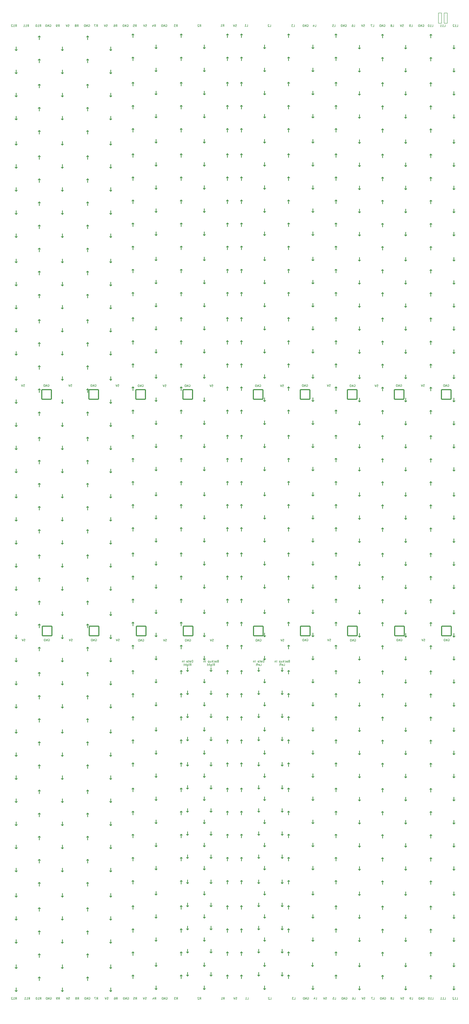
<source format=gbo>
G04 #@! TF.GenerationSoftware,KiCad,Pcbnew,7.0.6*
G04 #@! TF.CreationDate,2024-11-03T17:15:59-05:00*
G04 #@! TF.ProjectId,Center_Flex_V1,43656e74-6572-45f4-966c-65785f56312e,rev?*
G04 #@! TF.SameCoordinates,Original*
G04 #@! TF.FileFunction,Legend,Bot*
G04 #@! TF.FilePolarity,Positive*
%FSLAX46Y46*%
G04 Gerber Fmt 4.6, Leading zero omitted, Abs format (unit mm)*
G04 Created by KiCad (PCBNEW 7.0.6) date 2024-11-03 17:15:59*
%MOMM*%
%LPD*%
G01*
G04 APERTURE LIST*
G04 Aperture macros list*
%AMRoundRect*
0 Rectangle with rounded corners*
0 $1 Rounding radius*
0 $2 $3 $4 $5 $6 $7 $8 $9 X,Y pos of 4 corners*
0 Add a 4 corners polygon primitive as box body*
4,1,4,$2,$3,$4,$5,$6,$7,$8,$9,$2,$3,0*
0 Add four circle primitives for the rounded corners*
1,1,$1+$1,$2,$3*
1,1,$1+$1,$4,$5*
1,1,$1+$1,$6,$7*
1,1,$1+$1,$8,$9*
0 Add four rect primitives between the rounded corners*
20,1,$1+$1,$2,$3,$4,$5,0*
20,1,$1+$1,$4,$5,$6,$7,0*
20,1,$1+$1,$6,$7,$8,$9,0*
20,1,$1+$1,$8,$9,$2,$3,0*%
G04 Aperture macros list end*
%ADD10C,0.300000*%
%ADD11C,0.150000*%
%ADD12RoundRect,0.085000X-0.765000X-2.415000X0.765000X-2.415000X0.765000X2.415000X-0.765000X2.415000X0*%
%ADD13C,5.000000*%
%ADD14RoundRect,0.250000X-2.250000X-2.250000X2.250000X-2.250000X2.250000X2.250000X-2.250000X2.250000X0*%
G04 APERTURE END LIST*
D10*
X535625000Y-627075000D02*
X536100000Y-627550000D01*
X536100000Y-560550000D02*
X536100000Y-558800000D01*
X536575000Y-526075000D02*
X536100000Y-526550000D01*
X536100000Y-649550000D02*
X536100000Y-647800000D01*
X536575000Y-548075000D02*
X536100000Y-548550000D01*
X536575000Y-638075000D02*
X536100000Y-638550000D01*
X536575000Y-582075000D02*
X536100000Y-582550000D01*
X536100000Y-638550000D02*
X536100000Y-636800000D01*
X536575000Y-649075000D02*
X536100000Y-649550000D01*
X536575000Y-660075000D02*
X536100000Y-660550000D01*
X536100000Y-548550000D02*
X536100000Y-546800000D01*
X535625000Y-582075000D02*
X536100000Y-582550000D01*
X536575000Y-604075000D02*
X536100000Y-604550000D01*
X535625000Y-638075000D02*
X536100000Y-638550000D01*
X536575000Y-560075000D02*
X536100000Y-560550000D01*
X536100000Y-627550000D02*
X536100000Y-625800000D01*
X536100000Y-526550000D02*
X536100000Y-524800000D01*
X535625000Y-526075000D02*
X536100000Y-526550000D01*
X536575000Y-627075000D02*
X536100000Y-627550000D01*
X536100000Y-616550000D02*
X536100000Y-614800000D01*
X536575000Y-616075000D02*
X536100000Y-616550000D01*
X535625000Y-604075000D02*
X536100000Y-604550000D01*
X535625000Y-548075000D02*
X536100000Y-548550000D01*
X535625000Y-571075000D02*
X536100000Y-571550000D01*
X535625000Y-515075000D02*
X536100000Y-515550000D01*
X536100000Y-515550000D02*
X536100000Y-513800000D01*
X536100000Y-571550000D02*
X536100000Y-569800000D01*
X536575000Y-571075000D02*
X536100000Y-571550000D01*
X536100000Y-660550000D02*
X536100000Y-658800000D01*
X536100000Y-582550000D02*
X536100000Y-580800000D01*
X535625000Y-560075000D02*
X536100000Y-560550000D01*
X536575000Y-593075000D02*
X536100000Y-593550000D01*
X535625000Y-593075000D02*
X536100000Y-593550000D01*
X536100000Y-537550000D02*
X536100000Y-535800000D01*
X535625000Y-660075000D02*
X536100000Y-660550000D01*
X536100000Y-604550000D02*
X536100000Y-602800000D01*
X536100000Y-593550000D02*
X536100000Y-591800000D01*
X536575000Y-537075000D02*
X536100000Y-537550000D01*
X536575000Y-515075000D02*
X536100000Y-515550000D01*
X535625000Y-616075000D02*
X536100000Y-616550000D01*
X535625000Y-537075000D02*
X536100000Y-537550000D01*
X535625000Y-649075000D02*
X536100000Y-649550000D01*
X524425000Y-627075000D02*
X524900000Y-627550000D01*
X524900000Y-560550000D02*
X524900000Y-558800000D01*
X525375000Y-526075000D02*
X524900000Y-526550000D01*
X524900000Y-649550000D02*
X524900000Y-647800000D01*
X525375000Y-548075000D02*
X524900000Y-548550000D01*
X525375000Y-638075000D02*
X524900000Y-638550000D01*
X525375000Y-582075000D02*
X524900000Y-582550000D01*
X524900000Y-638550000D02*
X524900000Y-636800000D01*
X525375000Y-649075000D02*
X524900000Y-649550000D01*
X525375000Y-660075000D02*
X524900000Y-660550000D01*
X524900000Y-548550000D02*
X524900000Y-546800000D01*
X524425000Y-582075000D02*
X524900000Y-582550000D01*
X525375000Y-604075000D02*
X524900000Y-604550000D01*
X524425000Y-638075000D02*
X524900000Y-638550000D01*
X525375000Y-560075000D02*
X524900000Y-560550000D01*
X524900000Y-627550000D02*
X524900000Y-625800000D01*
X524900000Y-526550000D02*
X524900000Y-524800000D01*
X524425000Y-526075000D02*
X524900000Y-526550000D01*
X525375000Y-627075000D02*
X524900000Y-627550000D01*
X524900000Y-616550000D02*
X524900000Y-614800000D01*
X525375000Y-616075000D02*
X524900000Y-616550000D01*
X524425000Y-604075000D02*
X524900000Y-604550000D01*
X524425000Y-548075000D02*
X524900000Y-548550000D01*
X524425000Y-571075000D02*
X524900000Y-571550000D01*
X524425000Y-515075000D02*
X524900000Y-515550000D01*
X524900000Y-515550000D02*
X524900000Y-513800000D01*
X524900000Y-571550000D02*
X524900000Y-569800000D01*
X525375000Y-571075000D02*
X524900000Y-571550000D01*
X524900000Y-660550000D02*
X524900000Y-658800000D01*
X524900000Y-582550000D02*
X524900000Y-580800000D01*
X524425000Y-560075000D02*
X524900000Y-560550000D01*
X525375000Y-593075000D02*
X524900000Y-593550000D01*
X524425000Y-593075000D02*
X524900000Y-593550000D01*
X524900000Y-537550000D02*
X524900000Y-535800000D01*
X524425000Y-660075000D02*
X524900000Y-660550000D01*
X524900000Y-604550000D02*
X524900000Y-602800000D01*
X524900000Y-593550000D02*
X524900000Y-591800000D01*
X525375000Y-537075000D02*
X524900000Y-537550000D01*
X525375000Y-515075000D02*
X524900000Y-515550000D01*
X524425000Y-616075000D02*
X524900000Y-616550000D01*
X524425000Y-537075000D02*
X524900000Y-537550000D01*
X524425000Y-649075000D02*
X524900000Y-649550000D01*
X501725000Y-627075000D02*
X502200000Y-627550000D01*
X502200000Y-560550000D02*
X502200000Y-558800000D01*
X502675000Y-526075000D02*
X502200000Y-526550000D01*
X502200000Y-649550000D02*
X502200000Y-647800000D01*
X502675000Y-548075000D02*
X502200000Y-548550000D01*
X502675000Y-638075000D02*
X502200000Y-638550000D01*
X502675000Y-582075000D02*
X502200000Y-582550000D01*
X502200000Y-638550000D02*
X502200000Y-636800000D01*
X502675000Y-649075000D02*
X502200000Y-649550000D01*
X502675000Y-660075000D02*
X502200000Y-660550000D01*
X502200000Y-548550000D02*
X502200000Y-546800000D01*
X501725000Y-582075000D02*
X502200000Y-582550000D01*
X502675000Y-604075000D02*
X502200000Y-604550000D01*
X501725000Y-638075000D02*
X502200000Y-638550000D01*
X502675000Y-560075000D02*
X502200000Y-560550000D01*
X502200000Y-627550000D02*
X502200000Y-625800000D01*
X502200000Y-526550000D02*
X502200000Y-524800000D01*
X501725000Y-526075000D02*
X502200000Y-526550000D01*
X502675000Y-627075000D02*
X502200000Y-627550000D01*
X502200000Y-616550000D02*
X502200000Y-614800000D01*
X502675000Y-616075000D02*
X502200000Y-616550000D01*
X501725000Y-604075000D02*
X502200000Y-604550000D01*
X501725000Y-548075000D02*
X502200000Y-548550000D01*
X501725000Y-571075000D02*
X502200000Y-571550000D01*
X501725000Y-515075000D02*
X502200000Y-515550000D01*
X502200000Y-515550000D02*
X502200000Y-513800000D01*
X502200000Y-571550000D02*
X502200000Y-569800000D01*
X502675000Y-571075000D02*
X502200000Y-571550000D01*
X502200000Y-660550000D02*
X502200000Y-658800000D01*
X502200000Y-582550000D02*
X502200000Y-580800000D01*
X501725000Y-560075000D02*
X502200000Y-560550000D01*
X502675000Y-593075000D02*
X502200000Y-593550000D01*
X501725000Y-593075000D02*
X502200000Y-593550000D01*
X502200000Y-537550000D02*
X502200000Y-535800000D01*
X501725000Y-660075000D02*
X502200000Y-660550000D01*
X502200000Y-604550000D02*
X502200000Y-602800000D01*
X502200000Y-593550000D02*
X502200000Y-591800000D01*
X502675000Y-537075000D02*
X502200000Y-537550000D01*
X502675000Y-515075000D02*
X502200000Y-515550000D01*
X501725000Y-616075000D02*
X502200000Y-616550000D01*
X501725000Y-537075000D02*
X502200000Y-537550000D01*
X501725000Y-649075000D02*
X502200000Y-649550000D01*
X490525000Y-627075000D02*
X491000000Y-627550000D01*
X491000000Y-560550000D02*
X491000000Y-558800000D01*
X491475000Y-526075000D02*
X491000000Y-526550000D01*
X491000000Y-649550000D02*
X491000000Y-647800000D01*
X491475000Y-548075000D02*
X491000000Y-548550000D01*
X491475000Y-638075000D02*
X491000000Y-638550000D01*
X491475000Y-582075000D02*
X491000000Y-582550000D01*
X491000000Y-638550000D02*
X491000000Y-636800000D01*
X491475000Y-649075000D02*
X491000000Y-649550000D01*
X491475000Y-660075000D02*
X491000000Y-660550000D01*
X491000000Y-548550000D02*
X491000000Y-546800000D01*
X490525000Y-582075000D02*
X491000000Y-582550000D01*
X491475000Y-604075000D02*
X491000000Y-604550000D01*
X490525000Y-638075000D02*
X491000000Y-638550000D01*
X491475000Y-560075000D02*
X491000000Y-560550000D01*
X491000000Y-627550000D02*
X491000000Y-625800000D01*
X491000000Y-526550000D02*
X491000000Y-524800000D01*
X490525000Y-526075000D02*
X491000000Y-526550000D01*
X491475000Y-627075000D02*
X491000000Y-627550000D01*
X491000000Y-616550000D02*
X491000000Y-614800000D01*
X491475000Y-616075000D02*
X491000000Y-616550000D01*
X490525000Y-604075000D02*
X491000000Y-604550000D01*
X490525000Y-548075000D02*
X491000000Y-548550000D01*
X490525000Y-571075000D02*
X491000000Y-571550000D01*
X490525000Y-515075000D02*
X491000000Y-515550000D01*
X491000000Y-515550000D02*
X491000000Y-513800000D01*
X491000000Y-571550000D02*
X491000000Y-569800000D01*
X491475000Y-571075000D02*
X491000000Y-571550000D01*
X491000000Y-660550000D02*
X491000000Y-658800000D01*
X491000000Y-582550000D02*
X491000000Y-580800000D01*
X490525000Y-560075000D02*
X491000000Y-560550000D01*
X491475000Y-593075000D02*
X491000000Y-593550000D01*
X490525000Y-593075000D02*
X491000000Y-593550000D01*
X491000000Y-537550000D02*
X491000000Y-535800000D01*
X490525000Y-660075000D02*
X491000000Y-660550000D01*
X491000000Y-604550000D02*
X491000000Y-602800000D01*
X491000000Y-593550000D02*
X491000000Y-591800000D01*
X491475000Y-537075000D02*
X491000000Y-537550000D01*
X491475000Y-515075000D02*
X491000000Y-515550000D01*
X490525000Y-616075000D02*
X491000000Y-616550000D01*
X490525000Y-537075000D02*
X491000000Y-537550000D01*
X490525000Y-649075000D02*
X491000000Y-649550000D01*
D11*
X527423809Y-511159819D02*
X527423809Y-510159819D01*
X527423809Y-510159819D02*
X527185714Y-510159819D01*
X527185714Y-510159819D02*
X527042857Y-510207438D01*
X527042857Y-510207438D02*
X526947619Y-510302676D01*
X526947619Y-510302676D02*
X526900000Y-510397914D01*
X526900000Y-510397914D02*
X526852381Y-510588390D01*
X526852381Y-510588390D02*
X526852381Y-510731247D01*
X526852381Y-510731247D02*
X526900000Y-510921723D01*
X526900000Y-510921723D02*
X526947619Y-511016961D01*
X526947619Y-511016961D02*
X527042857Y-511112200D01*
X527042857Y-511112200D02*
X527185714Y-511159819D01*
X527185714Y-511159819D02*
X527423809Y-511159819D01*
X525995238Y-511159819D02*
X525995238Y-510636009D01*
X525995238Y-510636009D02*
X526042857Y-510540771D01*
X526042857Y-510540771D02*
X526138095Y-510493152D01*
X526138095Y-510493152D02*
X526328571Y-510493152D01*
X526328571Y-510493152D02*
X526423809Y-510540771D01*
X525995238Y-511112200D02*
X526090476Y-511159819D01*
X526090476Y-511159819D02*
X526328571Y-511159819D01*
X526328571Y-511159819D02*
X526423809Y-511112200D01*
X526423809Y-511112200D02*
X526471428Y-511016961D01*
X526471428Y-511016961D02*
X526471428Y-510921723D01*
X526471428Y-510921723D02*
X526423809Y-510826485D01*
X526423809Y-510826485D02*
X526328571Y-510778866D01*
X526328571Y-510778866D02*
X526090476Y-510778866D01*
X526090476Y-510778866D02*
X525995238Y-510731247D01*
X525661904Y-510493152D02*
X525280952Y-510493152D01*
X525519047Y-510159819D02*
X525519047Y-511016961D01*
X525519047Y-511016961D02*
X525471428Y-511112200D01*
X525471428Y-511112200D02*
X525376190Y-511159819D01*
X525376190Y-511159819D02*
X525280952Y-511159819D01*
X524519047Y-511159819D02*
X524519047Y-510636009D01*
X524519047Y-510636009D02*
X524566666Y-510540771D01*
X524566666Y-510540771D02*
X524661904Y-510493152D01*
X524661904Y-510493152D02*
X524852380Y-510493152D01*
X524852380Y-510493152D02*
X524947618Y-510540771D01*
X524519047Y-511112200D02*
X524614285Y-511159819D01*
X524614285Y-511159819D02*
X524852380Y-511159819D01*
X524852380Y-511159819D02*
X524947618Y-511112200D01*
X524947618Y-511112200D02*
X524995237Y-511016961D01*
X524995237Y-511016961D02*
X524995237Y-510921723D01*
X524995237Y-510921723D02*
X524947618Y-510826485D01*
X524947618Y-510826485D02*
X524852380Y-510778866D01*
X524852380Y-510778866D02*
X524614285Y-510778866D01*
X524614285Y-510778866D02*
X524519047Y-510731247D01*
X523280951Y-511159819D02*
X523280951Y-510159819D01*
X522804761Y-510493152D02*
X522804761Y-511159819D01*
X522804761Y-510588390D02*
X522757142Y-510540771D01*
X522757142Y-510540771D02*
X522661904Y-510493152D01*
X522661904Y-510493152D02*
X522519047Y-510493152D01*
X522519047Y-510493152D02*
X522423809Y-510540771D01*
X522423809Y-510540771D02*
X522376190Y-510636009D01*
X522376190Y-510636009D02*
X522376190Y-511159819D01*
X525590476Y-512769819D02*
X526066666Y-512769819D01*
X526066666Y-512769819D02*
X526066666Y-511769819D01*
X524876190Y-512722200D02*
X524971428Y-512769819D01*
X524971428Y-512769819D02*
X525161904Y-512769819D01*
X525161904Y-512769819D02*
X525257142Y-512722200D01*
X525257142Y-512722200D02*
X525304761Y-512626961D01*
X525304761Y-512626961D02*
X525304761Y-512246009D01*
X525304761Y-512246009D02*
X525257142Y-512150771D01*
X525257142Y-512150771D02*
X525161904Y-512103152D01*
X525161904Y-512103152D02*
X524971428Y-512103152D01*
X524971428Y-512103152D02*
X524876190Y-512150771D01*
X524876190Y-512150771D02*
X524828571Y-512246009D01*
X524828571Y-512246009D02*
X524828571Y-512341247D01*
X524828571Y-512341247D02*
X525304761Y-512436485D01*
X524542856Y-512103152D02*
X524161904Y-512103152D01*
X524399999Y-512769819D02*
X524399999Y-511912676D01*
X524399999Y-511912676D02*
X524352380Y-511817438D01*
X524352380Y-511817438D02*
X524257142Y-511769819D01*
X524257142Y-511769819D02*
X524161904Y-511769819D01*
X523971427Y-512103152D02*
X523590475Y-512103152D01*
X523828570Y-511769819D02*
X523828570Y-512626961D01*
X523828570Y-512626961D02*
X523780951Y-512722200D01*
X523780951Y-512722200D02*
X523685713Y-512769819D01*
X523685713Y-512769819D02*
X523590475Y-512769819D01*
X539290476Y-510636009D02*
X539147619Y-510683628D01*
X539147619Y-510683628D02*
X539100000Y-510731247D01*
X539100000Y-510731247D02*
X539052381Y-510826485D01*
X539052381Y-510826485D02*
X539052381Y-510969342D01*
X539052381Y-510969342D02*
X539100000Y-511064580D01*
X539100000Y-511064580D02*
X539147619Y-511112200D01*
X539147619Y-511112200D02*
X539242857Y-511159819D01*
X539242857Y-511159819D02*
X539623809Y-511159819D01*
X539623809Y-511159819D02*
X539623809Y-510159819D01*
X539623809Y-510159819D02*
X539290476Y-510159819D01*
X539290476Y-510159819D02*
X539195238Y-510207438D01*
X539195238Y-510207438D02*
X539147619Y-510255057D01*
X539147619Y-510255057D02*
X539100000Y-510350295D01*
X539100000Y-510350295D02*
X539100000Y-510445533D01*
X539100000Y-510445533D02*
X539147619Y-510540771D01*
X539147619Y-510540771D02*
X539195238Y-510588390D01*
X539195238Y-510588390D02*
X539290476Y-510636009D01*
X539290476Y-510636009D02*
X539623809Y-510636009D01*
X538195238Y-511159819D02*
X538195238Y-510636009D01*
X538195238Y-510636009D02*
X538242857Y-510540771D01*
X538242857Y-510540771D02*
X538338095Y-510493152D01*
X538338095Y-510493152D02*
X538528571Y-510493152D01*
X538528571Y-510493152D02*
X538623809Y-510540771D01*
X538195238Y-511112200D02*
X538290476Y-511159819D01*
X538290476Y-511159819D02*
X538528571Y-511159819D01*
X538528571Y-511159819D02*
X538623809Y-511112200D01*
X538623809Y-511112200D02*
X538671428Y-511016961D01*
X538671428Y-511016961D02*
X538671428Y-510921723D01*
X538671428Y-510921723D02*
X538623809Y-510826485D01*
X538623809Y-510826485D02*
X538528571Y-510778866D01*
X538528571Y-510778866D02*
X538290476Y-510778866D01*
X538290476Y-510778866D02*
X538195238Y-510731247D01*
X537290476Y-511112200D02*
X537385714Y-511159819D01*
X537385714Y-511159819D02*
X537576190Y-511159819D01*
X537576190Y-511159819D02*
X537671428Y-511112200D01*
X537671428Y-511112200D02*
X537719047Y-511064580D01*
X537719047Y-511064580D02*
X537766666Y-510969342D01*
X537766666Y-510969342D02*
X537766666Y-510683628D01*
X537766666Y-510683628D02*
X537719047Y-510588390D01*
X537719047Y-510588390D02*
X537671428Y-510540771D01*
X537671428Y-510540771D02*
X537576190Y-510493152D01*
X537576190Y-510493152D02*
X537385714Y-510493152D01*
X537385714Y-510493152D02*
X537290476Y-510540771D01*
X536861904Y-511159819D02*
X536861904Y-510159819D01*
X536766666Y-510778866D02*
X536480952Y-511159819D01*
X536480952Y-510493152D02*
X536861904Y-510874104D01*
X535623809Y-510493152D02*
X535623809Y-511159819D01*
X536052380Y-510493152D02*
X536052380Y-511016961D01*
X536052380Y-511016961D02*
X536004761Y-511112200D01*
X536004761Y-511112200D02*
X535909523Y-511159819D01*
X535909523Y-511159819D02*
X535766666Y-511159819D01*
X535766666Y-511159819D02*
X535671428Y-511112200D01*
X535671428Y-511112200D02*
X535623809Y-511064580D01*
X535147618Y-510493152D02*
X535147618Y-511493152D01*
X535147618Y-510540771D02*
X535052380Y-510493152D01*
X535052380Y-510493152D02*
X534861904Y-510493152D01*
X534861904Y-510493152D02*
X534766666Y-510540771D01*
X534766666Y-510540771D02*
X534719047Y-510588390D01*
X534719047Y-510588390D02*
X534671428Y-510683628D01*
X534671428Y-510683628D02*
X534671428Y-510969342D01*
X534671428Y-510969342D02*
X534719047Y-511064580D01*
X534719047Y-511064580D02*
X534766666Y-511112200D01*
X534766666Y-511112200D02*
X534861904Y-511159819D01*
X534861904Y-511159819D02*
X535052380Y-511159819D01*
X535052380Y-511159819D02*
X535147618Y-511112200D01*
X533480951Y-511159819D02*
X533480951Y-510159819D01*
X533004761Y-510493152D02*
X533004761Y-511159819D01*
X533004761Y-510588390D02*
X532957142Y-510540771D01*
X532957142Y-510540771D02*
X532861904Y-510493152D01*
X532861904Y-510493152D02*
X532719047Y-510493152D01*
X532719047Y-510493152D02*
X532623809Y-510540771D01*
X532623809Y-510540771D02*
X532576190Y-510636009D01*
X532576190Y-510636009D02*
X532576190Y-511159819D01*
X536790476Y-512769819D02*
X537266666Y-512769819D01*
X537266666Y-512769819D02*
X537266666Y-511769819D01*
X536076190Y-512722200D02*
X536171428Y-512769819D01*
X536171428Y-512769819D02*
X536361904Y-512769819D01*
X536361904Y-512769819D02*
X536457142Y-512722200D01*
X536457142Y-512722200D02*
X536504761Y-512626961D01*
X536504761Y-512626961D02*
X536504761Y-512246009D01*
X536504761Y-512246009D02*
X536457142Y-512150771D01*
X536457142Y-512150771D02*
X536361904Y-512103152D01*
X536361904Y-512103152D02*
X536171428Y-512103152D01*
X536171428Y-512103152D02*
X536076190Y-512150771D01*
X536076190Y-512150771D02*
X536028571Y-512246009D01*
X536028571Y-512246009D02*
X536028571Y-512341247D01*
X536028571Y-512341247D02*
X536504761Y-512436485D01*
X535742856Y-512103152D02*
X535361904Y-512103152D01*
X535599999Y-512769819D02*
X535599999Y-511912676D01*
X535599999Y-511912676D02*
X535552380Y-511817438D01*
X535552380Y-511817438D02*
X535457142Y-511769819D01*
X535457142Y-511769819D02*
X535361904Y-511769819D01*
X535171427Y-512103152D02*
X534790475Y-512103152D01*
X535028570Y-511769819D02*
X535028570Y-512626961D01*
X535028570Y-512626961D02*
X534980951Y-512722200D01*
X534980951Y-512722200D02*
X534885713Y-512769819D01*
X534885713Y-512769819D02*
X534790475Y-512769819D01*
X505390476Y-510636009D02*
X505247619Y-510683628D01*
X505247619Y-510683628D02*
X505200000Y-510731247D01*
X505200000Y-510731247D02*
X505152381Y-510826485D01*
X505152381Y-510826485D02*
X505152381Y-510969342D01*
X505152381Y-510969342D02*
X505200000Y-511064580D01*
X505200000Y-511064580D02*
X505247619Y-511112200D01*
X505247619Y-511112200D02*
X505342857Y-511159819D01*
X505342857Y-511159819D02*
X505723809Y-511159819D01*
X505723809Y-511159819D02*
X505723809Y-510159819D01*
X505723809Y-510159819D02*
X505390476Y-510159819D01*
X505390476Y-510159819D02*
X505295238Y-510207438D01*
X505295238Y-510207438D02*
X505247619Y-510255057D01*
X505247619Y-510255057D02*
X505200000Y-510350295D01*
X505200000Y-510350295D02*
X505200000Y-510445533D01*
X505200000Y-510445533D02*
X505247619Y-510540771D01*
X505247619Y-510540771D02*
X505295238Y-510588390D01*
X505295238Y-510588390D02*
X505390476Y-510636009D01*
X505390476Y-510636009D02*
X505723809Y-510636009D01*
X504295238Y-511159819D02*
X504295238Y-510636009D01*
X504295238Y-510636009D02*
X504342857Y-510540771D01*
X504342857Y-510540771D02*
X504438095Y-510493152D01*
X504438095Y-510493152D02*
X504628571Y-510493152D01*
X504628571Y-510493152D02*
X504723809Y-510540771D01*
X504295238Y-511112200D02*
X504390476Y-511159819D01*
X504390476Y-511159819D02*
X504628571Y-511159819D01*
X504628571Y-511159819D02*
X504723809Y-511112200D01*
X504723809Y-511112200D02*
X504771428Y-511016961D01*
X504771428Y-511016961D02*
X504771428Y-510921723D01*
X504771428Y-510921723D02*
X504723809Y-510826485D01*
X504723809Y-510826485D02*
X504628571Y-510778866D01*
X504628571Y-510778866D02*
X504390476Y-510778866D01*
X504390476Y-510778866D02*
X504295238Y-510731247D01*
X503390476Y-511112200D02*
X503485714Y-511159819D01*
X503485714Y-511159819D02*
X503676190Y-511159819D01*
X503676190Y-511159819D02*
X503771428Y-511112200D01*
X503771428Y-511112200D02*
X503819047Y-511064580D01*
X503819047Y-511064580D02*
X503866666Y-510969342D01*
X503866666Y-510969342D02*
X503866666Y-510683628D01*
X503866666Y-510683628D02*
X503819047Y-510588390D01*
X503819047Y-510588390D02*
X503771428Y-510540771D01*
X503771428Y-510540771D02*
X503676190Y-510493152D01*
X503676190Y-510493152D02*
X503485714Y-510493152D01*
X503485714Y-510493152D02*
X503390476Y-510540771D01*
X502961904Y-511159819D02*
X502961904Y-510159819D01*
X502866666Y-510778866D02*
X502580952Y-511159819D01*
X502580952Y-510493152D02*
X502961904Y-510874104D01*
X501723809Y-510493152D02*
X501723809Y-511159819D01*
X502152380Y-510493152D02*
X502152380Y-511016961D01*
X502152380Y-511016961D02*
X502104761Y-511112200D01*
X502104761Y-511112200D02*
X502009523Y-511159819D01*
X502009523Y-511159819D02*
X501866666Y-511159819D01*
X501866666Y-511159819D02*
X501771428Y-511112200D01*
X501771428Y-511112200D02*
X501723809Y-511064580D01*
X501247618Y-510493152D02*
X501247618Y-511493152D01*
X501247618Y-510540771D02*
X501152380Y-510493152D01*
X501152380Y-510493152D02*
X500961904Y-510493152D01*
X500961904Y-510493152D02*
X500866666Y-510540771D01*
X500866666Y-510540771D02*
X500819047Y-510588390D01*
X500819047Y-510588390D02*
X500771428Y-510683628D01*
X500771428Y-510683628D02*
X500771428Y-510969342D01*
X500771428Y-510969342D02*
X500819047Y-511064580D01*
X500819047Y-511064580D02*
X500866666Y-511112200D01*
X500866666Y-511112200D02*
X500961904Y-511159819D01*
X500961904Y-511159819D02*
X501152380Y-511159819D01*
X501152380Y-511159819D02*
X501247618Y-511112200D01*
X499580951Y-511159819D02*
X499580951Y-510159819D01*
X499104761Y-510493152D02*
X499104761Y-511159819D01*
X499104761Y-510588390D02*
X499057142Y-510540771D01*
X499057142Y-510540771D02*
X498961904Y-510493152D01*
X498961904Y-510493152D02*
X498819047Y-510493152D01*
X498819047Y-510493152D02*
X498723809Y-510540771D01*
X498723809Y-510540771D02*
X498676190Y-510636009D01*
X498676190Y-510636009D02*
X498676190Y-511159819D01*
X503319047Y-512769819D02*
X503652380Y-512293628D01*
X503890475Y-512769819D02*
X503890475Y-511769819D01*
X503890475Y-511769819D02*
X503509523Y-511769819D01*
X503509523Y-511769819D02*
X503414285Y-511817438D01*
X503414285Y-511817438D02*
X503366666Y-511865057D01*
X503366666Y-511865057D02*
X503319047Y-511960295D01*
X503319047Y-511960295D02*
X503319047Y-512103152D01*
X503319047Y-512103152D02*
X503366666Y-512198390D01*
X503366666Y-512198390D02*
X503414285Y-512246009D01*
X503414285Y-512246009D02*
X503509523Y-512293628D01*
X503509523Y-512293628D02*
X503890475Y-512293628D01*
X502890475Y-512769819D02*
X502890475Y-512103152D01*
X502890475Y-511769819D02*
X502938094Y-511817438D01*
X502938094Y-511817438D02*
X502890475Y-511865057D01*
X502890475Y-511865057D02*
X502842856Y-511817438D01*
X502842856Y-511817438D02*
X502890475Y-511769819D01*
X502890475Y-511769819D02*
X502890475Y-511865057D01*
X501985714Y-512103152D02*
X501985714Y-512912676D01*
X501985714Y-512912676D02*
X502033333Y-513007914D01*
X502033333Y-513007914D02*
X502080952Y-513055533D01*
X502080952Y-513055533D02*
X502176190Y-513103152D01*
X502176190Y-513103152D02*
X502319047Y-513103152D01*
X502319047Y-513103152D02*
X502414285Y-513055533D01*
X501985714Y-512722200D02*
X502080952Y-512769819D01*
X502080952Y-512769819D02*
X502271428Y-512769819D01*
X502271428Y-512769819D02*
X502366666Y-512722200D01*
X502366666Y-512722200D02*
X502414285Y-512674580D01*
X502414285Y-512674580D02*
X502461904Y-512579342D01*
X502461904Y-512579342D02*
X502461904Y-512293628D01*
X502461904Y-512293628D02*
X502414285Y-512198390D01*
X502414285Y-512198390D02*
X502366666Y-512150771D01*
X502366666Y-512150771D02*
X502271428Y-512103152D01*
X502271428Y-512103152D02*
X502080952Y-512103152D01*
X502080952Y-512103152D02*
X501985714Y-512150771D01*
X501509523Y-512769819D02*
X501509523Y-511769819D01*
X501080952Y-512769819D02*
X501080952Y-512246009D01*
X501080952Y-512246009D02*
X501128571Y-512150771D01*
X501128571Y-512150771D02*
X501223809Y-512103152D01*
X501223809Y-512103152D02*
X501366666Y-512103152D01*
X501366666Y-512103152D02*
X501461904Y-512150771D01*
X501461904Y-512150771D02*
X501509523Y-512198390D01*
X500747618Y-512103152D02*
X500366666Y-512103152D01*
X500604761Y-511769819D02*
X500604761Y-512626961D01*
X500604761Y-512626961D02*
X500557142Y-512722200D01*
X500557142Y-512722200D02*
X500461904Y-512769819D01*
X500461904Y-512769819D02*
X500366666Y-512769819D01*
X493523809Y-511159819D02*
X493523809Y-510159819D01*
X493523809Y-510159819D02*
X493285714Y-510159819D01*
X493285714Y-510159819D02*
X493142857Y-510207438D01*
X493142857Y-510207438D02*
X493047619Y-510302676D01*
X493047619Y-510302676D02*
X493000000Y-510397914D01*
X493000000Y-510397914D02*
X492952381Y-510588390D01*
X492952381Y-510588390D02*
X492952381Y-510731247D01*
X492952381Y-510731247D02*
X493000000Y-510921723D01*
X493000000Y-510921723D02*
X493047619Y-511016961D01*
X493047619Y-511016961D02*
X493142857Y-511112200D01*
X493142857Y-511112200D02*
X493285714Y-511159819D01*
X493285714Y-511159819D02*
X493523809Y-511159819D01*
X492095238Y-511159819D02*
X492095238Y-510636009D01*
X492095238Y-510636009D02*
X492142857Y-510540771D01*
X492142857Y-510540771D02*
X492238095Y-510493152D01*
X492238095Y-510493152D02*
X492428571Y-510493152D01*
X492428571Y-510493152D02*
X492523809Y-510540771D01*
X492095238Y-511112200D02*
X492190476Y-511159819D01*
X492190476Y-511159819D02*
X492428571Y-511159819D01*
X492428571Y-511159819D02*
X492523809Y-511112200D01*
X492523809Y-511112200D02*
X492571428Y-511016961D01*
X492571428Y-511016961D02*
X492571428Y-510921723D01*
X492571428Y-510921723D02*
X492523809Y-510826485D01*
X492523809Y-510826485D02*
X492428571Y-510778866D01*
X492428571Y-510778866D02*
X492190476Y-510778866D01*
X492190476Y-510778866D02*
X492095238Y-510731247D01*
X491761904Y-510493152D02*
X491380952Y-510493152D01*
X491619047Y-510159819D02*
X491619047Y-511016961D01*
X491619047Y-511016961D02*
X491571428Y-511112200D01*
X491571428Y-511112200D02*
X491476190Y-511159819D01*
X491476190Y-511159819D02*
X491380952Y-511159819D01*
X490619047Y-511159819D02*
X490619047Y-510636009D01*
X490619047Y-510636009D02*
X490666666Y-510540771D01*
X490666666Y-510540771D02*
X490761904Y-510493152D01*
X490761904Y-510493152D02*
X490952380Y-510493152D01*
X490952380Y-510493152D02*
X491047618Y-510540771D01*
X490619047Y-511112200D02*
X490714285Y-511159819D01*
X490714285Y-511159819D02*
X490952380Y-511159819D01*
X490952380Y-511159819D02*
X491047618Y-511112200D01*
X491047618Y-511112200D02*
X491095237Y-511016961D01*
X491095237Y-511016961D02*
X491095237Y-510921723D01*
X491095237Y-510921723D02*
X491047618Y-510826485D01*
X491047618Y-510826485D02*
X490952380Y-510778866D01*
X490952380Y-510778866D02*
X490714285Y-510778866D01*
X490714285Y-510778866D02*
X490619047Y-510731247D01*
X489380951Y-511159819D02*
X489380951Y-510159819D01*
X488904761Y-510493152D02*
X488904761Y-511159819D01*
X488904761Y-510588390D02*
X488857142Y-510540771D01*
X488857142Y-510540771D02*
X488761904Y-510493152D01*
X488761904Y-510493152D02*
X488619047Y-510493152D01*
X488619047Y-510493152D02*
X488523809Y-510540771D01*
X488523809Y-510540771D02*
X488476190Y-510636009D01*
X488476190Y-510636009D02*
X488476190Y-511159819D01*
X492119047Y-512769819D02*
X492452380Y-512293628D01*
X492690475Y-512769819D02*
X492690475Y-511769819D01*
X492690475Y-511769819D02*
X492309523Y-511769819D01*
X492309523Y-511769819D02*
X492214285Y-511817438D01*
X492214285Y-511817438D02*
X492166666Y-511865057D01*
X492166666Y-511865057D02*
X492119047Y-511960295D01*
X492119047Y-511960295D02*
X492119047Y-512103152D01*
X492119047Y-512103152D02*
X492166666Y-512198390D01*
X492166666Y-512198390D02*
X492214285Y-512246009D01*
X492214285Y-512246009D02*
X492309523Y-512293628D01*
X492309523Y-512293628D02*
X492690475Y-512293628D01*
X491690475Y-512769819D02*
X491690475Y-512103152D01*
X491690475Y-511769819D02*
X491738094Y-511817438D01*
X491738094Y-511817438D02*
X491690475Y-511865057D01*
X491690475Y-511865057D02*
X491642856Y-511817438D01*
X491642856Y-511817438D02*
X491690475Y-511769819D01*
X491690475Y-511769819D02*
X491690475Y-511865057D01*
X490785714Y-512103152D02*
X490785714Y-512912676D01*
X490785714Y-512912676D02*
X490833333Y-513007914D01*
X490833333Y-513007914D02*
X490880952Y-513055533D01*
X490880952Y-513055533D02*
X490976190Y-513103152D01*
X490976190Y-513103152D02*
X491119047Y-513103152D01*
X491119047Y-513103152D02*
X491214285Y-513055533D01*
X490785714Y-512722200D02*
X490880952Y-512769819D01*
X490880952Y-512769819D02*
X491071428Y-512769819D01*
X491071428Y-512769819D02*
X491166666Y-512722200D01*
X491166666Y-512722200D02*
X491214285Y-512674580D01*
X491214285Y-512674580D02*
X491261904Y-512579342D01*
X491261904Y-512579342D02*
X491261904Y-512293628D01*
X491261904Y-512293628D02*
X491214285Y-512198390D01*
X491214285Y-512198390D02*
X491166666Y-512150771D01*
X491166666Y-512150771D02*
X491071428Y-512103152D01*
X491071428Y-512103152D02*
X490880952Y-512103152D01*
X490880952Y-512103152D02*
X490785714Y-512150771D01*
X490309523Y-512769819D02*
X490309523Y-511769819D01*
X489880952Y-512769819D02*
X489880952Y-512246009D01*
X489880952Y-512246009D02*
X489928571Y-512150771D01*
X489928571Y-512150771D02*
X490023809Y-512103152D01*
X490023809Y-512103152D02*
X490166666Y-512103152D01*
X490166666Y-512103152D02*
X490261904Y-512150771D01*
X490261904Y-512150771D02*
X490309523Y-512198390D01*
X489547618Y-512103152D02*
X489166666Y-512103152D01*
X489404761Y-511769819D02*
X489404761Y-512626961D01*
X489404761Y-512626961D02*
X489357142Y-512722200D01*
X489357142Y-512722200D02*
X489261904Y-512769819D01*
X489261904Y-512769819D02*
X489166666Y-512769819D01*
X570539411Y-500217438D02*
X570634649Y-500169819D01*
X570634649Y-500169819D02*
X570777506Y-500169819D01*
X570777506Y-500169819D02*
X570920363Y-500217438D01*
X570920363Y-500217438D02*
X571015601Y-500312676D01*
X571015601Y-500312676D02*
X571063220Y-500407914D01*
X571063220Y-500407914D02*
X571110839Y-500598390D01*
X571110839Y-500598390D02*
X571110839Y-500741247D01*
X571110839Y-500741247D02*
X571063220Y-500931723D01*
X571063220Y-500931723D02*
X571015601Y-501026961D01*
X571015601Y-501026961D02*
X570920363Y-501122200D01*
X570920363Y-501122200D02*
X570777506Y-501169819D01*
X570777506Y-501169819D02*
X570682268Y-501169819D01*
X570682268Y-501169819D02*
X570539411Y-501122200D01*
X570539411Y-501122200D02*
X570491792Y-501074580D01*
X570491792Y-501074580D02*
X570491792Y-500741247D01*
X570491792Y-500741247D02*
X570682268Y-500741247D01*
X570063220Y-501169819D02*
X570063220Y-500169819D01*
X570063220Y-500169819D02*
X569491792Y-501169819D01*
X569491792Y-501169819D02*
X569491792Y-500169819D01*
X569015601Y-501169819D02*
X569015601Y-500169819D01*
X569015601Y-500169819D02*
X568777506Y-500169819D01*
X568777506Y-500169819D02*
X568634649Y-500217438D01*
X568634649Y-500217438D02*
X568539411Y-500312676D01*
X568539411Y-500312676D02*
X568491792Y-500407914D01*
X568491792Y-500407914D02*
X568444173Y-500598390D01*
X568444173Y-500598390D02*
X568444173Y-500741247D01*
X568444173Y-500741247D02*
X568491792Y-500931723D01*
X568491792Y-500931723D02*
X568539411Y-501026961D01*
X568539411Y-501026961D02*
X568634649Y-501122200D01*
X568634649Y-501122200D02*
X568777506Y-501169819D01*
X568777506Y-501169819D02*
X569015601Y-501169819D01*
X502787030Y-500169819D02*
X503263220Y-500169819D01*
X503263220Y-500169819D02*
X503310839Y-500646009D01*
X503310839Y-500646009D02*
X503263220Y-500598390D01*
X503263220Y-500598390D02*
X503167982Y-500550771D01*
X503167982Y-500550771D02*
X502929887Y-500550771D01*
X502929887Y-500550771D02*
X502834649Y-500598390D01*
X502834649Y-500598390D02*
X502787030Y-500646009D01*
X502787030Y-500646009D02*
X502739411Y-500741247D01*
X502739411Y-500741247D02*
X502739411Y-500979342D01*
X502739411Y-500979342D02*
X502787030Y-501074580D01*
X502787030Y-501074580D02*
X502834649Y-501122200D01*
X502834649Y-501122200D02*
X502929887Y-501169819D01*
X502929887Y-501169819D02*
X503167982Y-501169819D01*
X503167982Y-501169819D02*
X503263220Y-501122200D01*
X503263220Y-501122200D02*
X503310839Y-501074580D01*
X502453696Y-500169819D02*
X502120363Y-501169819D01*
X502120363Y-501169819D02*
X501787030Y-500169819D01*
X603487030Y-500069819D02*
X603963220Y-500069819D01*
X603963220Y-500069819D02*
X604010839Y-500546009D01*
X604010839Y-500546009D02*
X603963220Y-500498390D01*
X603963220Y-500498390D02*
X603867982Y-500450771D01*
X603867982Y-500450771D02*
X603629887Y-500450771D01*
X603629887Y-500450771D02*
X603534649Y-500498390D01*
X603534649Y-500498390D02*
X603487030Y-500546009D01*
X603487030Y-500546009D02*
X603439411Y-500641247D01*
X603439411Y-500641247D02*
X603439411Y-500879342D01*
X603439411Y-500879342D02*
X603487030Y-500974580D01*
X603487030Y-500974580D02*
X603534649Y-501022200D01*
X603534649Y-501022200D02*
X603629887Y-501069819D01*
X603629887Y-501069819D02*
X603867982Y-501069819D01*
X603867982Y-501069819D02*
X603963220Y-501022200D01*
X603963220Y-501022200D02*
X604010839Y-500974580D01*
X603153696Y-500069819D02*
X602820363Y-501069819D01*
X602820363Y-501069819D02*
X602487030Y-500069819D01*
X592639411Y-500117438D02*
X592734649Y-500069819D01*
X592734649Y-500069819D02*
X592877506Y-500069819D01*
X592877506Y-500069819D02*
X593020363Y-500117438D01*
X593020363Y-500117438D02*
X593115601Y-500212676D01*
X593115601Y-500212676D02*
X593163220Y-500307914D01*
X593163220Y-500307914D02*
X593210839Y-500498390D01*
X593210839Y-500498390D02*
X593210839Y-500641247D01*
X593210839Y-500641247D02*
X593163220Y-500831723D01*
X593163220Y-500831723D02*
X593115601Y-500926961D01*
X593115601Y-500926961D02*
X593020363Y-501022200D01*
X593020363Y-501022200D02*
X592877506Y-501069819D01*
X592877506Y-501069819D02*
X592782268Y-501069819D01*
X592782268Y-501069819D02*
X592639411Y-501022200D01*
X592639411Y-501022200D02*
X592591792Y-500974580D01*
X592591792Y-500974580D02*
X592591792Y-500641247D01*
X592591792Y-500641247D02*
X592782268Y-500641247D01*
X592163220Y-501069819D02*
X592163220Y-500069819D01*
X592163220Y-500069819D02*
X591591792Y-501069819D01*
X591591792Y-501069819D02*
X591591792Y-500069819D01*
X591115601Y-501069819D02*
X591115601Y-500069819D01*
X591115601Y-500069819D02*
X590877506Y-500069819D01*
X590877506Y-500069819D02*
X590734649Y-500117438D01*
X590734649Y-500117438D02*
X590639411Y-500212676D01*
X590639411Y-500212676D02*
X590591792Y-500307914D01*
X590591792Y-500307914D02*
X590544173Y-500498390D01*
X590544173Y-500498390D02*
X590544173Y-500641247D01*
X590544173Y-500641247D02*
X590591792Y-500831723D01*
X590591792Y-500831723D02*
X590639411Y-500926961D01*
X590639411Y-500926961D02*
X590734649Y-501022200D01*
X590734649Y-501022200D02*
X590877506Y-501069819D01*
X590877506Y-501069819D02*
X591115601Y-501069819D01*
X615139411Y-500117438D02*
X615234649Y-500069819D01*
X615234649Y-500069819D02*
X615377506Y-500069819D01*
X615377506Y-500069819D02*
X615520363Y-500117438D01*
X615520363Y-500117438D02*
X615615601Y-500212676D01*
X615615601Y-500212676D02*
X615663220Y-500307914D01*
X615663220Y-500307914D02*
X615710839Y-500498390D01*
X615710839Y-500498390D02*
X615710839Y-500641247D01*
X615710839Y-500641247D02*
X615663220Y-500831723D01*
X615663220Y-500831723D02*
X615615601Y-500926961D01*
X615615601Y-500926961D02*
X615520363Y-501022200D01*
X615520363Y-501022200D02*
X615377506Y-501069819D01*
X615377506Y-501069819D02*
X615282268Y-501069819D01*
X615282268Y-501069819D02*
X615139411Y-501022200D01*
X615139411Y-501022200D02*
X615091792Y-500974580D01*
X615091792Y-500974580D02*
X615091792Y-500641247D01*
X615091792Y-500641247D02*
X615282268Y-500641247D01*
X614663220Y-501069819D02*
X614663220Y-500069819D01*
X614663220Y-500069819D02*
X614091792Y-501069819D01*
X614091792Y-501069819D02*
X614091792Y-500069819D01*
X613615601Y-501069819D02*
X613615601Y-500069819D01*
X613615601Y-500069819D02*
X613377506Y-500069819D01*
X613377506Y-500069819D02*
X613234649Y-500117438D01*
X613234649Y-500117438D02*
X613139411Y-500212676D01*
X613139411Y-500212676D02*
X613091792Y-500307914D01*
X613091792Y-500307914D02*
X613044173Y-500498390D01*
X613044173Y-500498390D02*
X613044173Y-500641247D01*
X613044173Y-500641247D02*
X613091792Y-500831723D01*
X613091792Y-500831723D02*
X613139411Y-500926961D01*
X613139411Y-500926961D02*
X613234649Y-501022200D01*
X613234649Y-501022200D02*
X613377506Y-501069819D01*
X613377506Y-501069819D02*
X613615601Y-501069819D01*
X558687030Y-500069819D02*
X559163220Y-500069819D01*
X559163220Y-500069819D02*
X559210839Y-500546009D01*
X559210839Y-500546009D02*
X559163220Y-500498390D01*
X559163220Y-500498390D02*
X559067982Y-500450771D01*
X559067982Y-500450771D02*
X558829887Y-500450771D01*
X558829887Y-500450771D02*
X558734649Y-500498390D01*
X558734649Y-500498390D02*
X558687030Y-500546009D01*
X558687030Y-500546009D02*
X558639411Y-500641247D01*
X558639411Y-500641247D02*
X558639411Y-500879342D01*
X558639411Y-500879342D02*
X558687030Y-500974580D01*
X558687030Y-500974580D02*
X558734649Y-501022200D01*
X558734649Y-501022200D02*
X558829887Y-501069819D01*
X558829887Y-501069819D02*
X559067982Y-501069819D01*
X559067982Y-501069819D02*
X559163220Y-501022200D01*
X559163220Y-501022200D02*
X559210839Y-500974580D01*
X558353696Y-500069819D02*
X558020363Y-501069819D01*
X558020363Y-501069819D02*
X557687030Y-500069819D01*
X547839411Y-500117438D02*
X547934649Y-500069819D01*
X547934649Y-500069819D02*
X548077506Y-500069819D01*
X548077506Y-500069819D02*
X548220363Y-500117438D01*
X548220363Y-500117438D02*
X548315601Y-500212676D01*
X548315601Y-500212676D02*
X548363220Y-500307914D01*
X548363220Y-500307914D02*
X548410839Y-500498390D01*
X548410839Y-500498390D02*
X548410839Y-500641247D01*
X548410839Y-500641247D02*
X548363220Y-500831723D01*
X548363220Y-500831723D02*
X548315601Y-500926961D01*
X548315601Y-500926961D02*
X548220363Y-501022200D01*
X548220363Y-501022200D02*
X548077506Y-501069819D01*
X548077506Y-501069819D02*
X547982268Y-501069819D01*
X547982268Y-501069819D02*
X547839411Y-501022200D01*
X547839411Y-501022200D02*
X547791792Y-500974580D01*
X547791792Y-500974580D02*
X547791792Y-500641247D01*
X547791792Y-500641247D02*
X547982268Y-500641247D01*
X547363220Y-501069819D02*
X547363220Y-500069819D01*
X547363220Y-500069819D02*
X546791792Y-501069819D01*
X546791792Y-501069819D02*
X546791792Y-500069819D01*
X546315601Y-501069819D02*
X546315601Y-500069819D01*
X546315601Y-500069819D02*
X546077506Y-500069819D01*
X546077506Y-500069819D02*
X545934649Y-500117438D01*
X545934649Y-500117438D02*
X545839411Y-500212676D01*
X545839411Y-500212676D02*
X545791792Y-500307914D01*
X545791792Y-500307914D02*
X545744173Y-500498390D01*
X545744173Y-500498390D02*
X545744173Y-500641247D01*
X545744173Y-500641247D02*
X545791792Y-500831723D01*
X545791792Y-500831723D02*
X545839411Y-500926961D01*
X545839411Y-500926961D02*
X545934649Y-501022200D01*
X545934649Y-501022200D02*
X546077506Y-501069819D01*
X546077506Y-501069819D02*
X546315601Y-501069819D01*
X413087030Y-500069819D02*
X413563220Y-500069819D01*
X413563220Y-500069819D02*
X413610839Y-500546009D01*
X413610839Y-500546009D02*
X413563220Y-500498390D01*
X413563220Y-500498390D02*
X413467982Y-500450771D01*
X413467982Y-500450771D02*
X413229887Y-500450771D01*
X413229887Y-500450771D02*
X413134649Y-500498390D01*
X413134649Y-500498390D02*
X413087030Y-500546009D01*
X413087030Y-500546009D02*
X413039411Y-500641247D01*
X413039411Y-500641247D02*
X413039411Y-500879342D01*
X413039411Y-500879342D02*
X413087030Y-500974580D01*
X413087030Y-500974580D02*
X413134649Y-501022200D01*
X413134649Y-501022200D02*
X413229887Y-501069819D01*
X413229887Y-501069819D02*
X413467982Y-501069819D01*
X413467982Y-501069819D02*
X413563220Y-501022200D01*
X413563220Y-501022200D02*
X413610839Y-500974580D01*
X412753696Y-500069819D02*
X412420363Y-501069819D01*
X412420363Y-501069819D02*
X412087030Y-500069819D01*
X525539411Y-500217438D02*
X525634649Y-500169819D01*
X525634649Y-500169819D02*
X525777506Y-500169819D01*
X525777506Y-500169819D02*
X525920363Y-500217438D01*
X525920363Y-500217438D02*
X526015601Y-500312676D01*
X526015601Y-500312676D02*
X526063220Y-500407914D01*
X526063220Y-500407914D02*
X526110839Y-500598390D01*
X526110839Y-500598390D02*
X526110839Y-500741247D01*
X526110839Y-500741247D02*
X526063220Y-500931723D01*
X526063220Y-500931723D02*
X526015601Y-501026961D01*
X526015601Y-501026961D02*
X525920363Y-501122200D01*
X525920363Y-501122200D02*
X525777506Y-501169819D01*
X525777506Y-501169819D02*
X525682268Y-501169819D01*
X525682268Y-501169819D02*
X525539411Y-501122200D01*
X525539411Y-501122200D02*
X525491792Y-501074580D01*
X525491792Y-501074580D02*
X525491792Y-500741247D01*
X525491792Y-500741247D02*
X525682268Y-500741247D01*
X525063220Y-501169819D02*
X525063220Y-500169819D01*
X525063220Y-500169819D02*
X524491792Y-501169819D01*
X524491792Y-501169819D02*
X524491792Y-500169819D01*
X524015601Y-501169819D02*
X524015601Y-500169819D01*
X524015601Y-500169819D02*
X523777506Y-500169819D01*
X523777506Y-500169819D02*
X523634649Y-500217438D01*
X523634649Y-500217438D02*
X523539411Y-500312676D01*
X523539411Y-500312676D02*
X523491792Y-500407914D01*
X523491792Y-500407914D02*
X523444173Y-500598390D01*
X523444173Y-500598390D02*
X523444173Y-500741247D01*
X523444173Y-500741247D02*
X523491792Y-500931723D01*
X523491792Y-500931723D02*
X523539411Y-501026961D01*
X523539411Y-501026961D02*
X523634649Y-501122200D01*
X523634649Y-501122200D02*
X523777506Y-501169819D01*
X523777506Y-501169819D02*
X524015601Y-501169819D01*
X536387030Y-500169819D02*
X536863220Y-500169819D01*
X536863220Y-500169819D02*
X536910839Y-500646009D01*
X536910839Y-500646009D02*
X536863220Y-500598390D01*
X536863220Y-500598390D02*
X536767982Y-500550771D01*
X536767982Y-500550771D02*
X536529887Y-500550771D01*
X536529887Y-500550771D02*
X536434649Y-500598390D01*
X536434649Y-500598390D02*
X536387030Y-500646009D01*
X536387030Y-500646009D02*
X536339411Y-500741247D01*
X536339411Y-500741247D02*
X536339411Y-500979342D01*
X536339411Y-500979342D02*
X536387030Y-501074580D01*
X536387030Y-501074580D02*
X536434649Y-501122200D01*
X536434649Y-501122200D02*
X536529887Y-501169819D01*
X536529887Y-501169819D02*
X536767982Y-501169819D01*
X536767982Y-501169819D02*
X536863220Y-501122200D01*
X536863220Y-501122200D02*
X536910839Y-501074580D01*
X536053696Y-500169819D02*
X535720363Y-501169819D01*
X535720363Y-501169819D02*
X535387030Y-500169819D01*
X435587030Y-500069819D02*
X436063220Y-500069819D01*
X436063220Y-500069819D02*
X436110839Y-500546009D01*
X436110839Y-500546009D02*
X436063220Y-500498390D01*
X436063220Y-500498390D02*
X435967982Y-500450771D01*
X435967982Y-500450771D02*
X435729887Y-500450771D01*
X435729887Y-500450771D02*
X435634649Y-500498390D01*
X435634649Y-500498390D02*
X435587030Y-500546009D01*
X435587030Y-500546009D02*
X435539411Y-500641247D01*
X435539411Y-500641247D02*
X435539411Y-500879342D01*
X435539411Y-500879342D02*
X435587030Y-500974580D01*
X435587030Y-500974580D02*
X435634649Y-501022200D01*
X435634649Y-501022200D02*
X435729887Y-501069819D01*
X435729887Y-501069819D02*
X435967982Y-501069819D01*
X435967982Y-501069819D02*
X436063220Y-501022200D01*
X436063220Y-501022200D02*
X436110839Y-500974580D01*
X435253696Y-500069819D02*
X434920363Y-501069819D01*
X434920363Y-501069819D02*
X434587030Y-500069819D01*
X424739411Y-500117438D02*
X424834649Y-500069819D01*
X424834649Y-500069819D02*
X424977506Y-500069819D01*
X424977506Y-500069819D02*
X425120363Y-500117438D01*
X425120363Y-500117438D02*
X425215601Y-500212676D01*
X425215601Y-500212676D02*
X425263220Y-500307914D01*
X425263220Y-500307914D02*
X425310839Y-500498390D01*
X425310839Y-500498390D02*
X425310839Y-500641247D01*
X425310839Y-500641247D02*
X425263220Y-500831723D01*
X425263220Y-500831723D02*
X425215601Y-500926961D01*
X425215601Y-500926961D02*
X425120363Y-501022200D01*
X425120363Y-501022200D02*
X424977506Y-501069819D01*
X424977506Y-501069819D02*
X424882268Y-501069819D01*
X424882268Y-501069819D02*
X424739411Y-501022200D01*
X424739411Y-501022200D02*
X424691792Y-500974580D01*
X424691792Y-500974580D02*
X424691792Y-500641247D01*
X424691792Y-500641247D02*
X424882268Y-500641247D01*
X424263220Y-501069819D02*
X424263220Y-500069819D01*
X424263220Y-500069819D02*
X423691792Y-501069819D01*
X423691792Y-501069819D02*
X423691792Y-500069819D01*
X423215601Y-501069819D02*
X423215601Y-500069819D01*
X423215601Y-500069819D02*
X422977506Y-500069819D01*
X422977506Y-500069819D02*
X422834649Y-500117438D01*
X422834649Y-500117438D02*
X422739411Y-500212676D01*
X422739411Y-500212676D02*
X422691792Y-500307914D01*
X422691792Y-500307914D02*
X422644173Y-500498390D01*
X422644173Y-500498390D02*
X422644173Y-500641247D01*
X422644173Y-500641247D02*
X422691792Y-500831723D01*
X422691792Y-500831723D02*
X422739411Y-500926961D01*
X422739411Y-500926961D02*
X422834649Y-501022200D01*
X422834649Y-501022200D02*
X422977506Y-501069819D01*
X422977506Y-501069819D02*
X423215601Y-501069819D01*
X447139411Y-500117438D02*
X447234649Y-500069819D01*
X447234649Y-500069819D02*
X447377506Y-500069819D01*
X447377506Y-500069819D02*
X447520363Y-500117438D01*
X447520363Y-500117438D02*
X447615601Y-500212676D01*
X447615601Y-500212676D02*
X447663220Y-500307914D01*
X447663220Y-500307914D02*
X447710839Y-500498390D01*
X447710839Y-500498390D02*
X447710839Y-500641247D01*
X447710839Y-500641247D02*
X447663220Y-500831723D01*
X447663220Y-500831723D02*
X447615601Y-500926961D01*
X447615601Y-500926961D02*
X447520363Y-501022200D01*
X447520363Y-501022200D02*
X447377506Y-501069819D01*
X447377506Y-501069819D02*
X447282268Y-501069819D01*
X447282268Y-501069819D02*
X447139411Y-501022200D01*
X447139411Y-501022200D02*
X447091792Y-500974580D01*
X447091792Y-500974580D02*
X447091792Y-500641247D01*
X447091792Y-500641247D02*
X447282268Y-500641247D01*
X446663220Y-501069819D02*
X446663220Y-500069819D01*
X446663220Y-500069819D02*
X446091792Y-501069819D01*
X446091792Y-501069819D02*
X446091792Y-500069819D01*
X445615601Y-501069819D02*
X445615601Y-500069819D01*
X445615601Y-500069819D02*
X445377506Y-500069819D01*
X445377506Y-500069819D02*
X445234649Y-500117438D01*
X445234649Y-500117438D02*
X445139411Y-500212676D01*
X445139411Y-500212676D02*
X445091792Y-500307914D01*
X445091792Y-500307914D02*
X445044173Y-500498390D01*
X445044173Y-500498390D02*
X445044173Y-500641247D01*
X445044173Y-500641247D02*
X445091792Y-500831723D01*
X445091792Y-500831723D02*
X445139411Y-500926961D01*
X445139411Y-500926961D02*
X445234649Y-501022200D01*
X445234649Y-501022200D02*
X445377506Y-501069819D01*
X445377506Y-501069819D02*
X445615601Y-501069819D01*
X457987030Y-500069819D02*
X458463220Y-500069819D01*
X458463220Y-500069819D02*
X458510839Y-500546009D01*
X458510839Y-500546009D02*
X458463220Y-500498390D01*
X458463220Y-500498390D02*
X458367982Y-500450771D01*
X458367982Y-500450771D02*
X458129887Y-500450771D01*
X458129887Y-500450771D02*
X458034649Y-500498390D01*
X458034649Y-500498390D02*
X457987030Y-500546009D01*
X457987030Y-500546009D02*
X457939411Y-500641247D01*
X457939411Y-500641247D02*
X457939411Y-500879342D01*
X457939411Y-500879342D02*
X457987030Y-500974580D01*
X457987030Y-500974580D02*
X458034649Y-501022200D01*
X458034649Y-501022200D02*
X458129887Y-501069819D01*
X458129887Y-501069819D02*
X458367982Y-501069819D01*
X458367982Y-501069819D02*
X458463220Y-501022200D01*
X458463220Y-501022200D02*
X458510839Y-500974580D01*
X457653696Y-500069819D02*
X457320363Y-501069819D01*
X457320363Y-501069819D02*
X456987030Y-500069819D01*
X480487030Y-500169819D02*
X480963220Y-500169819D01*
X480963220Y-500169819D02*
X481010839Y-500646009D01*
X481010839Y-500646009D02*
X480963220Y-500598390D01*
X480963220Y-500598390D02*
X480867982Y-500550771D01*
X480867982Y-500550771D02*
X480629887Y-500550771D01*
X480629887Y-500550771D02*
X480534649Y-500598390D01*
X480534649Y-500598390D02*
X480487030Y-500646009D01*
X480487030Y-500646009D02*
X480439411Y-500741247D01*
X480439411Y-500741247D02*
X480439411Y-500979342D01*
X480439411Y-500979342D02*
X480487030Y-501074580D01*
X480487030Y-501074580D02*
X480534649Y-501122200D01*
X480534649Y-501122200D02*
X480629887Y-501169819D01*
X480629887Y-501169819D02*
X480867982Y-501169819D01*
X480867982Y-501169819D02*
X480963220Y-501122200D01*
X480963220Y-501122200D02*
X481010839Y-501074580D01*
X480153696Y-500169819D02*
X479820363Y-501169819D01*
X479820363Y-501169819D02*
X479487030Y-500169819D01*
X491939411Y-500217438D02*
X492034649Y-500169819D01*
X492034649Y-500169819D02*
X492177506Y-500169819D01*
X492177506Y-500169819D02*
X492320363Y-500217438D01*
X492320363Y-500217438D02*
X492415601Y-500312676D01*
X492415601Y-500312676D02*
X492463220Y-500407914D01*
X492463220Y-500407914D02*
X492510839Y-500598390D01*
X492510839Y-500598390D02*
X492510839Y-500741247D01*
X492510839Y-500741247D02*
X492463220Y-500931723D01*
X492463220Y-500931723D02*
X492415601Y-501026961D01*
X492415601Y-501026961D02*
X492320363Y-501122200D01*
X492320363Y-501122200D02*
X492177506Y-501169819D01*
X492177506Y-501169819D02*
X492082268Y-501169819D01*
X492082268Y-501169819D02*
X491939411Y-501122200D01*
X491939411Y-501122200D02*
X491891792Y-501074580D01*
X491891792Y-501074580D02*
X491891792Y-500741247D01*
X491891792Y-500741247D02*
X492082268Y-500741247D01*
X491463220Y-501169819D02*
X491463220Y-500169819D01*
X491463220Y-500169819D02*
X490891792Y-501169819D01*
X490891792Y-501169819D02*
X490891792Y-500169819D01*
X490415601Y-501169819D02*
X490415601Y-500169819D01*
X490415601Y-500169819D02*
X490177506Y-500169819D01*
X490177506Y-500169819D02*
X490034649Y-500217438D01*
X490034649Y-500217438D02*
X489939411Y-500312676D01*
X489939411Y-500312676D02*
X489891792Y-500407914D01*
X489891792Y-500407914D02*
X489844173Y-500598390D01*
X489844173Y-500598390D02*
X489844173Y-500741247D01*
X489844173Y-500741247D02*
X489891792Y-500931723D01*
X489891792Y-500931723D02*
X489939411Y-501026961D01*
X489939411Y-501026961D02*
X490034649Y-501122200D01*
X490034649Y-501122200D02*
X490177506Y-501169819D01*
X490177506Y-501169819D02*
X490415601Y-501169819D01*
X469639411Y-500217438D02*
X469734649Y-500169819D01*
X469734649Y-500169819D02*
X469877506Y-500169819D01*
X469877506Y-500169819D02*
X470020363Y-500217438D01*
X470020363Y-500217438D02*
X470115601Y-500312676D01*
X470115601Y-500312676D02*
X470163220Y-500407914D01*
X470163220Y-500407914D02*
X470210839Y-500598390D01*
X470210839Y-500598390D02*
X470210839Y-500741247D01*
X470210839Y-500741247D02*
X470163220Y-500931723D01*
X470163220Y-500931723D02*
X470115601Y-501026961D01*
X470115601Y-501026961D02*
X470020363Y-501122200D01*
X470020363Y-501122200D02*
X469877506Y-501169819D01*
X469877506Y-501169819D02*
X469782268Y-501169819D01*
X469782268Y-501169819D02*
X469639411Y-501122200D01*
X469639411Y-501122200D02*
X469591792Y-501074580D01*
X469591792Y-501074580D02*
X469591792Y-500741247D01*
X469591792Y-500741247D02*
X469782268Y-500741247D01*
X469163220Y-501169819D02*
X469163220Y-500169819D01*
X469163220Y-500169819D02*
X468591792Y-501169819D01*
X468591792Y-501169819D02*
X468591792Y-500169819D01*
X468115601Y-501169819D02*
X468115601Y-500169819D01*
X468115601Y-500169819D02*
X467877506Y-500169819D01*
X467877506Y-500169819D02*
X467734649Y-500217438D01*
X467734649Y-500217438D02*
X467639411Y-500312676D01*
X467639411Y-500312676D02*
X467591792Y-500407914D01*
X467591792Y-500407914D02*
X467544173Y-500598390D01*
X467544173Y-500598390D02*
X467544173Y-500741247D01*
X467544173Y-500741247D02*
X467591792Y-500931723D01*
X467591792Y-500931723D02*
X467639411Y-501026961D01*
X467639411Y-501026961D02*
X467734649Y-501122200D01*
X467734649Y-501122200D02*
X467877506Y-501169819D01*
X467877506Y-501169819D02*
X468115601Y-501169819D01*
X614939411Y-378917438D02*
X615034649Y-378869819D01*
X615034649Y-378869819D02*
X615177506Y-378869819D01*
X615177506Y-378869819D02*
X615320363Y-378917438D01*
X615320363Y-378917438D02*
X615415601Y-379012676D01*
X615415601Y-379012676D02*
X615463220Y-379107914D01*
X615463220Y-379107914D02*
X615510839Y-379298390D01*
X615510839Y-379298390D02*
X615510839Y-379441247D01*
X615510839Y-379441247D02*
X615463220Y-379631723D01*
X615463220Y-379631723D02*
X615415601Y-379726961D01*
X615415601Y-379726961D02*
X615320363Y-379822200D01*
X615320363Y-379822200D02*
X615177506Y-379869819D01*
X615177506Y-379869819D02*
X615082268Y-379869819D01*
X615082268Y-379869819D02*
X614939411Y-379822200D01*
X614939411Y-379822200D02*
X614891792Y-379774580D01*
X614891792Y-379774580D02*
X614891792Y-379441247D01*
X614891792Y-379441247D02*
X615082268Y-379441247D01*
X614463220Y-379869819D02*
X614463220Y-378869819D01*
X614463220Y-378869819D02*
X613891792Y-379869819D01*
X613891792Y-379869819D02*
X613891792Y-378869819D01*
X613415601Y-379869819D02*
X613415601Y-378869819D01*
X613415601Y-378869819D02*
X613177506Y-378869819D01*
X613177506Y-378869819D02*
X613034649Y-378917438D01*
X613034649Y-378917438D02*
X612939411Y-379012676D01*
X612939411Y-379012676D02*
X612891792Y-379107914D01*
X612891792Y-379107914D02*
X612844173Y-379298390D01*
X612844173Y-379298390D02*
X612844173Y-379441247D01*
X612844173Y-379441247D02*
X612891792Y-379631723D01*
X612891792Y-379631723D02*
X612939411Y-379726961D01*
X612939411Y-379726961D02*
X613034649Y-379822200D01*
X613034649Y-379822200D02*
X613177506Y-379869819D01*
X613177506Y-379869819D02*
X613415601Y-379869819D01*
X603287030Y-378869819D02*
X603763220Y-378869819D01*
X603763220Y-378869819D02*
X603810839Y-379346009D01*
X603810839Y-379346009D02*
X603763220Y-379298390D01*
X603763220Y-379298390D02*
X603667982Y-379250771D01*
X603667982Y-379250771D02*
X603429887Y-379250771D01*
X603429887Y-379250771D02*
X603334649Y-379298390D01*
X603334649Y-379298390D02*
X603287030Y-379346009D01*
X603287030Y-379346009D02*
X603239411Y-379441247D01*
X603239411Y-379441247D02*
X603239411Y-379679342D01*
X603239411Y-379679342D02*
X603287030Y-379774580D01*
X603287030Y-379774580D02*
X603334649Y-379822200D01*
X603334649Y-379822200D02*
X603429887Y-379869819D01*
X603429887Y-379869819D02*
X603667982Y-379869819D01*
X603667982Y-379869819D02*
X603763220Y-379822200D01*
X603763220Y-379822200D02*
X603810839Y-379774580D01*
X602953696Y-378869819D02*
X602620363Y-379869819D01*
X602620363Y-379869819D02*
X602287030Y-378869819D01*
X592439411Y-378917438D02*
X592534649Y-378869819D01*
X592534649Y-378869819D02*
X592677506Y-378869819D01*
X592677506Y-378869819D02*
X592820363Y-378917438D01*
X592820363Y-378917438D02*
X592915601Y-379012676D01*
X592915601Y-379012676D02*
X592963220Y-379107914D01*
X592963220Y-379107914D02*
X593010839Y-379298390D01*
X593010839Y-379298390D02*
X593010839Y-379441247D01*
X593010839Y-379441247D02*
X592963220Y-379631723D01*
X592963220Y-379631723D02*
X592915601Y-379726961D01*
X592915601Y-379726961D02*
X592820363Y-379822200D01*
X592820363Y-379822200D02*
X592677506Y-379869819D01*
X592677506Y-379869819D02*
X592582268Y-379869819D01*
X592582268Y-379869819D02*
X592439411Y-379822200D01*
X592439411Y-379822200D02*
X592391792Y-379774580D01*
X592391792Y-379774580D02*
X592391792Y-379441247D01*
X592391792Y-379441247D02*
X592582268Y-379441247D01*
X591963220Y-379869819D02*
X591963220Y-378869819D01*
X591963220Y-378869819D02*
X591391792Y-379869819D01*
X591391792Y-379869819D02*
X591391792Y-378869819D01*
X590915601Y-379869819D02*
X590915601Y-378869819D01*
X590915601Y-378869819D02*
X590677506Y-378869819D01*
X590677506Y-378869819D02*
X590534649Y-378917438D01*
X590534649Y-378917438D02*
X590439411Y-379012676D01*
X590439411Y-379012676D02*
X590391792Y-379107914D01*
X590391792Y-379107914D02*
X590344173Y-379298390D01*
X590344173Y-379298390D02*
X590344173Y-379441247D01*
X590344173Y-379441247D02*
X590391792Y-379631723D01*
X590391792Y-379631723D02*
X590439411Y-379726961D01*
X590439411Y-379726961D02*
X590534649Y-379822200D01*
X590534649Y-379822200D02*
X590677506Y-379869819D01*
X590677506Y-379869819D02*
X590915601Y-379869819D01*
X581187030Y-378969819D02*
X581663220Y-378969819D01*
X581663220Y-378969819D02*
X581710839Y-379446009D01*
X581710839Y-379446009D02*
X581663220Y-379398390D01*
X581663220Y-379398390D02*
X581567982Y-379350771D01*
X581567982Y-379350771D02*
X581329887Y-379350771D01*
X581329887Y-379350771D02*
X581234649Y-379398390D01*
X581234649Y-379398390D02*
X581187030Y-379446009D01*
X581187030Y-379446009D02*
X581139411Y-379541247D01*
X581139411Y-379541247D02*
X581139411Y-379779342D01*
X581139411Y-379779342D02*
X581187030Y-379874580D01*
X581187030Y-379874580D02*
X581234649Y-379922200D01*
X581234649Y-379922200D02*
X581329887Y-379969819D01*
X581329887Y-379969819D02*
X581567982Y-379969819D01*
X581567982Y-379969819D02*
X581663220Y-379922200D01*
X581663220Y-379922200D02*
X581710839Y-379874580D01*
X580853696Y-378969819D02*
X580520363Y-379969819D01*
X580520363Y-379969819D02*
X580187030Y-378969819D01*
X570339411Y-379017438D02*
X570434649Y-378969819D01*
X570434649Y-378969819D02*
X570577506Y-378969819D01*
X570577506Y-378969819D02*
X570720363Y-379017438D01*
X570720363Y-379017438D02*
X570815601Y-379112676D01*
X570815601Y-379112676D02*
X570863220Y-379207914D01*
X570863220Y-379207914D02*
X570910839Y-379398390D01*
X570910839Y-379398390D02*
X570910839Y-379541247D01*
X570910839Y-379541247D02*
X570863220Y-379731723D01*
X570863220Y-379731723D02*
X570815601Y-379826961D01*
X570815601Y-379826961D02*
X570720363Y-379922200D01*
X570720363Y-379922200D02*
X570577506Y-379969819D01*
X570577506Y-379969819D02*
X570482268Y-379969819D01*
X570482268Y-379969819D02*
X570339411Y-379922200D01*
X570339411Y-379922200D02*
X570291792Y-379874580D01*
X570291792Y-379874580D02*
X570291792Y-379541247D01*
X570291792Y-379541247D02*
X570482268Y-379541247D01*
X569863220Y-379969819D02*
X569863220Y-378969819D01*
X569863220Y-378969819D02*
X569291792Y-379969819D01*
X569291792Y-379969819D02*
X569291792Y-378969819D01*
X568815601Y-379969819D02*
X568815601Y-378969819D01*
X568815601Y-378969819D02*
X568577506Y-378969819D01*
X568577506Y-378969819D02*
X568434649Y-379017438D01*
X568434649Y-379017438D02*
X568339411Y-379112676D01*
X568339411Y-379112676D02*
X568291792Y-379207914D01*
X568291792Y-379207914D02*
X568244173Y-379398390D01*
X568244173Y-379398390D02*
X568244173Y-379541247D01*
X568244173Y-379541247D02*
X568291792Y-379731723D01*
X568291792Y-379731723D02*
X568339411Y-379826961D01*
X568339411Y-379826961D02*
X568434649Y-379922200D01*
X568434649Y-379922200D02*
X568577506Y-379969819D01*
X568577506Y-379969819D02*
X568815601Y-379969819D01*
X558487030Y-378869819D02*
X558963220Y-378869819D01*
X558963220Y-378869819D02*
X559010839Y-379346009D01*
X559010839Y-379346009D02*
X558963220Y-379298390D01*
X558963220Y-379298390D02*
X558867982Y-379250771D01*
X558867982Y-379250771D02*
X558629887Y-379250771D01*
X558629887Y-379250771D02*
X558534649Y-379298390D01*
X558534649Y-379298390D02*
X558487030Y-379346009D01*
X558487030Y-379346009D02*
X558439411Y-379441247D01*
X558439411Y-379441247D02*
X558439411Y-379679342D01*
X558439411Y-379679342D02*
X558487030Y-379774580D01*
X558487030Y-379774580D02*
X558534649Y-379822200D01*
X558534649Y-379822200D02*
X558629887Y-379869819D01*
X558629887Y-379869819D02*
X558867982Y-379869819D01*
X558867982Y-379869819D02*
X558963220Y-379822200D01*
X558963220Y-379822200D02*
X559010839Y-379774580D01*
X558153696Y-378869819D02*
X557820363Y-379869819D01*
X557820363Y-379869819D02*
X557487030Y-378869819D01*
X547639411Y-378917438D02*
X547734649Y-378869819D01*
X547734649Y-378869819D02*
X547877506Y-378869819D01*
X547877506Y-378869819D02*
X548020363Y-378917438D01*
X548020363Y-378917438D02*
X548115601Y-379012676D01*
X548115601Y-379012676D02*
X548163220Y-379107914D01*
X548163220Y-379107914D02*
X548210839Y-379298390D01*
X548210839Y-379298390D02*
X548210839Y-379441247D01*
X548210839Y-379441247D02*
X548163220Y-379631723D01*
X548163220Y-379631723D02*
X548115601Y-379726961D01*
X548115601Y-379726961D02*
X548020363Y-379822200D01*
X548020363Y-379822200D02*
X547877506Y-379869819D01*
X547877506Y-379869819D02*
X547782268Y-379869819D01*
X547782268Y-379869819D02*
X547639411Y-379822200D01*
X547639411Y-379822200D02*
X547591792Y-379774580D01*
X547591792Y-379774580D02*
X547591792Y-379441247D01*
X547591792Y-379441247D02*
X547782268Y-379441247D01*
X547163220Y-379869819D02*
X547163220Y-378869819D01*
X547163220Y-378869819D02*
X546591792Y-379869819D01*
X546591792Y-379869819D02*
X546591792Y-378869819D01*
X546115601Y-379869819D02*
X546115601Y-378869819D01*
X546115601Y-378869819D02*
X545877506Y-378869819D01*
X545877506Y-378869819D02*
X545734649Y-378917438D01*
X545734649Y-378917438D02*
X545639411Y-379012676D01*
X545639411Y-379012676D02*
X545591792Y-379107914D01*
X545591792Y-379107914D02*
X545544173Y-379298390D01*
X545544173Y-379298390D02*
X545544173Y-379441247D01*
X545544173Y-379441247D02*
X545591792Y-379631723D01*
X545591792Y-379631723D02*
X545639411Y-379726961D01*
X545639411Y-379726961D02*
X545734649Y-379822200D01*
X545734649Y-379822200D02*
X545877506Y-379869819D01*
X545877506Y-379869819D02*
X546115601Y-379869819D01*
X536187030Y-378969819D02*
X536663220Y-378969819D01*
X536663220Y-378969819D02*
X536710839Y-379446009D01*
X536710839Y-379446009D02*
X536663220Y-379398390D01*
X536663220Y-379398390D02*
X536567982Y-379350771D01*
X536567982Y-379350771D02*
X536329887Y-379350771D01*
X536329887Y-379350771D02*
X536234649Y-379398390D01*
X536234649Y-379398390D02*
X536187030Y-379446009D01*
X536187030Y-379446009D02*
X536139411Y-379541247D01*
X536139411Y-379541247D02*
X536139411Y-379779342D01*
X536139411Y-379779342D02*
X536187030Y-379874580D01*
X536187030Y-379874580D02*
X536234649Y-379922200D01*
X536234649Y-379922200D02*
X536329887Y-379969819D01*
X536329887Y-379969819D02*
X536567982Y-379969819D01*
X536567982Y-379969819D02*
X536663220Y-379922200D01*
X536663220Y-379922200D02*
X536710839Y-379874580D01*
X535853696Y-378969819D02*
X535520363Y-379969819D01*
X535520363Y-379969819D02*
X535187030Y-378969819D01*
X525339411Y-379017438D02*
X525434649Y-378969819D01*
X525434649Y-378969819D02*
X525577506Y-378969819D01*
X525577506Y-378969819D02*
X525720363Y-379017438D01*
X525720363Y-379017438D02*
X525815601Y-379112676D01*
X525815601Y-379112676D02*
X525863220Y-379207914D01*
X525863220Y-379207914D02*
X525910839Y-379398390D01*
X525910839Y-379398390D02*
X525910839Y-379541247D01*
X525910839Y-379541247D02*
X525863220Y-379731723D01*
X525863220Y-379731723D02*
X525815601Y-379826961D01*
X525815601Y-379826961D02*
X525720363Y-379922200D01*
X525720363Y-379922200D02*
X525577506Y-379969819D01*
X525577506Y-379969819D02*
X525482268Y-379969819D01*
X525482268Y-379969819D02*
X525339411Y-379922200D01*
X525339411Y-379922200D02*
X525291792Y-379874580D01*
X525291792Y-379874580D02*
X525291792Y-379541247D01*
X525291792Y-379541247D02*
X525482268Y-379541247D01*
X524863220Y-379969819D02*
X524863220Y-378969819D01*
X524863220Y-378969819D02*
X524291792Y-379969819D01*
X524291792Y-379969819D02*
X524291792Y-378969819D01*
X523815601Y-379969819D02*
X523815601Y-378969819D01*
X523815601Y-378969819D02*
X523577506Y-378969819D01*
X523577506Y-378969819D02*
X523434649Y-379017438D01*
X523434649Y-379017438D02*
X523339411Y-379112676D01*
X523339411Y-379112676D02*
X523291792Y-379207914D01*
X523291792Y-379207914D02*
X523244173Y-379398390D01*
X523244173Y-379398390D02*
X523244173Y-379541247D01*
X523244173Y-379541247D02*
X523291792Y-379731723D01*
X523291792Y-379731723D02*
X523339411Y-379826961D01*
X523339411Y-379826961D02*
X523434649Y-379922200D01*
X523434649Y-379922200D02*
X523577506Y-379969819D01*
X523577506Y-379969819D02*
X523815601Y-379969819D01*
X502587030Y-378969819D02*
X503063220Y-378969819D01*
X503063220Y-378969819D02*
X503110839Y-379446009D01*
X503110839Y-379446009D02*
X503063220Y-379398390D01*
X503063220Y-379398390D02*
X502967982Y-379350771D01*
X502967982Y-379350771D02*
X502729887Y-379350771D01*
X502729887Y-379350771D02*
X502634649Y-379398390D01*
X502634649Y-379398390D02*
X502587030Y-379446009D01*
X502587030Y-379446009D02*
X502539411Y-379541247D01*
X502539411Y-379541247D02*
X502539411Y-379779342D01*
X502539411Y-379779342D02*
X502587030Y-379874580D01*
X502587030Y-379874580D02*
X502634649Y-379922200D01*
X502634649Y-379922200D02*
X502729887Y-379969819D01*
X502729887Y-379969819D02*
X502967982Y-379969819D01*
X502967982Y-379969819D02*
X503063220Y-379922200D01*
X503063220Y-379922200D02*
X503110839Y-379874580D01*
X502253696Y-378969819D02*
X501920363Y-379969819D01*
X501920363Y-379969819D02*
X501587030Y-378969819D01*
X491739411Y-379017438D02*
X491834649Y-378969819D01*
X491834649Y-378969819D02*
X491977506Y-378969819D01*
X491977506Y-378969819D02*
X492120363Y-379017438D01*
X492120363Y-379017438D02*
X492215601Y-379112676D01*
X492215601Y-379112676D02*
X492263220Y-379207914D01*
X492263220Y-379207914D02*
X492310839Y-379398390D01*
X492310839Y-379398390D02*
X492310839Y-379541247D01*
X492310839Y-379541247D02*
X492263220Y-379731723D01*
X492263220Y-379731723D02*
X492215601Y-379826961D01*
X492215601Y-379826961D02*
X492120363Y-379922200D01*
X492120363Y-379922200D02*
X491977506Y-379969819D01*
X491977506Y-379969819D02*
X491882268Y-379969819D01*
X491882268Y-379969819D02*
X491739411Y-379922200D01*
X491739411Y-379922200D02*
X491691792Y-379874580D01*
X491691792Y-379874580D02*
X491691792Y-379541247D01*
X491691792Y-379541247D02*
X491882268Y-379541247D01*
X491263220Y-379969819D02*
X491263220Y-378969819D01*
X491263220Y-378969819D02*
X490691792Y-379969819D01*
X490691792Y-379969819D02*
X490691792Y-378969819D01*
X490215601Y-379969819D02*
X490215601Y-378969819D01*
X490215601Y-378969819D02*
X489977506Y-378969819D01*
X489977506Y-378969819D02*
X489834649Y-379017438D01*
X489834649Y-379017438D02*
X489739411Y-379112676D01*
X489739411Y-379112676D02*
X489691792Y-379207914D01*
X489691792Y-379207914D02*
X489644173Y-379398390D01*
X489644173Y-379398390D02*
X489644173Y-379541247D01*
X489644173Y-379541247D02*
X489691792Y-379731723D01*
X489691792Y-379731723D02*
X489739411Y-379826961D01*
X489739411Y-379826961D02*
X489834649Y-379922200D01*
X489834649Y-379922200D02*
X489977506Y-379969819D01*
X489977506Y-379969819D02*
X490215601Y-379969819D01*
X480287030Y-378969819D02*
X480763220Y-378969819D01*
X480763220Y-378969819D02*
X480810839Y-379446009D01*
X480810839Y-379446009D02*
X480763220Y-379398390D01*
X480763220Y-379398390D02*
X480667982Y-379350771D01*
X480667982Y-379350771D02*
X480429887Y-379350771D01*
X480429887Y-379350771D02*
X480334649Y-379398390D01*
X480334649Y-379398390D02*
X480287030Y-379446009D01*
X480287030Y-379446009D02*
X480239411Y-379541247D01*
X480239411Y-379541247D02*
X480239411Y-379779342D01*
X480239411Y-379779342D02*
X480287030Y-379874580D01*
X480287030Y-379874580D02*
X480334649Y-379922200D01*
X480334649Y-379922200D02*
X480429887Y-379969819D01*
X480429887Y-379969819D02*
X480667982Y-379969819D01*
X480667982Y-379969819D02*
X480763220Y-379922200D01*
X480763220Y-379922200D02*
X480810839Y-379874580D01*
X479953696Y-378969819D02*
X479620363Y-379969819D01*
X479620363Y-379969819D02*
X479287030Y-378969819D01*
X469439411Y-379017438D02*
X469534649Y-378969819D01*
X469534649Y-378969819D02*
X469677506Y-378969819D01*
X469677506Y-378969819D02*
X469820363Y-379017438D01*
X469820363Y-379017438D02*
X469915601Y-379112676D01*
X469915601Y-379112676D02*
X469963220Y-379207914D01*
X469963220Y-379207914D02*
X470010839Y-379398390D01*
X470010839Y-379398390D02*
X470010839Y-379541247D01*
X470010839Y-379541247D02*
X469963220Y-379731723D01*
X469963220Y-379731723D02*
X469915601Y-379826961D01*
X469915601Y-379826961D02*
X469820363Y-379922200D01*
X469820363Y-379922200D02*
X469677506Y-379969819D01*
X469677506Y-379969819D02*
X469582268Y-379969819D01*
X469582268Y-379969819D02*
X469439411Y-379922200D01*
X469439411Y-379922200D02*
X469391792Y-379874580D01*
X469391792Y-379874580D02*
X469391792Y-379541247D01*
X469391792Y-379541247D02*
X469582268Y-379541247D01*
X468963220Y-379969819D02*
X468963220Y-378969819D01*
X468963220Y-378969819D02*
X468391792Y-379969819D01*
X468391792Y-379969819D02*
X468391792Y-378969819D01*
X467915601Y-379969819D02*
X467915601Y-378969819D01*
X467915601Y-378969819D02*
X467677506Y-378969819D01*
X467677506Y-378969819D02*
X467534649Y-379017438D01*
X467534649Y-379017438D02*
X467439411Y-379112676D01*
X467439411Y-379112676D02*
X467391792Y-379207914D01*
X467391792Y-379207914D02*
X467344173Y-379398390D01*
X467344173Y-379398390D02*
X467344173Y-379541247D01*
X467344173Y-379541247D02*
X467391792Y-379731723D01*
X467391792Y-379731723D02*
X467439411Y-379826961D01*
X467439411Y-379826961D02*
X467534649Y-379922200D01*
X467534649Y-379922200D02*
X467677506Y-379969819D01*
X467677506Y-379969819D02*
X467915601Y-379969819D01*
X457787030Y-378869819D02*
X458263220Y-378869819D01*
X458263220Y-378869819D02*
X458310839Y-379346009D01*
X458310839Y-379346009D02*
X458263220Y-379298390D01*
X458263220Y-379298390D02*
X458167982Y-379250771D01*
X458167982Y-379250771D02*
X457929887Y-379250771D01*
X457929887Y-379250771D02*
X457834649Y-379298390D01*
X457834649Y-379298390D02*
X457787030Y-379346009D01*
X457787030Y-379346009D02*
X457739411Y-379441247D01*
X457739411Y-379441247D02*
X457739411Y-379679342D01*
X457739411Y-379679342D02*
X457787030Y-379774580D01*
X457787030Y-379774580D02*
X457834649Y-379822200D01*
X457834649Y-379822200D02*
X457929887Y-379869819D01*
X457929887Y-379869819D02*
X458167982Y-379869819D01*
X458167982Y-379869819D02*
X458263220Y-379822200D01*
X458263220Y-379822200D02*
X458310839Y-379774580D01*
X457453696Y-378869819D02*
X457120363Y-379869819D01*
X457120363Y-379869819D02*
X456787030Y-378869819D01*
X446939411Y-378917438D02*
X447034649Y-378869819D01*
X447034649Y-378869819D02*
X447177506Y-378869819D01*
X447177506Y-378869819D02*
X447320363Y-378917438D01*
X447320363Y-378917438D02*
X447415601Y-379012676D01*
X447415601Y-379012676D02*
X447463220Y-379107914D01*
X447463220Y-379107914D02*
X447510839Y-379298390D01*
X447510839Y-379298390D02*
X447510839Y-379441247D01*
X447510839Y-379441247D02*
X447463220Y-379631723D01*
X447463220Y-379631723D02*
X447415601Y-379726961D01*
X447415601Y-379726961D02*
X447320363Y-379822200D01*
X447320363Y-379822200D02*
X447177506Y-379869819D01*
X447177506Y-379869819D02*
X447082268Y-379869819D01*
X447082268Y-379869819D02*
X446939411Y-379822200D01*
X446939411Y-379822200D02*
X446891792Y-379774580D01*
X446891792Y-379774580D02*
X446891792Y-379441247D01*
X446891792Y-379441247D02*
X447082268Y-379441247D01*
X446463220Y-379869819D02*
X446463220Y-378869819D01*
X446463220Y-378869819D02*
X445891792Y-379869819D01*
X445891792Y-379869819D02*
X445891792Y-378869819D01*
X445415601Y-379869819D02*
X445415601Y-378869819D01*
X445415601Y-378869819D02*
X445177506Y-378869819D01*
X445177506Y-378869819D02*
X445034649Y-378917438D01*
X445034649Y-378917438D02*
X444939411Y-379012676D01*
X444939411Y-379012676D02*
X444891792Y-379107914D01*
X444891792Y-379107914D02*
X444844173Y-379298390D01*
X444844173Y-379298390D02*
X444844173Y-379441247D01*
X444844173Y-379441247D02*
X444891792Y-379631723D01*
X444891792Y-379631723D02*
X444939411Y-379726961D01*
X444939411Y-379726961D02*
X445034649Y-379822200D01*
X445034649Y-379822200D02*
X445177506Y-379869819D01*
X445177506Y-379869819D02*
X445415601Y-379869819D01*
X412887030Y-378869819D02*
X413363220Y-378869819D01*
X413363220Y-378869819D02*
X413410839Y-379346009D01*
X413410839Y-379346009D02*
X413363220Y-379298390D01*
X413363220Y-379298390D02*
X413267982Y-379250771D01*
X413267982Y-379250771D02*
X413029887Y-379250771D01*
X413029887Y-379250771D02*
X412934649Y-379298390D01*
X412934649Y-379298390D02*
X412887030Y-379346009D01*
X412887030Y-379346009D02*
X412839411Y-379441247D01*
X412839411Y-379441247D02*
X412839411Y-379679342D01*
X412839411Y-379679342D02*
X412887030Y-379774580D01*
X412887030Y-379774580D02*
X412934649Y-379822200D01*
X412934649Y-379822200D02*
X413029887Y-379869819D01*
X413029887Y-379869819D02*
X413267982Y-379869819D01*
X413267982Y-379869819D02*
X413363220Y-379822200D01*
X413363220Y-379822200D02*
X413410839Y-379774580D01*
X412553696Y-378869819D02*
X412220363Y-379869819D01*
X412220363Y-379869819D02*
X411887030Y-378869819D01*
X424539411Y-378917438D02*
X424634649Y-378869819D01*
X424634649Y-378869819D02*
X424777506Y-378869819D01*
X424777506Y-378869819D02*
X424920363Y-378917438D01*
X424920363Y-378917438D02*
X425015601Y-379012676D01*
X425015601Y-379012676D02*
X425063220Y-379107914D01*
X425063220Y-379107914D02*
X425110839Y-379298390D01*
X425110839Y-379298390D02*
X425110839Y-379441247D01*
X425110839Y-379441247D02*
X425063220Y-379631723D01*
X425063220Y-379631723D02*
X425015601Y-379726961D01*
X425015601Y-379726961D02*
X424920363Y-379822200D01*
X424920363Y-379822200D02*
X424777506Y-379869819D01*
X424777506Y-379869819D02*
X424682268Y-379869819D01*
X424682268Y-379869819D02*
X424539411Y-379822200D01*
X424539411Y-379822200D02*
X424491792Y-379774580D01*
X424491792Y-379774580D02*
X424491792Y-379441247D01*
X424491792Y-379441247D02*
X424682268Y-379441247D01*
X424063220Y-379869819D02*
X424063220Y-378869819D01*
X424063220Y-378869819D02*
X423491792Y-379869819D01*
X423491792Y-379869819D02*
X423491792Y-378869819D01*
X423015601Y-379869819D02*
X423015601Y-378869819D01*
X423015601Y-378869819D02*
X422777506Y-378869819D01*
X422777506Y-378869819D02*
X422634649Y-378917438D01*
X422634649Y-378917438D02*
X422539411Y-379012676D01*
X422539411Y-379012676D02*
X422491792Y-379107914D01*
X422491792Y-379107914D02*
X422444173Y-379298390D01*
X422444173Y-379298390D02*
X422444173Y-379441247D01*
X422444173Y-379441247D02*
X422491792Y-379631723D01*
X422491792Y-379631723D02*
X422539411Y-379726961D01*
X422539411Y-379726961D02*
X422634649Y-379822200D01*
X422634649Y-379822200D02*
X422777506Y-379869819D01*
X422777506Y-379869819D02*
X423015601Y-379869819D01*
X435387030Y-378869819D02*
X435863220Y-378869819D01*
X435863220Y-378869819D02*
X435910839Y-379346009D01*
X435910839Y-379346009D02*
X435863220Y-379298390D01*
X435863220Y-379298390D02*
X435767982Y-379250771D01*
X435767982Y-379250771D02*
X435529887Y-379250771D01*
X435529887Y-379250771D02*
X435434649Y-379298390D01*
X435434649Y-379298390D02*
X435387030Y-379346009D01*
X435387030Y-379346009D02*
X435339411Y-379441247D01*
X435339411Y-379441247D02*
X435339411Y-379679342D01*
X435339411Y-379679342D02*
X435387030Y-379774580D01*
X435387030Y-379774580D02*
X435434649Y-379822200D01*
X435434649Y-379822200D02*
X435529887Y-379869819D01*
X435529887Y-379869819D02*
X435767982Y-379869819D01*
X435767982Y-379869819D02*
X435863220Y-379822200D01*
X435863220Y-379822200D02*
X435910839Y-379774580D01*
X435053696Y-378869819D02*
X434720363Y-379869819D01*
X434720363Y-379869819D02*
X434387030Y-378869819D01*
X425439411Y-207617438D02*
X425534649Y-207569819D01*
X425534649Y-207569819D02*
X425677506Y-207569819D01*
X425677506Y-207569819D02*
X425820363Y-207617438D01*
X425820363Y-207617438D02*
X425915601Y-207712676D01*
X425915601Y-207712676D02*
X425963220Y-207807914D01*
X425963220Y-207807914D02*
X426010839Y-207998390D01*
X426010839Y-207998390D02*
X426010839Y-208141247D01*
X426010839Y-208141247D02*
X425963220Y-208331723D01*
X425963220Y-208331723D02*
X425915601Y-208426961D01*
X425915601Y-208426961D02*
X425820363Y-208522200D01*
X425820363Y-208522200D02*
X425677506Y-208569819D01*
X425677506Y-208569819D02*
X425582268Y-208569819D01*
X425582268Y-208569819D02*
X425439411Y-208522200D01*
X425439411Y-208522200D02*
X425391792Y-208474580D01*
X425391792Y-208474580D02*
X425391792Y-208141247D01*
X425391792Y-208141247D02*
X425582268Y-208141247D01*
X424963220Y-208569819D02*
X424963220Y-207569819D01*
X424963220Y-207569819D02*
X424391792Y-208569819D01*
X424391792Y-208569819D02*
X424391792Y-207569819D01*
X423915601Y-208569819D02*
X423915601Y-207569819D01*
X423915601Y-207569819D02*
X423677506Y-207569819D01*
X423677506Y-207569819D02*
X423534649Y-207617438D01*
X423534649Y-207617438D02*
X423439411Y-207712676D01*
X423439411Y-207712676D02*
X423391792Y-207807914D01*
X423391792Y-207807914D02*
X423344173Y-207998390D01*
X423344173Y-207998390D02*
X423344173Y-208141247D01*
X423344173Y-208141247D02*
X423391792Y-208331723D01*
X423391792Y-208331723D02*
X423439411Y-208426961D01*
X423439411Y-208426961D02*
X423534649Y-208522200D01*
X423534649Y-208522200D02*
X423677506Y-208569819D01*
X423677506Y-208569819D02*
X423915601Y-208569819D01*
X513787030Y-207569819D02*
X514263220Y-207569819D01*
X514263220Y-207569819D02*
X514310839Y-208046009D01*
X514310839Y-208046009D02*
X514263220Y-207998390D01*
X514263220Y-207998390D02*
X514167982Y-207950771D01*
X514167982Y-207950771D02*
X513929887Y-207950771D01*
X513929887Y-207950771D02*
X513834649Y-207998390D01*
X513834649Y-207998390D02*
X513787030Y-208046009D01*
X513787030Y-208046009D02*
X513739411Y-208141247D01*
X513739411Y-208141247D02*
X513739411Y-208379342D01*
X513739411Y-208379342D02*
X513787030Y-208474580D01*
X513787030Y-208474580D02*
X513834649Y-208522200D01*
X513834649Y-208522200D02*
X513929887Y-208569819D01*
X513929887Y-208569819D02*
X514167982Y-208569819D01*
X514167982Y-208569819D02*
X514263220Y-208522200D01*
X514263220Y-208522200D02*
X514310839Y-208474580D01*
X513453696Y-207569819D02*
X513120363Y-208569819D01*
X513120363Y-208569819D02*
X512787030Y-207569819D01*
X434087030Y-207569819D02*
X434563220Y-207569819D01*
X434563220Y-207569819D02*
X434610839Y-208046009D01*
X434610839Y-208046009D02*
X434563220Y-207998390D01*
X434563220Y-207998390D02*
X434467982Y-207950771D01*
X434467982Y-207950771D02*
X434229887Y-207950771D01*
X434229887Y-207950771D02*
X434134649Y-207998390D01*
X434134649Y-207998390D02*
X434087030Y-208046009D01*
X434087030Y-208046009D02*
X434039411Y-208141247D01*
X434039411Y-208141247D02*
X434039411Y-208379342D01*
X434039411Y-208379342D02*
X434087030Y-208474580D01*
X434087030Y-208474580D02*
X434134649Y-208522200D01*
X434134649Y-208522200D02*
X434229887Y-208569819D01*
X434229887Y-208569819D02*
X434467982Y-208569819D01*
X434467982Y-208569819D02*
X434563220Y-208522200D01*
X434563220Y-208522200D02*
X434610839Y-208474580D01*
X433753696Y-207569819D02*
X433420363Y-208569819D01*
X433420363Y-208569819D02*
X433087030Y-207569819D01*
X480639411Y-207617438D02*
X480734649Y-207569819D01*
X480734649Y-207569819D02*
X480877506Y-207569819D01*
X480877506Y-207569819D02*
X481020363Y-207617438D01*
X481020363Y-207617438D02*
X481115601Y-207712676D01*
X481115601Y-207712676D02*
X481163220Y-207807914D01*
X481163220Y-207807914D02*
X481210839Y-207998390D01*
X481210839Y-207998390D02*
X481210839Y-208141247D01*
X481210839Y-208141247D02*
X481163220Y-208331723D01*
X481163220Y-208331723D02*
X481115601Y-208426961D01*
X481115601Y-208426961D02*
X481020363Y-208522200D01*
X481020363Y-208522200D02*
X480877506Y-208569819D01*
X480877506Y-208569819D02*
X480782268Y-208569819D01*
X480782268Y-208569819D02*
X480639411Y-208522200D01*
X480639411Y-208522200D02*
X480591792Y-208474580D01*
X480591792Y-208474580D02*
X480591792Y-208141247D01*
X480591792Y-208141247D02*
X480782268Y-208141247D01*
X480163220Y-208569819D02*
X480163220Y-207569819D01*
X480163220Y-207569819D02*
X479591792Y-208569819D01*
X479591792Y-208569819D02*
X479591792Y-207569819D01*
X479115601Y-208569819D02*
X479115601Y-207569819D01*
X479115601Y-207569819D02*
X478877506Y-207569819D01*
X478877506Y-207569819D02*
X478734649Y-207617438D01*
X478734649Y-207617438D02*
X478639411Y-207712676D01*
X478639411Y-207712676D02*
X478591792Y-207807914D01*
X478591792Y-207807914D02*
X478544173Y-207998390D01*
X478544173Y-207998390D02*
X478544173Y-208141247D01*
X478544173Y-208141247D02*
X478591792Y-208331723D01*
X478591792Y-208331723D02*
X478639411Y-208426961D01*
X478639411Y-208426961D02*
X478734649Y-208522200D01*
X478734649Y-208522200D02*
X478877506Y-208569819D01*
X478877506Y-208569819D02*
X479115601Y-208569819D01*
X443839411Y-207617438D02*
X443934649Y-207569819D01*
X443934649Y-207569819D02*
X444077506Y-207569819D01*
X444077506Y-207569819D02*
X444220363Y-207617438D01*
X444220363Y-207617438D02*
X444315601Y-207712676D01*
X444315601Y-207712676D02*
X444363220Y-207807914D01*
X444363220Y-207807914D02*
X444410839Y-207998390D01*
X444410839Y-207998390D02*
X444410839Y-208141247D01*
X444410839Y-208141247D02*
X444363220Y-208331723D01*
X444363220Y-208331723D02*
X444315601Y-208426961D01*
X444315601Y-208426961D02*
X444220363Y-208522200D01*
X444220363Y-208522200D02*
X444077506Y-208569819D01*
X444077506Y-208569819D02*
X443982268Y-208569819D01*
X443982268Y-208569819D02*
X443839411Y-208522200D01*
X443839411Y-208522200D02*
X443791792Y-208474580D01*
X443791792Y-208474580D02*
X443791792Y-208141247D01*
X443791792Y-208141247D02*
X443982268Y-208141247D01*
X443363220Y-208569819D02*
X443363220Y-207569819D01*
X443363220Y-207569819D02*
X442791792Y-208569819D01*
X442791792Y-208569819D02*
X442791792Y-207569819D01*
X442315601Y-208569819D02*
X442315601Y-207569819D01*
X442315601Y-207569819D02*
X442077506Y-207569819D01*
X442077506Y-207569819D02*
X441934649Y-207617438D01*
X441934649Y-207617438D02*
X441839411Y-207712676D01*
X441839411Y-207712676D02*
X441791792Y-207807914D01*
X441791792Y-207807914D02*
X441744173Y-207998390D01*
X441744173Y-207998390D02*
X441744173Y-208141247D01*
X441744173Y-208141247D02*
X441791792Y-208331723D01*
X441791792Y-208331723D02*
X441839411Y-208426961D01*
X441839411Y-208426961D02*
X441934649Y-208522200D01*
X441934649Y-208522200D02*
X442077506Y-208569819D01*
X442077506Y-208569819D02*
X442315601Y-208569819D01*
X470987030Y-207569819D02*
X471463220Y-207569819D01*
X471463220Y-207569819D02*
X471510839Y-208046009D01*
X471510839Y-208046009D02*
X471463220Y-207998390D01*
X471463220Y-207998390D02*
X471367982Y-207950771D01*
X471367982Y-207950771D02*
X471129887Y-207950771D01*
X471129887Y-207950771D02*
X471034649Y-207998390D01*
X471034649Y-207998390D02*
X470987030Y-208046009D01*
X470987030Y-208046009D02*
X470939411Y-208141247D01*
X470939411Y-208141247D02*
X470939411Y-208379342D01*
X470939411Y-208379342D02*
X470987030Y-208474580D01*
X470987030Y-208474580D02*
X471034649Y-208522200D01*
X471034649Y-208522200D02*
X471129887Y-208569819D01*
X471129887Y-208569819D02*
X471367982Y-208569819D01*
X471367982Y-208569819D02*
X471463220Y-208522200D01*
X471463220Y-208522200D02*
X471510839Y-208474580D01*
X470653696Y-207569819D02*
X470320363Y-208569819D01*
X470320363Y-208569819D02*
X469987030Y-207569819D01*
X593287030Y-207569819D02*
X593763220Y-207569819D01*
X593763220Y-207569819D02*
X593810839Y-208046009D01*
X593810839Y-208046009D02*
X593763220Y-207998390D01*
X593763220Y-207998390D02*
X593667982Y-207950771D01*
X593667982Y-207950771D02*
X593429887Y-207950771D01*
X593429887Y-207950771D02*
X593334649Y-207998390D01*
X593334649Y-207998390D02*
X593287030Y-208046009D01*
X593287030Y-208046009D02*
X593239411Y-208141247D01*
X593239411Y-208141247D02*
X593239411Y-208379342D01*
X593239411Y-208379342D02*
X593287030Y-208474580D01*
X593287030Y-208474580D02*
X593334649Y-208522200D01*
X593334649Y-208522200D02*
X593429887Y-208569819D01*
X593429887Y-208569819D02*
X593667982Y-208569819D01*
X593667982Y-208569819D02*
X593763220Y-208522200D01*
X593763220Y-208522200D02*
X593810839Y-208474580D01*
X592953696Y-207569819D02*
X592620363Y-208569819D01*
X592620363Y-208569819D02*
X592287030Y-207569819D01*
X574787030Y-207569819D02*
X575263220Y-207569819D01*
X575263220Y-207569819D02*
X575310839Y-208046009D01*
X575310839Y-208046009D02*
X575263220Y-207998390D01*
X575263220Y-207998390D02*
X575167982Y-207950771D01*
X575167982Y-207950771D02*
X574929887Y-207950771D01*
X574929887Y-207950771D02*
X574834649Y-207998390D01*
X574834649Y-207998390D02*
X574787030Y-208046009D01*
X574787030Y-208046009D02*
X574739411Y-208141247D01*
X574739411Y-208141247D02*
X574739411Y-208379342D01*
X574739411Y-208379342D02*
X574787030Y-208474580D01*
X574787030Y-208474580D02*
X574834649Y-208522200D01*
X574834649Y-208522200D02*
X574929887Y-208569819D01*
X574929887Y-208569819D02*
X575167982Y-208569819D01*
X575167982Y-208569819D02*
X575263220Y-208522200D01*
X575263220Y-208522200D02*
X575310839Y-208474580D01*
X574453696Y-207569819D02*
X574120363Y-208569819D01*
X574120363Y-208569819D02*
X573787030Y-207569819D01*
X584539411Y-207617438D02*
X584634649Y-207569819D01*
X584634649Y-207569819D02*
X584777506Y-207569819D01*
X584777506Y-207569819D02*
X584920363Y-207617438D01*
X584920363Y-207617438D02*
X585015601Y-207712676D01*
X585015601Y-207712676D02*
X585063220Y-207807914D01*
X585063220Y-207807914D02*
X585110839Y-207998390D01*
X585110839Y-207998390D02*
X585110839Y-208141247D01*
X585110839Y-208141247D02*
X585063220Y-208331723D01*
X585063220Y-208331723D02*
X585015601Y-208426961D01*
X585015601Y-208426961D02*
X584920363Y-208522200D01*
X584920363Y-208522200D02*
X584777506Y-208569819D01*
X584777506Y-208569819D02*
X584682268Y-208569819D01*
X584682268Y-208569819D02*
X584539411Y-208522200D01*
X584539411Y-208522200D02*
X584491792Y-208474580D01*
X584491792Y-208474580D02*
X584491792Y-208141247D01*
X584491792Y-208141247D02*
X584682268Y-208141247D01*
X584063220Y-208569819D02*
X584063220Y-207569819D01*
X584063220Y-207569819D02*
X583491792Y-208569819D01*
X583491792Y-208569819D02*
X583491792Y-207569819D01*
X583015601Y-208569819D02*
X583015601Y-207569819D01*
X583015601Y-207569819D02*
X582777506Y-207569819D01*
X582777506Y-207569819D02*
X582634649Y-207617438D01*
X582634649Y-207617438D02*
X582539411Y-207712676D01*
X582539411Y-207712676D02*
X582491792Y-207807914D01*
X582491792Y-207807914D02*
X582444173Y-207998390D01*
X582444173Y-207998390D02*
X582444173Y-208141247D01*
X582444173Y-208141247D02*
X582491792Y-208331723D01*
X582491792Y-208331723D02*
X582539411Y-208426961D01*
X582539411Y-208426961D02*
X582634649Y-208522200D01*
X582634649Y-208522200D02*
X582777506Y-208569819D01*
X582777506Y-208569819D02*
X583015601Y-208569819D01*
X462239411Y-207617438D02*
X462334649Y-207569819D01*
X462334649Y-207569819D02*
X462477506Y-207569819D01*
X462477506Y-207569819D02*
X462620363Y-207617438D01*
X462620363Y-207617438D02*
X462715601Y-207712676D01*
X462715601Y-207712676D02*
X462763220Y-207807914D01*
X462763220Y-207807914D02*
X462810839Y-207998390D01*
X462810839Y-207998390D02*
X462810839Y-208141247D01*
X462810839Y-208141247D02*
X462763220Y-208331723D01*
X462763220Y-208331723D02*
X462715601Y-208426961D01*
X462715601Y-208426961D02*
X462620363Y-208522200D01*
X462620363Y-208522200D02*
X462477506Y-208569819D01*
X462477506Y-208569819D02*
X462382268Y-208569819D01*
X462382268Y-208569819D02*
X462239411Y-208522200D01*
X462239411Y-208522200D02*
X462191792Y-208474580D01*
X462191792Y-208474580D02*
X462191792Y-208141247D01*
X462191792Y-208141247D02*
X462382268Y-208141247D01*
X461763220Y-208569819D02*
X461763220Y-207569819D01*
X461763220Y-207569819D02*
X461191792Y-208569819D01*
X461191792Y-208569819D02*
X461191792Y-207569819D01*
X460715601Y-208569819D02*
X460715601Y-207569819D01*
X460715601Y-207569819D02*
X460477506Y-207569819D01*
X460477506Y-207569819D02*
X460334649Y-207617438D01*
X460334649Y-207617438D02*
X460239411Y-207712676D01*
X460239411Y-207712676D02*
X460191792Y-207807914D01*
X460191792Y-207807914D02*
X460144173Y-207998390D01*
X460144173Y-207998390D02*
X460144173Y-208141247D01*
X460144173Y-208141247D02*
X460191792Y-208331723D01*
X460191792Y-208331723D02*
X460239411Y-208426961D01*
X460239411Y-208426961D02*
X460334649Y-208522200D01*
X460334649Y-208522200D02*
X460477506Y-208569819D01*
X460477506Y-208569819D02*
X460715601Y-208569819D01*
X603039411Y-207617438D02*
X603134649Y-207569819D01*
X603134649Y-207569819D02*
X603277506Y-207569819D01*
X603277506Y-207569819D02*
X603420363Y-207617438D01*
X603420363Y-207617438D02*
X603515601Y-207712676D01*
X603515601Y-207712676D02*
X603563220Y-207807914D01*
X603563220Y-207807914D02*
X603610839Y-207998390D01*
X603610839Y-207998390D02*
X603610839Y-208141247D01*
X603610839Y-208141247D02*
X603563220Y-208331723D01*
X603563220Y-208331723D02*
X603515601Y-208426961D01*
X603515601Y-208426961D02*
X603420363Y-208522200D01*
X603420363Y-208522200D02*
X603277506Y-208569819D01*
X603277506Y-208569819D02*
X603182268Y-208569819D01*
X603182268Y-208569819D02*
X603039411Y-208522200D01*
X603039411Y-208522200D02*
X602991792Y-208474580D01*
X602991792Y-208474580D02*
X602991792Y-208141247D01*
X602991792Y-208141247D02*
X603182268Y-208141247D01*
X602563220Y-208569819D02*
X602563220Y-207569819D01*
X602563220Y-207569819D02*
X601991792Y-208569819D01*
X601991792Y-208569819D02*
X601991792Y-207569819D01*
X601515601Y-208569819D02*
X601515601Y-207569819D01*
X601515601Y-207569819D02*
X601277506Y-207569819D01*
X601277506Y-207569819D02*
X601134649Y-207617438D01*
X601134649Y-207617438D02*
X601039411Y-207712676D01*
X601039411Y-207712676D02*
X600991792Y-207807914D01*
X600991792Y-207807914D02*
X600944173Y-207998390D01*
X600944173Y-207998390D02*
X600944173Y-208141247D01*
X600944173Y-208141247D02*
X600991792Y-208331723D01*
X600991792Y-208331723D02*
X601039411Y-208426961D01*
X601039411Y-208426961D02*
X601134649Y-208522200D01*
X601134649Y-208522200D02*
X601277506Y-208569819D01*
X601277506Y-208569819D02*
X601515601Y-208569819D01*
X566139411Y-207617438D02*
X566234649Y-207569819D01*
X566234649Y-207569819D02*
X566377506Y-207569819D01*
X566377506Y-207569819D02*
X566520363Y-207617438D01*
X566520363Y-207617438D02*
X566615601Y-207712676D01*
X566615601Y-207712676D02*
X566663220Y-207807914D01*
X566663220Y-207807914D02*
X566710839Y-207998390D01*
X566710839Y-207998390D02*
X566710839Y-208141247D01*
X566710839Y-208141247D02*
X566663220Y-208331723D01*
X566663220Y-208331723D02*
X566615601Y-208426961D01*
X566615601Y-208426961D02*
X566520363Y-208522200D01*
X566520363Y-208522200D02*
X566377506Y-208569819D01*
X566377506Y-208569819D02*
X566282268Y-208569819D01*
X566282268Y-208569819D02*
X566139411Y-208522200D01*
X566139411Y-208522200D02*
X566091792Y-208474580D01*
X566091792Y-208474580D02*
X566091792Y-208141247D01*
X566091792Y-208141247D02*
X566282268Y-208141247D01*
X565663220Y-208569819D02*
X565663220Y-207569819D01*
X565663220Y-207569819D02*
X565091792Y-208569819D01*
X565091792Y-208569819D02*
X565091792Y-207569819D01*
X564615601Y-208569819D02*
X564615601Y-207569819D01*
X564615601Y-207569819D02*
X564377506Y-207569819D01*
X564377506Y-207569819D02*
X564234649Y-207617438D01*
X564234649Y-207617438D02*
X564139411Y-207712676D01*
X564139411Y-207712676D02*
X564091792Y-207807914D01*
X564091792Y-207807914D02*
X564044173Y-207998390D01*
X564044173Y-207998390D02*
X564044173Y-208141247D01*
X564044173Y-208141247D02*
X564091792Y-208331723D01*
X564091792Y-208331723D02*
X564139411Y-208426961D01*
X564139411Y-208426961D02*
X564234649Y-208522200D01*
X564234649Y-208522200D02*
X564377506Y-208569819D01*
X564377506Y-208569819D02*
X564615601Y-208569819D01*
X452287030Y-207569819D02*
X452763220Y-207569819D01*
X452763220Y-207569819D02*
X452810839Y-208046009D01*
X452810839Y-208046009D02*
X452763220Y-207998390D01*
X452763220Y-207998390D02*
X452667982Y-207950771D01*
X452667982Y-207950771D02*
X452429887Y-207950771D01*
X452429887Y-207950771D02*
X452334649Y-207998390D01*
X452334649Y-207998390D02*
X452287030Y-208046009D01*
X452287030Y-208046009D02*
X452239411Y-208141247D01*
X452239411Y-208141247D02*
X452239411Y-208379342D01*
X452239411Y-208379342D02*
X452287030Y-208474580D01*
X452287030Y-208474580D02*
X452334649Y-208522200D01*
X452334649Y-208522200D02*
X452429887Y-208569819D01*
X452429887Y-208569819D02*
X452667982Y-208569819D01*
X452667982Y-208569819D02*
X452763220Y-208522200D01*
X452763220Y-208522200D02*
X452810839Y-208474580D01*
X451953696Y-207569819D02*
X451620363Y-208569819D01*
X451620363Y-208569819D02*
X451287030Y-207569819D01*
X547939411Y-207617438D02*
X548034649Y-207569819D01*
X548034649Y-207569819D02*
X548177506Y-207569819D01*
X548177506Y-207569819D02*
X548320363Y-207617438D01*
X548320363Y-207617438D02*
X548415601Y-207712676D01*
X548415601Y-207712676D02*
X548463220Y-207807914D01*
X548463220Y-207807914D02*
X548510839Y-207998390D01*
X548510839Y-207998390D02*
X548510839Y-208141247D01*
X548510839Y-208141247D02*
X548463220Y-208331723D01*
X548463220Y-208331723D02*
X548415601Y-208426961D01*
X548415601Y-208426961D02*
X548320363Y-208522200D01*
X548320363Y-208522200D02*
X548177506Y-208569819D01*
X548177506Y-208569819D02*
X548082268Y-208569819D01*
X548082268Y-208569819D02*
X547939411Y-208522200D01*
X547939411Y-208522200D02*
X547891792Y-208474580D01*
X547891792Y-208474580D02*
X547891792Y-208141247D01*
X547891792Y-208141247D02*
X548082268Y-208141247D01*
X547463220Y-208569819D02*
X547463220Y-207569819D01*
X547463220Y-207569819D02*
X546891792Y-208569819D01*
X546891792Y-208569819D02*
X546891792Y-207569819D01*
X546415601Y-208569819D02*
X546415601Y-207569819D01*
X546415601Y-207569819D02*
X546177506Y-207569819D01*
X546177506Y-207569819D02*
X546034649Y-207617438D01*
X546034649Y-207617438D02*
X545939411Y-207712676D01*
X545939411Y-207712676D02*
X545891792Y-207807914D01*
X545891792Y-207807914D02*
X545844173Y-207998390D01*
X545844173Y-207998390D02*
X545844173Y-208141247D01*
X545844173Y-208141247D02*
X545891792Y-208331723D01*
X545891792Y-208331723D02*
X545939411Y-208426961D01*
X545939411Y-208426961D02*
X546034649Y-208522200D01*
X546034649Y-208522200D02*
X546177506Y-208569819D01*
X546177506Y-208569819D02*
X546415601Y-208569819D01*
X513987030Y-670669819D02*
X514463220Y-670669819D01*
X514463220Y-670669819D02*
X514510839Y-671146009D01*
X514510839Y-671146009D02*
X514463220Y-671098390D01*
X514463220Y-671098390D02*
X514367982Y-671050771D01*
X514367982Y-671050771D02*
X514129887Y-671050771D01*
X514129887Y-671050771D02*
X514034649Y-671098390D01*
X514034649Y-671098390D02*
X513987030Y-671146009D01*
X513987030Y-671146009D02*
X513939411Y-671241247D01*
X513939411Y-671241247D02*
X513939411Y-671479342D01*
X513939411Y-671479342D02*
X513987030Y-671574580D01*
X513987030Y-671574580D02*
X514034649Y-671622200D01*
X514034649Y-671622200D02*
X514129887Y-671669819D01*
X514129887Y-671669819D02*
X514367982Y-671669819D01*
X514367982Y-671669819D02*
X514463220Y-671622200D01*
X514463220Y-671622200D02*
X514510839Y-671574580D01*
X513653696Y-670669819D02*
X513320363Y-671669819D01*
X513320363Y-671669819D02*
X512987030Y-670669819D01*
X425639411Y-670717438D02*
X425734649Y-670669819D01*
X425734649Y-670669819D02*
X425877506Y-670669819D01*
X425877506Y-670669819D02*
X426020363Y-670717438D01*
X426020363Y-670717438D02*
X426115601Y-670812676D01*
X426115601Y-670812676D02*
X426163220Y-670907914D01*
X426163220Y-670907914D02*
X426210839Y-671098390D01*
X426210839Y-671098390D02*
X426210839Y-671241247D01*
X426210839Y-671241247D02*
X426163220Y-671431723D01*
X426163220Y-671431723D02*
X426115601Y-671526961D01*
X426115601Y-671526961D02*
X426020363Y-671622200D01*
X426020363Y-671622200D02*
X425877506Y-671669819D01*
X425877506Y-671669819D02*
X425782268Y-671669819D01*
X425782268Y-671669819D02*
X425639411Y-671622200D01*
X425639411Y-671622200D02*
X425591792Y-671574580D01*
X425591792Y-671574580D02*
X425591792Y-671241247D01*
X425591792Y-671241247D02*
X425782268Y-671241247D01*
X425163220Y-671669819D02*
X425163220Y-670669819D01*
X425163220Y-670669819D02*
X424591792Y-671669819D01*
X424591792Y-671669819D02*
X424591792Y-670669819D01*
X424115601Y-671669819D02*
X424115601Y-670669819D01*
X424115601Y-670669819D02*
X423877506Y-670669819D01*
X423877506Y-670669819D02*
X423734649Y-670717438D01*
X423734649Y-670717438D02*
X423639411Y-670812676D01*
X423639411Y-670812676D02*
X423591792Y-670907914D01*
X423591792Y-670907914D02*
X423544173Y-671098390D01*
X423544173Y-671098390D02*
X423544173Y-671241247D01*
X423544173Y-671241247D02*
X423591792Y-671431723D01*
X423591792Y-671431723D02*
X423639411Y-671526961D01*
X423639411Y-671526961D02*
X423734649Y-671622200D01*
X423734649Y-671622200D02*
X423877506Y-671669819D01*
X423877506Y-671669819D02*
X424115601Y-671669819D01*
X480839411Y-670717438D02*
X480934649Y-670669819D01*
X480934649Y-670669819D02*
X481077506Y-670669819D01*
X481077506Y-670669819D02*
X481220363Y-670717438D01*
X481220363Y-670717438D02*
X481315601Y-670812676D01*
X481315601Y-670812676D02*
X481363220Y-670907914D01*
X481363220Y-670907914D02*
X481410839Y-671098390D01*
X481410839Y-671098390D02*
X481410839Y-671241247D01*
X481410839Y-671241247D02*
X481363220Y-671431723D01*
X481363220Y-671431723D02*
X481315601Y-671526961D01*
X481315601Y-671526961D02*
X481220363Y-671622200D01*
X481220363Y-671622200D02*
X481077506Y-671669819D01*
X481077506Y-671669819D02*
X480982268Y-671669819D01*
X480982268Y-671669819D02*
X480839411Y-671622200D01*
X480839411Y-671622200D02*
X480791792Y-671574580D01*
X480791792Y-671574580D02*
X480791792Y-671241247D01*
X480791792Y-671241247D02*
X480982268Y-671241247D01*
X480363220Y-671669819D02*
X480363220Y-670669819D01*
X480363220Y-670669819D02*
X479791792Y-671669819D01*
X479791792Y-671669819D02*
X479791792Y-670669819D01*
X479315601Y-671669819D02*
X479315601Y-670669819D01*
X479315601Y-670669819D02*
X479077506Y-670669819D01*
X479077506Y-670669819D02*
X478934649Y-670717438D01*
X478934649Y-670717438D02*
X478839411Y-670812676D01*
X478839411Y-670812676D02*
X478791792Y-670907914D01*
X478791792Y-670907914D02*
X478744173Y-671098390D01*
X478744173Y-671098390D02*
X478744173Y-671241247D01*
X478744173Y-671241247D02*
X478791792Y-671431723D01*
X478791792Y-671431723D02*
X478839411Y-671526961D01*
X478839411Y-671526961D02*
X478934649Y-671622200D01*
X478934649Y-671622200D02*
X479077506Y-671669819D01*
X479077506Y-671669819D02*
X479315601Y-671669819D01*
X444039411Y-670717438D02*
X444134649Y-670669819D01*
X444134649Y-670669819D02*
X444277506Y-670669819D01*
X444277506Y-670669819D02*
X444420363Y-670717438D01*
X444420363Y-670717438D02*
X444515601Y-670812676D01*
X444515601Y-670812676D02*
X444563220Y-670907914D01*
X444563220Y-670907914D02*
X444610839Y-671098390D01*
X444610839Y-671098390D02*
X444610839Y-671241247D01*
X444610839Y-671241247D02*
X444563220Y-671431723D01*
X444563220Y-671431723D02*
X444515601Y-671526961D01*
X444515601Y-671526961D02*
X444420363Y-671622200D01*
X444420363Y-671622200D02*
X444277506Y-671669819D01*
X444277506Y-671669819D02*
X444182268Y-671669819D01*
X444182268Y-671669819D02*
X444039411Y-671622200D01*
X444039411Y-671622200D02*
X443991792Y-671574580D01*
X443991792Y-671574580D02*
X443991792Y-671241247D01*
X443991792Y-671241247D02*
X444182268Y-671241247D01*
X443563220Y-671669819D02*
X443563220Y-670669819D01*
X443563220Y-670669819D02*
X442991792Y-671669819D01*
X442991792Y-671669819D02*
X442991792Y-670669819D01*
X442515601Y-671669819D02*
X442515601Y-670669819D01*
X442515601Y-670669819D02*
X442277506Y-670669819D01*
X442277506Y-670669819D02*
X442134649Y-670717438D01*
X442134649Y-670717438D02*
X442039411Y-670812676D01*
X442039411Y-670812676D02*
X441991792Y-670907914D01*
X441991792Y-670907914D02*
X441944173Y-671098390D01*
X441944173Y-671098390D02*
X441944173Y-671241247D01*
X441944173Y-671241247D02*
X441991792Y-671431723D01*
X441991792Y-671431723D02*
X442039411Y-671526961D01*
X442039411Y-671526961D02*
X442134649Y-671622200D01*
X442134649Y-671622200D02*
X442277506Y-671669819D01*
X442277506Y-671669819D02*
X442515601Y-671669819D01*
X434287030Y-670669819D02*
X434763220Y-670669819D01*
X434763220Y-670669819D02*
X434810839Y-671146009D01*
X434810839Y-671146009D02*
X434763220Y-671098390D01*
X434763220Y-671098390D02*
X434667982Y-671050771D01*
X434667982Y-671050771D02*
X434429887Y-671050771D01*
X434429887Y-671050771D02*
X434334649Y-671098390D01*
X434334649Y-671098390D02*
X434287030Y-671146009D01*
X434287030Y-671146009D02*
X434239411Y-671241247D01*
X434239411Y-671241247D02*
X434239411Y-671479342D01*
X434239411Y-671479342D02*
X434287030Y-671574580D01*
X434287030Y-671574580D02*
X434334649Y-671622200D01*
X434334649Y-671622200D02*
X434429887Y-671669819D01*
X434429887Y-671669819D02*
X434667982Y-671669819D01*
X434667982Y-671669819D02*
X434763220Y-671622200D01*
X434763220Y-671622200D02*
X434810839Y-671574580D01*
X433953696Y-670669819D02*
X433620363Y-671669819D01*
X433620363Y-671669819D02*
X433287030Y-670669819D01*
X470887030Y-670669819D02*
X471363220Y-670669819D01*
X471363220Y-670669819D02*
X471410839Y-671146009D01*
X471410839Y-671146009D02*
X471363220Y-671098390D01*
X471363220Y-671098390D02*
X471267982Y-671050771D01*
X471267982Y-671050771D02*
X471029887Y-671050771D01*
X471029887Y-671050771D02*
X470934649Y-671098390D01*
X470934649Y-671098390D02*
X470887030Y-671146009D01*
X470887030Y-671146009D02*
X470839411Y-671241247D01*
X470839411Y-671241247D02*
X470839411Y-671479342D01*
X470839411Y-671479342D02*
X470887030Y-671574580D01*
X470887030Y-671574580D02*
X470934649Y-671622200D01*
X470934649Y-671622200D02*
X471029887Y-671669819D01*
X471029887Y-671669819D02*
X471267982Y-671669819D01*
X471267982Y-671669819D02*
X471363220Y-671622200D01*
X471363220Y-671622200D02*
X471410839Y-671574580D01*
X470553696Y-670669819D02*
X470220363Y-671669819D01*
X470220363Y-671669819D02*
X469887030Y-670669819D01*
X593487030Y-670669819D02*
X593963220Y-670669819D01*
X593963220Y-670669819D02*
X594010839Y-671146009D01*
X594010839Y-671146009D02*
X593963220Y-671098390D01*
X593963220Y-671098390D02*
X593867982Y-671050771D01*
X593867982Y-671050771D02*
X593629887Y-671050771D01*
X593629887Y-671050771D02*
X593534649Y-671098390D01*
X593534649Y-671098390D02*
X593487030Y-671146009D01*
X593487030Y-671146009D02*
X593439411Y-671241247D01*
X593439411Y-671241247D02*
X593439411Y-671479342D01*
X593439411Y-671479342D02*
X593487030Y-671574580D01*
X593487030Y-671574580D02*
X593534649Y-671622200D01*
X593534649Y-671622200D02*
X593629887Y-671669819D01*
X593629887Y-671669819D02*
X593867982Y-671669819D01*
X593867982Y-671669819D02*
X593963220Y-671622200D01*
X593963220Y-671622200D02*
X594010839Y-671574580D01*
X593153696Y-670669819D02*
X592820363Y-671669819D01*
X592820363Y-671669819D02*
X592487030Y-670669819D01*
X584839411Y-670717438D02*
X584934649Y-670669819D01*
X584934649Y-670669819D02*
X585077506Y-670669819D01*
X585077506Y-670669819D02*
X585220363Y-670717438D01*
X585220363Y-670717438D02*
X585315601Y-670812676D01*
X585315601Y-670812676D02*
X585363220Y-670907914D01*
X585363220Y-670907914D02*
X585410839Y-671098390D01*
X585410839Y-671098390D02*
X585410839Y-671241247D01*
X585410839Y-671241247D02*
X585363220Y-671431723D01*
X585363220Y-671431723D02*
X585315601Y-671526961D01*
X585315601Y-671526961D02*
X585220363Y-671622200D01*
X585220363Y-671622200D02*
X585077506Y-671669819D01*
X585077506Y-671669819D02*
X584982268Y-671669819D01*
X584982268Y-671669819D02*
X584839411Y-671622200D01*
X584839411Y-671622200D02*
X584791792Y-671574580D01*
X584791792Y-671574580D02*
X584791792Y-671241247D01*
X584791792Y-671241247D02*
X584982268Y-671241247D01*
X584363220Y-671669819D02*
X584363220Y-670669819D01*
X584363220Y-670669819D02*
X583791792Y-671669819D01*
X583791792Y-671669819D02*
X583791792Y-670669819D01*
X583315601Y-671669819D02*
X583315601Y-670669819D01*
X583315601Y-670669819D02*
X583077506Y-670669819D01*
X583077506Y-670669819D02*
X582934649Y-670717438D01*
X582934649Y-670717438D02*
X582839411Y-670812676D01*
X582839411Y-670812676D02*
X582791792Y-670907914D01*
X582791792Y-670907914D02*
X582744173Y-671098390D01*
X582744173Y-671098390D02*
X582744173Y-671241247D01*
X582744173Y-671241247D02*
X582791792Y-671431723D01*
X582791792Y-671431723D02*
X582839411Y-671526961D01*
X582839411Y-671526961D02*
X582934649Y-671622200D01*
X582934649Y-671622200D02*
X583077506Y-671669819D01*
X583077506Y-671669819D02*
X583315601Y-671669819D01*
X556687030Y-670669819D02*
X557163220Y-670669819D01*
X557163220Y-670669819D02*
X557210839Y-671146009D01*
X557210839Y-671146009D02*
X557163220Y-671098390D01*
X557163220Y-671098390D02*
X557067982Y-671050771D01*
X557067982Y-671050771D02*
X556829887Y-671050771D01*
X556829887Y-671050771D02*
X556734649Y-671098390D01*
X556734649Y-671098390D02*
X556687030Y-671146009D01*
X556687030Y-671146009D02*
X556639411Y-671241247D01*
X556639411Y-671241247D02*
X556639411Y-671479342D01*
X556639411Y-671479342D02*
X556687030Y-671574580D01*
X556687030Y-671574580D02*
X556734649Y-671622200D01*
X556734649Y-671622200D02*
X556829887Y-671669819D01*
X556829887Y-671669819D02*
X557067982Y-671669819D01*
X557067982Y-671669819D02*
X557163220Y-671622200D01*
X557163220Y-671622200D02*
X557210839Y-671574580D01*
X556353696Y-670669819D02*
X556020363Y-671669819D01*
X556020363Y-671669819D02*
X555687030Y-670669819D01*
X462439411Y-670717438D02*
X462534649Y-670669819D01*
X462534649Y-670669819D02*
X462677506Y-670669819D01*
X462677506Y-670669819D02*
X462820363Y-670717438D01*
X462820363Y-670717438D02*
X462915601Y-670812676D01*
X462915601Y-670812676D02*
X462963220Y-670907914D01*
X462963220Y-670907914D02*
X463010839Y-671098390D01*
X463010839Y-671098390D02*
X463010839Y-671241247D01*
X463010839Y-671241247D02*
X462963220Y-671431723D01*
X462963220Y-671431723D02*
X462915601Y-671526961D01*
X462915601Y-671526961D02*
X462820363Y-671622200D01*
X462820363Y-671622200D02*
X462677506Y-671669819D01*
X462677506Y-671669819D02*
X462582268Y-671669819D01*
X462582268Y-671669819D02*
X462439411Y-671622200D01*
X462439411Y-671622200D02*
X462391792Y-671574580D01*
X462391792Y-671574580D02*
X462391792Y-671241247D01*
X462391792Y-671241247D02*
X462582268Y-671241247D01*
X461963220Y-671669819D02*
X461963220Y-670669819D01*
X461963220Y-670669819D02*
X461391792Y-671669819D01*
X461391792Y-671669819D02*
X461391792Y-670669819D01*
X460915601Y-671669819D02*
X460915601Y-670669819D01*
X460915601Y-670669819D02*
X460677506Y-670669819D01*
X460677506Y-670669819D02*
X460534649Y-670717438D01*
X460534649Y-670717438D02*
X460439411Y-670812676D01*
X460439411Y-670812676D02*
X460391792Y-670907914D01*
X460391792Y-670907914D02*
X460344173Y-671098390D01*
X460344173Y-671098390D02*
X460344173Y-671241247D01*
X460344173Y-671241247D02*
X460391792Y-671431723D01*
X460391792Y-671431723D02*
X460439411Y-671526961D01*
X460439411Y-671526961D02*
X460534649Y-671622200D01*
X460534649Y-671622200D02*
X460677506Y-671669819D01*
X460677506Y-671669819D02*
X460915601Y-671669819D01*
X574987030Y-670669819D02*
X575463220Y-670669819D01*
X575463220Y-670669819D02*
X575510839Y-671146009D01*
X575510839Y-671146009D02*
X575463220Y-671098390D01*
X575463220Y-671098390D02*
X575367982Y-671050771D01*
X575367982Y-671050771D02*
X575129887Y-671050771D01*
X575129887Y-671050771D02*
X575034649Y-671098390D01*
X575034649Y-671098390D02*
X574987030Y-671146009D01*
X574987030Y-671146009D02*
X574939411Y-671241247D01*
X574939411Y-671241247D02*
X574939411Y-671479342D01*
X574939411Y-671479342D02*
X574987030Y-671574580D01*
X574987030Y-671574580D02*
X575034649Y-671622200D01*
X575034649Y-671622200D02*
X575129887Y-671669819D01*
X575129887Y-671669819D02*
X575367982Y-671669819D01*
X575367982Y-671669819D02*
X575463220Y-671622200D01*
X575463220Y-671622200D02*
X575510839Y-671574580D01*
X574653696Y-670669819D02*
X574320363Y-671669819D01*
X574320363Y-671669819D02*
X573987030Y-670669819D01*
X603139411Y-670717438D02*
X603234649Y-670669819D01*
X603234649Y-670669819D02*
X603377506Y-670669819D01*
X603377506Y-670669819D02*
X603520363Y-670717438D01*
X603520363Y-670717438D02*
X603615601Y-670812676D01*
X603615601Y-670812676D02*
X603663220Y-670907914D01*
X603663220Y-670907914D02*
X603710839Y-671098390D01*
X603710839Y-671098390D02*
X603710839Y-671241247D01*
X603710839Y-671241247D02*
X603663220Y-671431723D01*
X603663220Y-671431723D02*
X603615601Y-671526961D01*
X603615601Y-671526961D02*
X603520363Y-671622200D01*
X603520363Y-671622200D02*
X603377506Y-671669819D01*
X603377506Y-671669819D02*
X603282268Y-671669819D01*
X603282268Y-671669819D02*
X603139411Y-671622200D01*
X603139411Y-671622200D02*
X603091792Y-671574580D01*
X603091792Y-671574580D02*
X603091792Y-671241247D01*
X603091792Y-671241247D02*
X603282268Y-671241247D01*
X602663220Y-671669819D02*
X602663220Y-670669819D01*
X602663220Y-670669819D02*
X602091792Y-671669819D01*
X602091792Y-671669819D02*
X602091792Y-670669819D01*
X601615601Y-671669819D02*
X601615601Y-670669819D01*
X601615601Y-670669819D02*
X601377506Y-670669819D01*
X601377506Y-670669819D02*
X601234649Y-670717438D01*
X601234649Y-670717438D02*
X601139411Y-670812676D01*
X601139411Y-670812676D02*
X601091792Y-670907914D01*
X601091792Y-670907914D02*
X601044173Y-671098390D01*
X601044173Y-671098390D02*
X601044173Y-671241247D01*
X601044173Y-671241247D02*
X601091792Y-671431723D01*
X601091792Y-671431723D02*
X601139411Y-671526961D01*
X601139411Y-671526961D02*
X601234649Y-671622200D01*
X601234649Y-671622200D02*
X601377506Y-671669819D01*
X601377506Y-671669819D02*
X601615601Y-671669819D01*
X566439411Y-670717438D02*
X566534649Y-670669819D01*
X566534649Y-670669819D02*
X566677506Y-670669819D01*
X566677506Y-670669819D02*
X566820363Y-670717438D01*
X566820363Y-670717438D02*
X566915601Y-670812676D01*
X566915601Y-670812676D02*
X566963220Y-670907914D01*
X566963220Y-670907914D02*
X567010839Y-671098390D01*
X567010839Y-671098390D02*
X567010839Y-671241247D01*
X567010839Y-671241247D02*
X566963220Y-671431723D01*
X566963220Y-671431723D02*
X566915601Y-671526961D01*
X566915601Y-671526961D02*
X566820363Y-671622200D01*
X566820363Y-671622200D02*
X566677506Y-671669819D01*
X566677506Y-671669819D02*
X566582268Y-671669819D01*
X566582268Y-671669819D02*
X566439411Y-671622200D01*
X566439411Y-671622200D02*
X566391792Y-671574580D01*
X566391792Y-671574580D02*
X566391792Y-671241247D01*
X566391792Y-671241247D02*
X566582268Y-671241247D01*
X565963220Y-671669819D02*
X565963220Y-670669819D01*
X565963220Y-670669819D02*
X565391792Y-671669819D01*
X565391792Y-671669819D02*
X565391792Y-670669819D01*
X564915601Y-671669819D02*
X564915601Y-670669819D01*
X564915601Y-670669819D02*
X564677506Y-670669819D01*
X564677506Y-670669819D02*
X564534649Y-670717438D01*
X564534649Y-670717438D02*
X564439411Y-670812676D01*
X564439411Y-670812676D02*
X564391792Y-670907914D01*
X564391792Y-670907914D02*
X564344173Y-671098390D01*
X564344173Y-671098390D02*
X564344173Y-671241247D01*
X564344173Y-671241247D02*
X564391792Y-671431723D01*
X564391792Y-671431723D02*
X564439411Y-671526961D01*
X564439411Y-671526961D02*
X564534649Y-671622200D01*
X564534649Y-671622200D02*
X564677506Y-671669819D01*
X564677506Y-671669819D02*
X564915601Y-671669819D01*
X548139411Y-670717438D02*
X548234649Y-670669819D01*
X548234649Y-670669819D02*
X548377506Y-670669819D01*
X548377506Y-670669819D02*
X548520363Y-670717438D01*
X548520363Y-670717438D02*
X548615601Y-670812676D01*
X548615601Y-670812676D02*
X548663220Y-670907914D01*
X548663220Y-670907914D02*
X548710839Y-671098390D01*
X548710839Y-671098390D02*
X548710839Y-671241247D01*
X548710839Y-671241247D02*
X548663220Y-671431723D01*
X548663220Y-671431723D02*
X548615601Y-671526961D01*
X548615601Y-671526961D02*
X548520363Y-671622200D01*
X548520363Y-671622200D02*
X548377506Y-671669819D01*
X548377506Y-671669819D02*
X548282268Y-671669819D01*
X548282268Y-671669819D02*
X548139411Y-671622200D01*
X548139411Y-671622200D02*
X548091792Y-671574580D01*
X548091792Y-671574580D02*
X548091792Y-671241247D01*
X548091792Y-671241247D02*
X548282268Y-671241247D01*
X547663220Y-671669819D02*
X547663220Y-670669819D01*
X547663220Y-670669819D02*
X547091792Y-671669819D01*
X547091792Y-671669819D02*
X547091792Y-670669819D01*
X546615601Y-671669819D02*
X546615601Y-670669819D01*
X546615601Y-670669819D02*
X546377506Y-670669819D01*
X546377506Y-670669819D02*
X546234649Y-670717438D01*
X546234649Y-670717438D02*
X546139411Y-670812676D01*
X546139411Y-670812676D02*
X546091792Y-670907914D01*
X546091792Y-670907914D02*
X546044173Y-671098390D01*
X546044173Y-671098390D02*
X546044173Y-671241247D01*
X546044173Y-671241247D02*
X546091792Y-671431723D01*
X546091792Y-671431723D02*
X546139411Y-671526961D01*
X546139411Y-671526961D02*
X546234649Y-671622200D01*
X546234649Y-671622200D02*
X546377506Y-671669819D01*
X546377506Y-671669819D02*
X546615601Y-671669819D01*
X452687030Y-670669819D02*
X453163220Y-670669819D01*
X453163220Y-670669819D02*
X453210839Y-671146009D01*
X453210839Y-671146009D02*
X453163220Y-671098390D01*
X453163220Y-671098390D02*
X453067982Y-671050771D01*
X453067982Y-671050771D02*
X452829887Y-671050771D01*
X452829887Y-671050771D02*
X452734649Y-671098390D01*
X452734649Y-671098390D02*
X452687030Y-671146009D01*
X452687030Y-671146009D02*
X452639411Y-671241247D01*
X452639411Y-671241247D02*
X452639411Y-671479342D01*
X452639411Y-671479342D02*
X452687030Y-671574580D01*
X452687030Y-671574580D02*
X452734649Y-671622200D01*
X452734649Y-671622200D02*
X452829887Y-671669819D01*
X452829887Y-671669819D02*
X453067982Y-671669819D01*
X453067982Y-671669819D02*
X453163220Y-671622200D01*
X453163220Y-671622200D02*
X453210839Y-671574580D01*
X452353696Y-670669819D02*
X452020363Y-671669819D01*
X452020363Y-671669819D02*
X451687030Y-670669819D01*
X561046303Y-671669819D02*
X561522493Y-671669819D01*
X561522493Y-671669819D02*
X561522493Y-670669819D01*
X560236779Y-670669819D02*
X560712969Y-670669819D01*
X560712969Y-670669819D02*
X560760588Y-671146009D01*
X560760588Y-671146009D02*
X560712969Y-671098390D01*
X560712969Y-671098390D02*
X560617731Y-671050771D01*
X560617731Y-671050771D02*
X560379636Y-671050771D01*
X560379636Y-671050771D02*
X560284398Y-671098390D01*
X560284398Y-671098390D02*
X560236779Y-671146009D01*
X560236779Y-671146009D02*
X560189160Y-671241247D01*
X560189160Y-671241247D02*
X560189160Y-671479342D01*
X560189160Y-671479342D02*
X560236779Y-671574580D01*
X560236779Y-671574580D02*
X560284398Y-671622200D01*
X560284398Y-671622200D02*
X560379636Y-671669819D01*
X560379636Y-671669819D02*
X560617731Y-671669819D01*
X560617731Y-671669819D02*
X560712969Y-671622200D01*
X560712969Y-671622200D02*
X560760588Y-671574580D01*
X530346303Y-671669819D02*
X530822493Y-671669819D01*
X530822493Y-671669819D02*
X530822493Y-670669819D01*
X530060588Y-670765057D02*
X530012969Y-670717438D01*
X530012969Y-670717438D02*
X529917731Y-670669819D01*
X529917731Y-670669819D02*
X529679636Y-670669819D01*
X529679636Y-670669819D02*
X529584398Y-670717438D01*
X529584398Y-670717438D02*
X529536779Y-670765057D01*
X529536779Y-670765057D02*
X529489160Y-670860295D01*
X529489160Y-670860295D02*
X529489160Y-670955533D01*
X529489160Y-670955533D02*
X529536779Y-671098390D01*
X529536779Y-671098390D02*
X530108207Y-671669819D01*
X530108207Y-671669819D02*
X529489160Y-671669819D01*
X408991792Y-671669819D02*
X409325125Y-671193628D01*
X409563220Y-671669819D02*
X409563220Y-670669819D01*
X409563220Y-670669819D02*
X409182268Y-670669819D01*
X409182268Y-670669819D02*
X409087030Y-670717438D01*
X409087030Y-670717438D02*
X409039411Y-670765057D01*
X409039411Y-670765057D02*
X408991792Y-670860295D01*
X408991792Y-670860295D02*
X408991792Y-671003152D01*
X408991792Y-671003152D02*
X409039411Y-671098390D01*
X409039411Y-671098390D02*
X409087030Y-671146009D01*
X409087030Y-671146009D02*
X409182268Y-671193628D01*
X409182268Y-671193628D02*
X409563220Y-671193628D01*
X408039411Y-671669819D02*
X408610839Y-671669819D01*
X408325125Y-671669819D02*
X408325125Y-670669819D01*
X408325125Y-670669819D02*
X408420363Y-670812676D01*
X408420363Y-670812676D02*
X408515601Y-670907914D01*
X408515601Y-670907914D02*
X408610839Y-670955533D01*
X407658458Y-670765057D02*
X407610839Y-670717438D01*
X407610839Y-670717438D02*
X407515601Y-670669819D01*
X407515601Y-670669819D02*
X407277506Y-670669819D01*
X407277506Y-670669819D02*
X407182268Y-670717438D01*
X407182268Y-670717438D02*
X407134649Y-670765057D01*
X407134649Y-670765057D02*
X407087030Y-670860295D01*
X407087030Y-670860295D02*
X407087030Y-670955533D01*
X407087030Y-670955533D02*
X407134649Y-671098390D01*
X407134649Y-671098390D02*
X407706077Y-671669819D01*
X407706077Y-671669819D02*
X407087030Y-671669819D01*
X519446303Y-671669819D02*
X519922493Y-671669819D01*
X519922493Y-671669819D02*
X519922493Y-670669819D01*
X518589160Y-671669819D02*
X519160588Y-671669819D01*
X518874874Y-671669819D02*
X518874874Y-670669819D01*
X518874874Y-670669819D02*
X518970112Y-670812676D01*
X518970112Y-670812676D02*
X519065350Y-670907914D01*
X519065350Y-670907914D02*
X519160588Y-670955533D01*
X579446303Y-671669819D02*
X579922493Y-671669819D01*
X579922493Y-671669819D02*
X579922493Y-670669819D01*
X579208207Y-670669819D02*
X578541541Y-670669819D01*
X578541541Y-670669819D02*
X578970112Y-671669819D01*
X438591792Y-671669819D02*
X438925125Y-671193628D01*
X439163220Y-671669819D02*
X439163220Y-670669819D01*
X439163220Y-670669819D02*
X438782268Y-670669819D01*
X438782268Y-670669819D02*
X438687030Y-670717438D01*
X438687030Y-670717438D02*
X438639411Y-670765057D01*
X438639411Y-670765057D02*
X438591792Y-670860295D01*
X438591792Y-670860295D02*
X438591792Y-671003152D01*
X438591792Y-671003152D02*
X438639411Y-671098390D01*
X438639411Y-671098390D02*
X438687030Y-671146009D01*
X438687030Y-671146009D02*
X438782268Y-671193628D01*
X438782268Y-671193628D02*
X439163220Y-671193628D01*
X438020363Y-671098390D02*
X438115601Y-671050771D01*
X438115601Y-671050771D02*
X438163220Y-671003152D01*
X438163220Y-671003152D02*
X438210839Y-670907914D01*
X438210839Y-670907914D02*
X438210839Y-670860295D01*
X438210839Y-670860295D02*
X438163220Y-670765057D01*
X438163220Y-670765057D02*
X438115601Y-670717438D01*
X438115601Y-670717438D02*
X438020363Y-670669819D01*
X438020363Y-670669819D02*
X437829887Y-670669819D01*
X437829887Y-670669819D02*
X437734649Y-670717438D01*
X437734649Y-670717438D02*
X437687030Y-670765057D01*
X437687030Y-670765057D02*
X437639411Y-670860295D01*
X437639411Y-670860295D02*
X437639411Y-670907914D01*
X437639411Y-670907914D02*
X437687030Y-671003152D01*
X437687030Y-671003152D02*
X437734649Y-671050771D01*
X437734649Y-671050771D02*
X437829887Y-671098390D01*
X437829887Y-671098390D02*
X438020363Y-671098390D01*
X438020363Y-671098390D02*
X438115601Y-671146009D01*
X438115601Y-671146009D02*
X438163220Y-671193628D01*
X438163220Y-671193628D02*
X438210839Y-671288866D01*
X438210839Y-671288866D02*
X438210839Y-671479342D01*
X438210839Y-671479342D02*
X438163220Y-671574580D01*
X438163220Y-671574580D02*
X438115601Y-671622200D01*
X438115601Y-671622200D02*
X438020363Y-671669819D01*
X438020363Y-671669819D02*
X437829887Y-671669819D01*
X437829887Y-671669819D02*
X437734649Y-671622200D01*
X437734649Y-671622200D02*
X437687030Y-671574580D01*
X437687030Y-671574580D02*
X437639411Y-671479342D01*
X437639411Y-671479342D02*
X437639411Y-671288866D01*
X437639411Y-671288866D02*
X437687030Y-671193628D01*
X437687030Y-671193628D02*
X437734649Y-671146009D01*
X437734649Y-671146009D02*
X437829887Y-671098390D01*
X570346303Y-671669819D02*
X570822493Y-671669819D01*
X570822493Y-671669819D02*
X570822493Y-670669819D01*
X569584398Y-670669819D02*
X569774874Y-670669819D01*
X569774874Y-670669819D02*
X569870112Y-670717438D01*
X569870112Y-670717438D02*
X569917731Y-670765057D01*
X569917731Y-670765057D02*
X570012969Y-670907914D01*
X570012969Y-670907914D02*
X570060588Y-671098390D01*
X570060588Y-671098390D02*
X570060588Y-671479342D01*
X570060588Y-671479342D02*
X570012969Y-671574580D01*
X570012969Y-671574580D02*
X569965350Y-671622200D01*
X569965350Y-671622200D02*
X569870112Y-671669819D01*
X569870112Y-671669819D02*
X569679636Y-671669819D01*
X569679636Y-671669819D02*
X569584398Y-671622200D01*
X569584398Y-671622200D02*
X569536779Y-671574580D01*
X569536779Y-671574580D02*
X569489160Y-671479342D01*
X569489160Y-671479342D02*
X569489160Y-671241247D01*
X569489160Y-671241247D02*
X569536779Y-671146009D01*
X569536779Y-671146009D02*
X569584398Y-671098390D01*
X569584398Y-671098390D02*
X569679636Y-671050771D01*
X569679636Y-671050771D02*
X569870112Y-671050771D01*
X569870112Y-671050771D02*
X569965350Y-671098390D01*
X569965350Y-671098390D02*
X570012969Y-671146009D01*
X570012969Y-671146009D02*
X570060588Y-671241247D01*
X597746303Y-671669819D02*
X598222493Y-671669819D01*
X598222493Y-671669819D02*
X598222493Y-670669819D01*
X597365350Y-671669819D02*
X597174874Y-671669819D01*
X597174874Y-671669819D02*
X597079636Y-671622200D01*
X597079636Y-671622200D02*
X597032017Y-671574580D01*
X597032017Y-671574580D02*
X596936779Y-671431723D01*
X596936779Y-671431723D02*
X596889160Y-671241247D01*
X596889160Y-671241247D02*
X596889160Y-670860295D01*
X596889160Y-670860295D02*
X596936779Y-670765057D01*
X596936779Y-670765057D02*
X596984398Y-670717438D01*
X596984398Y-670717438D02*
X597079636Y-670669819D01*
X597079636Y-670669819D02*
X597270112Y-670669819D01*
X597270112Y-670669819D02*
X597365350Y-670717438D01*
X597365350Y-670717438D02*
X597412969Y-670765057D01*
X597412969Y-670765057D02*
X597460588Y-670860295D01*
X597460588Y-670860295D02*
X597460588Y-671098390D01*
X597460588Y-671098390D02*
X597412969Y-671193628D01*
X597412969Y-671193628D02*
X597365350Y-671241247D01*
X597365350Y-671241247D02*
X597270112Y-671288866D01*
X597270112Y-671288866D02*
X597079636Y-671288866D01*
X597079636Y-671288866D02*
X596984398Y-671241247D01*
X596984398Y-671241247D02*
X596936779Y-671193628D01*
X596936779Y-671193628D02*
X596889160Y-671098390D01*
X415291792Y-671669819D02*
X415625125Y-671193628D01*
X415863220Y-671669819D02*
X415863220Y-670669819D01*
X415863220Y-670669819D02*
X415482268Y-670669819D01*
X415482268Y-670669819D02*
X415387030Y-670717438D01*
X415387030Y-670717438D02*
X415339411Y-670765057D01*
X415339411Y-670765057D02*
X415291792Y-670860295D01*
X415291792Y-670860295D02*
X415291792Y-671003152D01*
X415291792Y-671003152D02*
X415339411Y-671098390D01*
X415339411Y-671098390D02*
X415387030Y-671146009D01*
X415387030Y-671146009D02*
X415482268Y-671193628D01*
X415482268Y-671193628D02*
X415863220Y-671193628D01*
X414339411Y-671669819D02*
X414910839Y-671669819D01*
X414625125Y-671669819D02*
X414625125Y-670669819D01*
X414625125Y-670669819D02*
X414720363Y-670812676D01*
X414720363Y-670812676D02*
X414815601Y-670907914D01*
X414815601Y-670907914D02*
X414910839Y-670955533D01*
X413387030Y-671669819D02*
X413958458Y-671669819D01*
X413672744Y-671669819D02*
X413672744Y-670669819D01*
X413672744Y-670669819D02*
X413767982Y-670812676D01*
X413767982Y-670812676D02*
X413863220Y-670907914D01*
X413863220Y-670907914D02*
X413958458Y-670955533D01*
X613298684Y-671669819D02*
X613774874Y-671669819D01*
X613774874Y-671669819D02*
X613774874Y-670669819D01*
X612441541Y-671669819D02*
X613012969Y-671669819D01*
X612727255Y-671669819D02*
X612727255Y-670669819D01*
X612727255Y-670669819D02*
X612822493Y-670812676D01*
X612822493Y-670812676D02*
X612917731Y-670907914D01*
X612917731Y-670907914D02*
X613012969Y-670955533D01*
X611489160Y-671669819D02*
X612060588Y-671669819D01*
X611774874Y-671669819D02*
X611774874Y-670669819D01*
X611774874Y-670669819D02*
X611870112Y-670812676D01*
X611870112Y-670812676D02*
X611965350Y-670907914D01*
X611965350Y-670907914D02*
X612060588Y-670955533D01*
X475391792Y-671669819D02*
X475725125Y-671193628D01*
X475963220Y-671669819D02*
X475963220Y-670669819D01*
X475963220Y-670669819D02*
X475582268Y-670669819D01*
X475582268Y-670669819D02*
X475487030Y-670717438D01*
X475487030Y-670717438D02*
X475439411Y-670765057D01*
X475439411Y-670765057D02*
X475391792Y-670860295D01*
X475391792Y-670860295D02*
X475391792Y-671003152D01*
X475391792Y-671003152D02*
X475439411Y-671098390D01*
X475439411Y-671098390D02*
X475487030Y-671146009D01*
X475487030Y-671146009D02*
X475582268Y-671193628D01*
X475582268Y-671193628D02*
X475963220Y-671193628D01*
X474534649Y-671003152D02*
X474534649Y-671669819D01*
X474772744Y-670622200D02*
X475010839Y-671336485D01*
X475010839Y-671336485D02*
X474391792Y-671336485D01*
X541746303Y-671669819D02*
X542222493Y-671669819D01*
X542222493Y-671669819D02*
X542222493Y-670669819D01*
X541508207Y-670669819D02*
X540889160Y-670669819D01*
X540889160Y-670669819D02*
X541222493Y-671050771D01*
X541222493Y-671050771D02*
X541079636Y-671050771D01*
X541079636Y-671050771D02*
X540984398Y-671098390D01*
X540984398Y-671098390D02*
X540936779Y-671146009D01*
X540936779Y-671146009D02*
X540889160Y-671241247D01*
X540889160Y-671241247D02*
X540889160Y-671479342D01*
X540889160Y-671479342D02*
X540936779Y-671574580D01*
X540936779Y-671574580D02*
X540984398Y-671622200D01*
X540984398Y-671622200D02*
X541079636Y-671669819D01*
X541079636Y-671669819D02*
X541365350Y-671669819D01*
X541365350Y-671669819D02*
X541460588Y-671622200D01*
X541460588Y-671622200D02*
X541508207Y-671574580D01*
X552046303Y-671569819D02*
X552522493Y-671569819D01*
X552522493Y-671569819D02*
X552522493Y-670569819D01*
X551284398Y-670903152D02*
X551284398Y-671569819D01*
X551522493Y-670522200D02*
X551760588Y-671236485D01*
X551760588Y-671236485D02*
X551141541Y-671236485D01*
X607498684Y-671669819D02*
X607974874Y-671669819D01*
X607974874Y-671669819D02*
X607974874Y-670669819D01*
X606641541Y-671669819D02*
X607212969Y-671669819D01*
X606927255Y-671669819D02*
X606927255Y-670669819D01*
X606927255Y-670669819D02*
X607022493Y-670812676D01*
X607022493Y-670812676D02*
X607117731Y-670907914D01*
X607117731Y-670907914D02*
X607212969Y-670955533D01*
X606022493Y-670669819D02*
X605927255Y-670669819D01*
X605927255Y-670669819D02*
X605832017Y-670717438D01*
X605832017Y-670717438D02*
X605784398Y-670765057D01*
X605784398Y-670765057D02*
X605736779Y-670860295D01*
X605736779Y-670860295D02*
X605689160Y-671050771D01*
X605689160Y-671050771D02*
X605689160Y-671288866D01*
X605689160Y-671288866D02*
X605736779Y-671479342D01*
X605736779Y-671479342D02*
X605784398Y-671574580D01*
X605784398Y-671574580D02*
X605832017Y-671622200D01*
X605832017Y-671622200D02*
X605927255Y-671669819D01*
X605927255Y-671669819D02*
X606022493Y-671669819D01*
X606022493Y-671669819D02*
X606117731Y-671622200D01*
X606117731Y-671622200D02*
X606165350Y-671574580D01*
X606165350Y-671574580D02*
X606212969Y-671479342D01*
X606212969Y-671479342D02*
X606260588Y-671288866D01*
X606260588Y-671288866D02*
X606260588Y-671050771D01*
X606260588Y-671050771D02*
X606212969Y-670860295D01*
X606212969Y-670860295D02*
X606165350Y-670765057D01*
X606165350Y-670765057D02*
X606117731Y-670717438D01*
X606117731Y-670717438D02*
X606022493Y-670669819D01*
X420691792Y-671669819D02*
X421025125Y-671193628D01*
X421263220Y-671669819D02*
X421263220Y-670669819D01*
X421263220Y-670669819D02*
X420882268Y-670669819D01*
X420882268Y-670669819D02*
X420787030Y-670717438D01*
X420787030Y-670717438D02*
X420739411Y-670765057D01*
X420739411Y-670765057D02*
X420691792Y-670860295D01*
X420691792Y-670860295D02*
X420691792Y-671003152D01*
X420691792Y-671003152D02*
X420739411Y-671098390D01*
X420739411Y-671098390D02*
X420787030Y-671146009D01*
X420787030Y-671146009D02*
X420882268Y-671193628D01*
X420882268Y-671193628D02*
X421263220Y-671193628D01*
X419739411Y-671669819D02*
X420310839Y-671669819D01*
X420025125Y-671669819D02*
X420025125Y-670669819D01*
X420025125Y-670669819D02*
X420120363Y-670812676D01*
X420120363Y-670812676D02*
X420215601Y-670907914D01*
X420215601Y-670907914D02*
X420310839Y-670955533D01*
X419120363Y-670669819D02*
X419025125Y-670669819D01*
X419025125Y-670669819D02*
X418929887Y-670717438D01*
X418929887Y-670717438D02*
X418882268Y-670765057D01*
X418882268Y-670765057D02*
X418834649Y-670860295D01*
X418834649Y-670860295D02*
X418787030Y-671050771D01*
X418787030Y-671050771D02*
X418787030Y-671288866D01*
X418787030Y-671288866D02*
X418834649Y-671479342D01*
X418834649Y-671479342D02*
X418882268Y-671574580D01*
X418882268Y-671574580D02*
X418929887Y-671622200D01*
X418929887Y-671622200D02*
X419025125Y-671669819D01*
X419025125Y-671669819D02*
X419120363Y-671669819D01*
X419120363Y-671669819D02*
X419215601Y-671622200D01*
X419215601Y-671622200D02*
X419263220Y-671574580D01*
X419263220Y-671574580D02*
X419310839Y-671479342D01*
X419310839Y-671479342D02*
X419358458Y-671288866D01*
X419358458Y-671288866D02*
X419358458Y-671050771D01*
X419358458Y-671050771D02*
X419310839Y-670860295D01*
X419310839Y-670860295D02*
X419263220Y-670765057D01*
X419263220Y-670765057D02*
X419215601Y-670717438D01*
X419215601Y-670717438D02*
X419120363Y-670669819D01*
X619098684Y-671669819D02*
X619574874Y-671669819D01*
X619574874Y-671669819D02*
X619574874Y-670669819D01*
X618241541Y-671669819D02*
X618812969Y-671669819D01*
X618527255Y-671669819D02*
X618527255Y-670669819D01*
X618527255Y-670669819D02*
X618622493Y-670812676D01*
X618622493Y-670812676D02*
X618717731Y-670907914D01*
X618717731Y-670907914D02*
X618812969Y-670955533D01*
X617860588Y-670765057D02*
X617812969Y-670717438D01*
X617812969Y-670717438D02*
X617717731Y-670669819D01*
X617717731Y-670669819D02*
X617479636Y-670669819D01*
X617479636Y-670669819D02*
X617384398Y-670717438D01*
X617384398Y-670717438D02*
X617336779Y-670765057D01*
X617336779Y-670765057D02*
X617289160Y-670860295D01*
X617289160Y-670860295D02*
X617289160Y-670955533D01*
X617289160Y-670955533D02*
X617336779Y-671098390D01*
X617336779Y-671098390D02*
X617908207Y-671669819D01*
X617908207Y-671669819D02*
X617289160Y-671669819D01*
X485691792Y-671669819D02*
X486025125Y-671193628D01*
X486263220Y-671669819D02*
X486263220Y-670669819D01*
X486263220Y-670669819D02*
X485882268Y-670669819D01*
X485882268Y-670669819D02*
X485787030Y-670717438D01*
X485787030Y-670717438D02*
X485739411Y-670765057D01*
X485739411Y-670765057D02*
X485691792Y-670860295D01*
X485691792Y-670860295D02*
X485691792Y-671003152D01*
X485691792Y-671003152D02*
X485739411Y-671098390D01*
X485739411Y-671098390D02*
X485787030Y-671146009D01*
X485787030Y-671146009D02*
X485882268Y-671193628D01*
X485882268Y-671193628D02*
X486263220Y-671193628D01*
X485358458Y-670669819D02*
X484739411Y-670669819D01*
X484739411Y-670669819D02*
X485072744Y-671050771D01*
X485072744Y-671050771D02*
X484929887Y-671050771D01*
X484929887Y-671050771D02*
X484834649Y-671098390D01*
X484834649Y-671098390D02*
X484787030Y-671146009D01*
X484787030Y-671146009D02*
X484739411Y-671241247D01*
X484739411Y-671241247D02*
X484739411Y-671479342D01*
X484739411Y-671479342D02*
X484787030Y-671574580D01*
X484787030Y-671574580D02*
X484834649Y-671622200D01*
X484834649Y-671622200D02*
X484929887Y-671669819D01*
X484929887Y-671669819D02*
X485215601Y-671669819D01*
X485215601Y-671669819D02*
X485310839Y-671622200D01*
X485310839Y-671622200D02*
X485358458Y-671574580D01*
X588646303Y-671669819D02*
X589122493Y-671669819D01*
X589122493Y-671669819D02*
X589122493Y-670669819D01*
X588170112Y-671098390D02*
X588265350Y-671050771D01*
X588265350Y-671050771D02*
X588312969Y-671003152D01*
X588312969Y-671003152D02*
X588360588Y-670907914D01*
X588360588Y-670907914D02*
X588360588Y-670860295D01*
X588360588Y-670860295D02*
X588312969Y-670765057D01*
X588312969Y-670765057D02*
X588265350Y-670717438D01*
X588265350Y-670717438D02*
X588170112Y-670669819D01*
X588170112Y-670669819D02*
X587979636Y-670669819D01*
X587979636Y-670669819D02*
X587884398Y-670717438D01*
X587884398Y-670717438D02*
X587836779Y-670765057D01*
X587836779Y-670765057D02*
X587789160Y-670860295D01*
X587789160Y-670860295D02*
X587789160Y-670907914D01*
X587789160Y-670907914D02*
X587836779Y-671003152D01*
X587836779Y-671003152D02*
X587884398Y-671050771D01*
X587884398Y-671050771D02*
X587979636Y-671098390D01*
X587979636Y-671098390D02*
X588170112Y-671098390D01*
X588170112Y-671098390D02*
X588265350Y-671146009D01*
X588265350Y-671146009D02*
X588312969Y-671193628D01*
X588312969Y-671193628D02*
X588360588Y-671288866D01*
X588360588Y-671288866D02*
X588360588Y-671479342D01*
X588360588Y-671479342D02*
X588312969Y-671574580D01*
X588312969Y-671574580D02*
X588265350Y-671622200D01*
X588265350Y-671622200D02*
X588170112Y-671669819D01*
X588170112Y-671669819D02*
X587979636Y-671669819D01*
X587979636Y-671669819D02*
X587884398Y-671622200D01*
X587884398Y-671622200D02*
X587836779Y-671574580D01*
X587836779Y-671574580D02*
X587789160Y-671479342D01*
X587789160Y-671479342D02*
X587789160Y-671288866D01*
X587789160Y-671288866D02*
X587836779Y-671193628D01*
X587836779Y-671193628D02*
X587884398Y-671146009D01*
X587884398Y-671146009D02*
X587979636Y-671098390D01*
X496791792Y-671669819D02*
X497125125Y-671193628D01*
X497363220Y-671669819D02*
X497363220Y-670669819D01*
X497363220Y-670669819D02*
X496982268Y-670669819D01*
X496982268Y-670669819D02*
X496887030Y-670717438D01*
X496887030Y-670717438D02*
X496839411Y-670765057D01*
X496839411Y-670765057D02*
X496791792Y-670860295D01*
X496791792Y-670860295D02*
X496791792Y-671003152D01*
X496791792Y-671003152D02*
X496839411Y-671098390D01*
X496839411Y-671098390D02*
X496887030Y-671146009D01*
X496887030Y-671146009D02*
X496982268Y-671193628D01*
X496982268Y-671193628D02*
X497363220Y-671193628D01*
X496410839Y-670765057D02*
X496363220Y-670717438D01*
X496363220Y-670717438D02*
X496267982Y-670669819D01*
X496267982Y-670669819D02*
X496029887Y-670669819D01*
X496029887Y-670669819D02*
X495934649Y-670717438D01*
X495934649Y-670717438D02*
X495887030Y-670765057D01*
X495887030Y-670765057D02*
X495839411Y-670860295D01*
X495839411Y-670860295D02*
X495839411Y-670955533D01*
X495839411Y-670955533D02*
X495887030Y-671098390D01*
X495887030Y-671098390D02*
X496458458Y-671669819D01*
X496458458Y-671669819D02*
X495839411Y-671669819D01*
X456991792Y-671669819D02*
X457325125Y-671193628D01*
X457563220Y-671669819D02*
X457563220Y-670669819D01*
X457563220Y-670669819D02*
X457182268Y-670669819D01*
X457182268Y-670669819D02*
X457087030Y-670717438D01*
X457087030Y-670717438D02*
X457039411Y-670765057D01*
X457039411Y-670765057D02*
X456991792Y-670860295D01*
X456991792Y-670860295D02*
X456991792Y-671003152D01*
X456991792Y-671003152D02*
X457039411Y-671098390D01*
X457039411Y-671098390D02*
X457087030Y-671146009D01*
X457087030Y-671146009D02*
X457182268Y-671193628D01*
X457182268Y-671193628D02*
X457563220Y-671193628D01*
X456134649Y-670669819D02*
X456325125Y-670669819D01*
X456325125Y-670669819D02*
X456420363Y-670717438D01*
X456420363Y-670717438D02*
X456467982Y-670765057D01*
X456467982Y-670765057D02*
X456563220Y-670907914D01*
X456563220Y-670907914D02*
X456610839Y-671098390D01*
X456610839Y-671098390D02*
X456610839Y-671479342D01*
X456610839Y-671479342D02*
X456563220Y-671574580D01*
X456563220Y-671574580D02*
X456515601Y-671622200D01*
X456515601Y-671622200D02*
X456420363Y-671669819D01*
X456420363Y-671669819D02*
X456229887Y-671669819D01*
X456229887Y-671669819D02*
X456134649Y-671622200D01*
X456134649Y-671622200D02*
X456087030Y-671574580D01*
X456087030Y-671574580D02*
X456039411Y-671479342D01*
X456039411Y-671479342D02*
X456039411Y-671241247D01*
X456039411Y-671241247D02*
X456087030Y-671146009D01*
X456087030Y-671146009D02*
X456134649Y-671098390D01*
X456134649Y-671098390D02*
X456229887Y-671050771D01*
X456229887Y-671050771D02*
X456420363Y-671050771D01*
X456420363Y-671050771D02*
X456515601Y-671098390D01*
X456515601Y-671098390D02*
X456563220Y-671146009D01*
X456563220Y-671146009D02*
X456610839Y-671241247D01*
X466191792Y-671669819D02*
X466525125Y-671193628D01*
X466763220Y-671669819D02*
X466763220Y-670669819D01*
X466763220Y-670669819D02*
X466382268Y-670669819D01*
X466382268Y-670669819D02*
X466287030Y-670717438D01*
X466287030Y-670717438D02*
X466239411Y-670765057D01*
X466239411Y-670765057D02*
X466191792Y-670860295D01*
X466191792Y-670860295D02*
X466191792Y-671003152D01*
X466191792Y-671003152D02*
X466239411Y-671098390D01*
X466239411Y-671098390D02*
X466287030Y-671146009D01*
X466287030Y-671146009D02*
X466382268Y-671193628D01*
X466382268Y-671193628D02*
X466763220Y-671193628D01*
X465287030Y-670669819D02*
X465763220Y-670669819D01*
X465763220Y-670669819D02*
X465810839Y-671146009D01*
X465810839Y-671146009D02*
X465763220Y-671098390D01*
X465763220Y-671098390D02*
X465667982Y-671050771D01*
X465667982Y-671050771D02*
X465429887Y-671050771D01*
X465429887Y-671050771D02*
X465334649Y-671098390D01*
X465334649Y-671098390D02*
X465287030Y-671146009D01*
X465287030Y-671146009D02*
X465239411Y-671241247D01*
X465239411Y-671241247D02*
X465239411Y-671479342D01*
X465239411Y-671479342D02*
X465287030Y-671574580D01*
X465287030Y-671574580D02*
X465334649Y-671622200D01*
X465334649Y-671622200D02*
X465429887Y-671669819D01*
X465429887Y-671669819D02*
X465667982Y-671669819D01*
X465667982Y-671669819D02*
X465763220Y-671622200D01*
X465763220Y-671622200D02*
X465810839Y-671574580D01*
X429491792Y-671669819D02*
X429825125Y-671193628D01*
X430063220Y-671669819D02*
X430063220Y-670669819D01*
X430063220Y-670669819D02*
X429682268Y-670669819D01*
X429682268Y-670669819D02*
X429587030Y-670717438D01*
X429587030Y-670717438D02*
X429539411Y-670765057D01*
X429539411Y-670765057D02*
X429491792Y-670860295D01*
X429491792Y-670860295D02*
X429491792Y-671003152D01*
X429491792Y-671003152D02*
X429539411Y-671098390D01*
X429539411Y-671098390D02*
X429587030Y-671146009D01*
X429587030Y-671146009D02*
X429682268Y-671193628D01*
X429682268Y-671193628D02*
X430063220Y-671193628D01*
X429015601Y-671669819D02*
X428825125Y-671669819D01*
X428825125Y-671669819D02*
X428729887Y-671622200D01*
X428729887Y-671622200D02*
X428682268Y-671574580D01*
X428682268Y-671574580D02*
X428587030Y-671431723D01*
X428587030Y-671431723D02*
X428539411Y-671241247D01*
X428539411Y-671241247D02*
X428539411Y-670860295D01*
X428539411Y-670860295D02*
X428587030Y-670765057D01*
X428587030Y-670765057D02*
X428634649Y-670717438D01*
X428634649Y-670717438D02*
X428729887Y-670669819D01*
X428729887Y-670669819D02*
X428920363Y-670669819D01*
X428920363Y-670669819D02*
X429015601Y-670717438D01*
X429015601Y-670717438D02*
X429063220Y-670765057D01*
X429063220Y-670765057D02*
X429110839Y-670860295D01*
X429110839Y-670860295D02*
X429110839Y-671098390D01*
X429110839Y-671098390D02*
X429063220Y-671193628D01*
X429063220Y-671193628D02*
X429015601Y-671241247D01*
X429015601Y-671241247D02*
X428920363Y-671288866D01*
X428920363Y-671288866D02*
X428729887Y-671288866D01*
X428729887Y-671288866D02*
X428634649Y-671241247D01*
X428634649Y-671241247D02*
X428587030Y-671193628D01*
X428587030Y-671193628D02*
X428539411Y-671098390D01*
X447691792Y-671669819D02*
X448025125Y-671193628D01*
X448263220Y-671669819D02*
X448263220Y-670669819D01*
X448263220Y-670669819D02*
X447882268Y-670669819D01*
X447882268Y-670669819D02*
X447787030Y-670717438D01*
X447787030Y-670717438D02*
X447739411Y-670765057D01*
X447739411Y-670765057D02*
X447691792Y-670860295D01*
X447691792Y-670860295D02*
X447691792Y-671003152D01*
X447691792Y-671003152D02*
X447739411Y-671098390D01*
X447739411Y-671098390D02*
X447787030Y-671146009D01*
X447787030Y-671146009D02*
X447882268Y-671193628D01*
X447882268Y-671193628D02*
X448263220Y-671193628D01*
X447358458Y-670669819D02*
X446691792Y-670669819D01*
X446691792Y-670669819D02*
X447120363Y-671669819D01*
X507991792Y-671669819D02*
X508325125Y-671193628D01*
X508563220Y-671669819D02*
X508563220Y-670669819D01*
X508563220Y-670669819D02*
X508182268Y-670669819D01*
X508182268Y-670669819D02*
X508087030Y-670717438D01*
X508087030Y-670717438D02*
X508039411Y-670765057D01*
X508039411Y-670765057D02*
X507991792Y-670860295D01*
X507991792Y-670860295D02*
X507991792Y-671003152D01*
X507991792Y-671003152D02*
X508039411Y-671098390D01*
X508039411Y-671098390D02*
X508087030Y-671146009D01*
X508087030Y-671146009D02*
X508182268Y-671193628D01*
X508182268Y-671193628D02*
X508563220Y-671193628D01*
X507039411Y-671669819D02*
X507610839Y-671669819D01*
X507325125Y-671669819D02*
X507325125Y-670669819D01*
X507325125Y-670669819D02*
X507420363Y-670812676D01*
X507420363Y-670812676D02*
X507515601Y-670907914D01*
X507515601Y-670907914D02*
X507610839Y-670955533D01*
X456791792Y-208569819D02*
X457125125Y-208093628D01*
X457363220Y-208569819D02*
X457363220Y-207569819D01*
X457363220Y-207569819D02*
X456982268Y-207569819D01*
X456982268Y-207569819D02*
X456887030Y-207617438D01*
X456887030Y-207617438D02*
X456839411Y-207665057D01*
X456839411Y-207665057D02*
X456791792Y-207760295D01*
X456791792Y-207760295D02*
X456791792Y-207903152D01*
X456791792Y-207903152D02*
X456839411Y-207998390D01*
X456839411Y-207998390D02*
X456887030Y-208046009D01*
X456887030Y-208046009D02*
X456982268Y-208093628D01*
X456982268Y-208093628D02*
X457363220Y-208093628D01*
X455934649Y-207569819D02*
X456125125Y-207569819D01*
X456125125Y-207569819D02*
X456220363Y-207617438D01*
X456220363Y-207617438D02*
X456267982Y-207665057D01*
X456267982Y-207665057D02*
X456363220Y-207807914D01*
X456363220Y-207807914D02*
X456410839Y-207998390D01*
X456410839Y-207998390D02*
X456410839Y-208379342D01*
X456410839Y-208379342D02*
X456363220Y-208474580D01*
X456363220Y-208474580D02*
X456315601Y-208522200D01*
X456315601Y-208522200D02*
X456220363Y-208569819D01*
X456220363Y-208569819D02*
X456029887Y-208569819D01*
X456029887Y-208569819D02*
X455934649Y-208522200D01*
X455934649Y-208522200D02*
X455887030Y-208474580D01*
X455887030Y-208474580D02*
X455839411Y-208379342D01*
X455839411Y-208379342D02*
X455839411Y-208141247D01*
X455839411Y-208141247D02*
X455887030Y-208046009D01*
X455887030Y-208046009D02*
X455934649Y-207998390D01*
X455934649Y-207998390D02*
X456029887Y-207950771D01*
X456029887Y-207950771D02*
X456220363Y-207950771D01*
X456220363Y-207950771D02*
X456315601Y-207998390D01*
X456315601Y-207998390D02*
X456363220Y-208046009D01*
X456363220Y-208046009D02*
X456410839Y-208141247D01*
X466091792Y-208569819D02*
X466425125Y-208093628D01*
X466663220Y-208569819D02*
X466663220Y-207569819D01*
X466663220Y-207569819D02*
X466282268Y-207569819D01*
X466282268Y-207569819D02*
X466187030Y-207617438D01*
X466187030Y-207617438D02*
X466139411Y-207665057D01*
X466139411Y-207665057D02*
X466091792Y-207760295D01*
X466091792Y-207760295D02*
X466091792Y-207903152D01*
X466091792Y-207903152D02*
X466139411Y-207998390D01*
X466139411Y-207998390D02*
X466187030Y-208046009D01*
X466187030Y-208046009D02*
X466282268Y-208093628D01*
X466282268Y-208093628D02*
X466663220Y-208093628D01*
X465187030Y-207569819D02*
X465663220Y-207569819D01*
X465663220Y-207569819D02*
X465710839Y-208046009D01*
X465710839Y-208046009D02*
X465663220Y-207998390D01*
X465663220Y-207998390D02*
X465567982Y-207950771D01*
X465567982Y-207950771D02*
X465329887Y-207950771D01*
X465329887Y-207950771D02*
X465234649Y-207998390D01*
X465234649Y-207998390D02*
X465187030Y-208046009D01*
X465187030Y-208046009D02*
X465139411Y-208141247D01*
X465139411Y-208141247D02*
X465139411Y-208379342D01*
X465139411Y-208379342D02*
X465187030Y-208474580D01*
X465187030Y-208474580D02*
X465234649Y-208522200D01*
X465234649Y-208522200D02*
X465329887Y-208569819D01*
X465329887Y-208569819D02*
X465567982Y-208569819D01*
X465567982Y-208569819D02*
X465663220Y-208522200D01*
X465663220Y-208522200D02*
X465710839Y-208474580D01*
X496791792Y-208569819D02*
X497125125Y-208093628D01*
X497363220Y-208569819D02*
X497363220Y-207569819D01*
X497363220Y-207569819D02*
X496982268Y-207569819D01*
X496982268Y-207569819D02*
X496887030Y-207617438D01*
X496887030Y-207617438D02*
X496839411Y-207665057D01*
X496839411Y-207665057D02*
X496791792Y-207760295D01*
X496791792Y-207760295D02*
X496791792Y-207903152D01*
X496791792Y-207903152D02*
X496839411Y-207998390D01*
X496839411Y-207998390D02*
X496887030Y-208046009D01*
X496887030Y-208046009D02*
X496982268Y-208093628D01*
X496982268Y-208093628D02*
X497363220Y-208093628D01*
X496410839Y-207665057D02*
X496363220Y-207617438D01*
X496363220Y-207617438D02*
X496267982Y-207569819D01*
X496267982Y-207569819D02*
X496029887Y-207569819D01*
X496029887Y-207569819D02*
X495934649Y-207617438D01*
X495934649Y-207617438D02*
X495887030Y-207665057D01*
X495887030Y-207665057D02*
X495839411Y-207760295D01*
X495839411Y-207760295D02*
X495839411Y-207855533D01*
X495839411Y-207855533D02*
X495887030Y-207998390D01*
X495887030Y-207998390D02*
X496458458Y-208569819D01*
X496458458Y-208569819D02*
X495839411Y-208569819D01*
X447591792Y-208569819D02*
X447925125Y-208093628D01*
X448163220Y-208569819D02*
X448163220Y-207569819D01*
X448163220Y-207569819D02*
X447782268Y-207569819D01*
X447782268Y-207569819D02*
X447687030Y-207617438D01*
X447687030Y-207617438D02*
X447639411Y-207665057D01*
X447639411Y-207665057D02*
X447591792Y-207760295D01*
X447591792Y-207760295D02*
X447591792Y-207903152D01*
X447591792Y-207903152D02*
X447639411Y-207998390D01*
X447639411Y-207998390D02*
X447687030Y-208046009D01*
X447687030Y-208046009D02*
X447782268Y-208093628D01*
X447782268Y-208093628D02*
X448163220Y-208093628D01*
X447258458Y-207569819D02*
X446591792Y-207569819D01*
X446591792Y-207569819D02*
X447020363Y-208569819D01*
X507791792Y-208469819D02*
X508125125Y-207993628D01*
X508363220Y-208469819D02*
X508363220Y-207469819D01*
X508363220Y-207469819D02*
X507982268Y-207469819D01*
X507982268Y-207469819D02*
X507887030Y-207517438D01*
X507887030Y-207517438D02*
X507839411Y-207565057D01*
X507839411Y-207565057D02*
X507791792Y-207660295D01*
X507791792Y-207660295D02*
X507791792Y-207803152D01*
X507791792Y-207803152D02*
X507839411Y-207898390D01*
X507839411Y-207898390D02*
X507887030Y-207946009D01*
X507887030Y-207946009D02*
X507982268Y-207993628D01*
X507982268Y-207993628D02*
X508363220Y-207993628D01*
X506839411Y-208469819D02*
X507410839Y-208469819D01*
X507125125Y-208469819D02*
X507125125Y-207469819D01*
X507125125Y-207469819D02*
X507220363Y-207612676D01*
X507220363Y-207612676D02*
X507315601Y-207707914D01*
X507315601Y-207707914D02*
X507410839Y-207755533D01*
X429391792Y-208569819D02*
X429725125Y-208093628D01*
X429963220Y-208569819D02*
X429963220Y-207569819D01*
X429963220Y-207569819D02*
X429582268Y-207569819D01*
X429582268Y-207569819D02*
X429487030Y-207617438D01*
X429487030Y-207617438D02*
X429439411Y-207665057D01*
X429439411Y-207665057D02*
X429391792Y-207760295D01*
X429391792Y-207760295D02*
X429391792Y-207903152D01*
X429391792Y-207903152D02*
X429439411Y-207998390D01*
X429439411Y-207998390D02*
X429487030Y-208046009D01*
X429487030Y-208046009D02*
X429582268Y-208093628D01*
X429582268Y-208093628D02*
X429963220Y-208093628D01*
X428915601Y-208569819D02*
X428725125Y-208569819D01*
X428725125Y-208569819D02*
X428629887Y-208522200D01*
X428629887Y-208522200D02*
X428582268Y-208474580D01*
X428582268Y-208474580D02*
X428487030Y-208331723D01*
X428487030Y-208331723D02*
X428439411Y-208141247D01*
X428439411Y-208141247D02*
X428439411Y-207760295D01*
X428439411Y-207760295D02*
X428487030Y-207665057D01*
X428487030Y-207665057D02*
X428534649Y-207617438D01*
X428534649Y-207617438D02*
X428629887Y-207569819D01*
X428629887Y-207569819D02*
X428820363Y-207569819D01*
X428820363Y-207569819D02*
X428915601Y-207617438D01*
X428915601Y-207617438D02*
X428963220Y-207665057D01*
X428963220Y-207665057D02*
X429010839Y-207760295D01*
X429010839Y-207760295D02*
X429010839Y-207998390D01*
X429010839Y-207998390D02*
X428963220Y-208093628D01*
X428963220Y-208093628D02*
X428915601Y-208141247D01*
X428915601Y-208141247D02*
X428820363Y-208188866D01*
X428820363Y-208188866D02*
X428629887Y-208188866D01*
X428629887Y-208188866D02*
X428534649Y-208141247D01*
X428534649Y-208141247D02*
X428487030Y-208093628D01*
X428487030Y-208093628D02*
X428439411Y-207998390D01*
X414791792Y-208569819D02*
X415125125Y-208093628D01*
X415363220Y-208569819D02*
X415363220Y-207569819D01*
X415363220Y-207569819D02*
X414982268Y-207569819D01*
X414982268Y-207569819D02*
X414887030Y-207617438D01*
X414887030Y-207617438D02*
X414839411Y-207665057D01*
X414839411Y-207665057D02*
X414791792Y-207760295D01*
X414791792Y-207760295D02*
X414791792Y-207903152D01*
X414791792Y-207903152D02*
X414839411Y-207998390D01*
X414839411Y-207998390D02*
X414887030Y-208046009D01*
X414887030Y-208046009D02*
X414982268Y-208093628D01*
X414982268Y-208093628D02*
X415363220Y-208093628D01*
X413839411Y-208569819D02*
X414410839Y-208569819D01*
X414125125Y-208569819D02*
X414125125Y-207569819D01*
X414125125Y-207569819D02*
X414220363Y-207712676D01*
X414220363Y-207712676D02*
X414315601Y-207807914D01*
X414315601Y-207807914D02*
X414410839Y-207855533D01*
X412887030Y-208569819D02*
X413458458Y-208569819D01*
X413172744Y-208569819D02*
X413172744Y-207569819D01*
X413172744Y-207569819D02*
X413267982Y-207712676D01*
X413267982Y-207712676D02*
X413363220Y-207807914D01*
X413363220Y-207807914D02*
X413458458Y-207855533D01*
X613198684Y-208569819D02*
X613674874Y-208569819D01*
X613674874Y-208569819D02*
X613674874Y-207569819D01*
X612341541Y-208569819D02*
X612912969Y-208569819D01*
X612627255Y-208569819D02*
X612627255Y-207569819D01*
X612627255Y-207569819D02*
X612722493Y-207712676D01*
X612722493Y-207712676D02*
X612817731Y-207807914D01*
X612817731Y-207807914D02*
X612912969Y-207855533D01*
X611389160Y-208569819D02*
X611960588Y-208569819D01*
X611674874Y-208569819D02*
X611674874Y-207569819D01*
X611674874Y-207569819D02*
X611770112Y-207712676D01*
X611770112Y-207712676D02*
X611865350Y-207807914D01*
X611865350Y-207807914D02*
X611960588Y-207855533D01*
X475191792Y-208569819D02*
X475525125Y-208093628D01*
X475763220Y-208569819D02*
X475763220Y-207569819D01*
X475763220Y-207569819D02*
X475382268Y-207569819D01*
X475382268Y-207569819D02*
X475287030Y-207617438D01*
X475287030Y-207617438D02*
X475239411Y-207665057D01*
X475239411Y-207665057D02*
X475191792Y-207760295D01*
X475191792Y-207760295D02*
X475191792Y-207903152D01*
X475191792Y-207903152D02*
X475239411Y-207998390D01*
X475239411Y-207998390D02*
X475287030Y-208046009D01*
X475287030Y-208046009D02*
X475382268Y-208093628D01*
X475382268Y-208093628D02*
X475763220Y-208093628D01*
X474334649Y-207903152D02*
X474334649Y-208569819D01*
X474572744Y-207522200D02*
X474810839Y-208236485D01*
X474810839Y-208236485D02*
X474191792Y-208236485D01*
X541446303Y-208569819D02*
X541922493Y-208569819D01*
X541922493Y-208569819D02*
X541922493Y-207569819D01*
X541208207Y-207569819D02*
X540589160Y-207569819D01*
X540589160Y-207569819D02*
X540922493Y-207950771D01*
X540922493Y-207950771D02*
X540779636Y-207950771D01*
X540779636Y-207950771D02*
X540684398Y-207998390D01*
X540684398Y-207998390D02*
X540636779Y-208046009D01*
X540636779Y-208046009D02*
X540589160Y-208141247D01*
X540589160Y-208141247D02*
X540589160Y-208379342D01*
X540589160Y-208379342D02*
X540636779Y-208474580D01*
X540636779Y-208474580D02*
X540684398Y-208522200D01*
X540684398Y-208522200D02*
X540779636Y-208569819D01*
X540779636Y-208569819D02*
X541065350Y-208569819D01*
X541065350Y-208569819D02*
X541160588Y-208522200D01*
X541160588Y-208522200D02*
X541208207Y-208474580D01*
X551646303Y-208569819D02*
X552122493Y-208569819D01*
X552122493Y-208569819D02*
X552122493Y-207569819D01*
X550884398Y-207903152D02*
X550884398Y-208569819D01*
X551122493Y-207522200D02*
X551360588Y-208236485D01*
X551360588Y-208236485D02*
X550741541Y-208236485D01*
X607398684Y-208569819D02*
X607874874Y-208569819D01*
X607874874Y-208569819D02*
X607874874Y-207569819D01*
X606541541Y-208569819D02*
X607112969Y-208569819D01*
X606827255Y-208569819D02*
X606827255Y-207569819D01*
X606827255Y-207569819D02*
X606922493Y-207712676D01*
X606922493Y-207712676D02*
X607017731Y-207807914D01*
X607017731Y-207807914D02*
X607112969Y-207855533D01*
X605922493Y-207569819D02*
X605827255Y-207569819D01*
X605827255Y-207569819D02*
X605732017Y-207617438D01*
X605732017Y-207617438D02*
X605684398Y-207665057D01*
X605684398Y-207665057D02*
X605636779Y-207760295D01*
X605636779Y-207760295D02*
X605589160Y-207950771D01*
X605589160Y-207950771D02*
X605589160Y-208188866D01*
X605589160Y-208188866D02*
X605636779Y-208379342D01*
X605636779Y-208379342D02*
X605684398Y-208474580D01*
X605684398Y-208474580D02*
X605732017Y-208522200D01*
X605732017Y-208522200D02*
X605827255Y-208569819D01*
X605827255Y-208569819D02*
X605922493Y-208569819D01*
X605922493Y-208569819D02*
X606017731Y-208522200D01*
X606017731Y-208522200D02*
X606065350Y-208474580D01*
X606065350Y-208474580D02*
X606112969Y-208379342D01*
X606112969Y-208379342D02*
X606160588Y-208188866D01*
X606160588Y-208188866D02*
X606160588Y-207950771D01*
X606160588Y-207950771D02*
X606112969Y-207760295D01*
X606112969Y-207760295D02*
X606065350Y-207665057D01*
X606065350Y-207665057D02*
X606017731Y-207617438D01*
X606017731Y-207617438D02*
X605922493Y-207569819D01*
X588646303Y-208569819D02*
X589122493Y-208569819D01*
X589122493Y-208569819D02*
X589122493Y-207569819D01*
X588170112Y-207998390D02*
X588265350Y-207950771D01*
X588265350Y-207950771D02*
X588312969Y-207903152D01*
X588312969Y-207903152D02*
X588360588Y-207807914D01*
X588360588Y-207807914D02*
X588360588Y-207760295D01*
X588360588Y-207760295D02*
X588312969Y-207665057D01*
X588312969Y-207665057D02*
X588265350Y-207617438D01*
X588265350Y-207617438D02*
X588170112Y-207569819D01*
X588170112Y-207569819D02*
X587979636Y-207569819D01*
X587979636Y-207569819D02*
X587884398Y-207617438D01*
X587884398Y-207617438D02*
X587836779Y-207665057D01*
X587836779Y-207665057D02*
X587789160Y-207760295D01*
X587789160Y-207760295D02*
X587789160Y-207807914D01*
X587789160Y-207807914D02*
X587836779Y-207903152D01*
X587836779Y-207903152D02*
X587884398Y-207950771D01*
X587884398Y-207950771D02*
X587979636Y-207998390D01*
X587979636Y-207998390D02*
X588170112Y-207998390D01*
X588170112Y-207998390D02*
X588265350Y-208046009D01*
X588265350Y-208046009D02*
X588312969Y-208093628D01*
X588312969Y-208093628D02*
X588360588Y-208188866D01*
X588360588Y-208188866D02*
X588360588Y-208379342D01*
X588360588Y-208379342D02*
X588312969Y-208474580D01*
X588312969Y-208474580D02*
X588265350Y-208522200D01*
X588265350Y-208522200D02*
X588170112Y-208569819D01*
X588170112Y-208569819D02*
X587979636Y-208569819D01*
X587979636Y-208569819D02*
X587884398Y-208522200D01*
X587884398Y-208522200D02*
X587836779Y-208474580D01*
X587836779Y-208474580D02*
X587789160Y-208379342D01*
X587789160Y-208379342D02*
X587789160Y-208188866D01*
X587789160Y-208188866D02*
X587836779Y-208093628D01*
X587836779Y-208093628D02*
X587884398Y-208046009D01*
X587884398Y-208046009D02*
X587979636Y-207998390D01*
X619198684Y-208569819D02*
X619674874Y-208569819D01*
X619674874Y-208569819D02*
X619674874Y-207569819D01*
X618341541Y-208569819D02*
X618912969Y-208569819D01*
X618627255Y-208569819D02*
X618627255Y-207569819D01*
X618627255Y-207569819D02*
X618722493Y-207712676D01*
X618722493Y-207712676D02*
X618817731Y-207807914D01*
X618817731Y-207807914D02*
X618912969Y-207855533D01*
X617960588Y-207665057D02*
X617912969Y-207617438D01*
X617912969Y-207617438D02*
X617817731Y-207569819D01*
X617817731Y-207569819D02*
X617579636Y-207569819D01*
X617579636Y-207569819D02*
X617484398Y-207617438D01*
X617484398Y-207617438D02*
X617436779Y-207665057D01*
X617436779Y-207665057D02*
X617389160Y-207760295D01*
X617389160Y-207760295D02*
X617389160Y-207855533D01*
X617389160Y-207855533D02*
X617436779Y-207998390D01*
X617436779Y-207998390D02*
X618008207Y-208569819D01*
X618008207Y-208569819D02*
X617389160Y-208569819D01*
X485591792Y-208569819D02*
X485925125Y-208093628D01*
X486163220Y-208569819D02*
X486163220Y-207569819D01*
X486163220Y-207569819D02*
X485782268Y-207569819D01*
X485782268Y-207569819D02*
X485687030Y-207617438D01*
X485687030Y-207617438D02*
X485639411Y-207665057D01*
X485639411Y-207665057D02*
X485591792Y-207760295D01*
X485591792Y-207760295D02*
X485591792Y-207903152D01*
X485591792Y-207903152D02*
X485639411Y-207998390D01*
X485639411Y-207998390D02*
X485687030Y-208046009D01*
X485687030Y-208046009D02*
X485782268Y-208093628D01*
X485782268Y-208093628D02*
X486163220Y-208093628D01*
X485258458Y-207569819D02*
X484639411Y-207569819D01*
X484639411Y-207569819D02*
X484972744Y-207950771D01*
X484972744Y-207950771D02*
X484829887Y-207950771D01*
X484829887Y-207950771D02*
X484734649Y-207998390D01*
X484734649Y-207998390D02*
X484687030Y-208046009D01*
X484687030Y-208046009D02*
X484639411Y-208141247D01*
X484639411Y-208141247D02*
X484639411Y-208379342D01*
X484639411Y-208379342D02*
X484687030Y-208474580D01*
X484687030Y-208474580D02*
X484734649Y-208522200D01*
X484734649Y-208522200D02*
X484829887Y-208569819D01*
X484829887Y-208569819D02*
X485115601Y-208569819D01*
X485115601Y-208569819D02*
X485210839Y-208522200D01*
X485210839Y-208522200D02*
X485258458Y-208474580D01*
X420591792Y-208569819D02*
X420925125Y-208093628D01*
X421163220Y-208569819D02*
X421163220Y-207569819D01*
X421163220Y-207569819D02*
X420782268Y-207569819D01*
X420782268Y-207569819D02*
X420687030Y-207617438D01*
X420687030Y-207617438D02*
X420639411Y-207665057D01*
X420639411Y-207665057D02*
X420591792Y-207760295D01*
X420591792Y-207760295D02*
X420591792Y-207903152D01*
X420591792Y-207903152D02*
X420639411Y-207998390D01*
X420639411Y-207998390D02*
X420687030Y-208046009D01*
X420687030Y-208046009D02*
X420782268Y-208093628D01*
X420782268Y-208093628D02*
X421163220Y-208093628D01*
X419639411Y-208569819D02*
X420210839Y-208569819D01*
X419925125Y-208569819D02*
X419925125Y-207569819D01*
X419925125Y-207569819D02*
X420020363Y-207712676D01*
X420020363Y-207712676D02*
X420115601Y-207807914D01*
X420115601Y-207807914D02*
X420210839Y-207855533D01*
X419020363Y-207569819D02*
X418925125Y-207569819D01*
X418925125Y-207569819D02*
X418829887Y-207617438D01*
X418829887Y-207617438D02*
X418782268Y-207665057D01*
X418782268Y-207665057D02*
X418734649Y-207760295D01*
X418734649Y-207760295D02*
X418687030Y-207950771D01*
X418687030Y-207950771D02*
X418687030Y-208188866D01*
X418687030Y-208188866D02*
X418734649Y-208379342D01*
X418734649Y-208379342D02*
X418782268Y-208474580D01*
X418782268Y-208474580D02*
X418829887Y-208522200D01*
X418829887Y-208522200D02*
X418925125Y-208569819D01*
X418925125Y-208569819D02*
X419020363Y-208569819D01*
X419020363Y-208569819D02*
X419115601Y-208522200D01*
X419115601Y-208522200D02*
X419163220Y-208474580D01*
X419163220Y-208474580D02*
X419210839Y-208379342D01*
X419210839Y-208379342D02*
X419258458Y-208188866D01*
X419258458Y-208188866D02*
X419258458Y-207950771D01*
X419258458Y-207950771D02*
X419210839Y-207760295D01*
X419210839Y-207760295D02*
X419163220Y-207665057D01*
X419163220Y-207665057D02*
X419115601Y-207617438D01*
X419115601Y-207617438D02*
X419020363Y-207569819D01*
X438391792Y-208569819D02*
X438725125Y-208093628D01*
X438963220Y-208569819D02*
X438963220Y-207569819D01*
X438963220Y-207569819D02*
X438582268Y-207569819D01*
X438582268Y-207569819D02*
X438487030Y-207617438D01*
X438487030Y-207617438D02*
X438439411Y-207665057D01*
X438439411Y-207665057D02*
X438391792Y-207760295D01*
X438391792Y-207760295D02*
X438391792Y-207903152D01*
X438391792Y-207903152D02*
X438439411Y-207998390D01*
X438439411Y-207998390D02*
X438487030Y-208046009D01*
X438487030Y-208046009D02*
X438582268Y-208093628D01*
X438582268Y-208093628D02*
X438963220Y-208093628D01*
X437820363Y-207998390D02*
X437915601Y-207950771D01*
X437915601Y-207950771D02*
X437963220Y-207903152D01*
X437963220Y-207903152D02*
X438010839Y-207807914D01*
X438010839Y-207807914D02*
X438010839Y-207760295D01*
X438010839Y-207760295D02*
X437963220Y-207665057D01*
X437963220Y-207665057D02*
X437915601Y-207617438D01*
X437915601Y-207617438D02*
X437820363Y-207569819D01*
X437820363Y-207569819D02*
X437629887Y-207569819D01*
X437629887Y-207569819D02*
X437534649Y-207617438D01*
X437534649Y-207617438D02*
X437487030Y-207665057D01*
X437487030Y-207665057D02*
X437439411Y-207760295D01*
X437439411Y-207760295D02*
X437439411Y-207807914D01*
X437439411Y-207807914D02*
X437487030Y-207903152D01*
X437487030Y-207903152D02*
X437534649Y-207950771D01*
X437534649Y-207950771D02*
X437629887Y-207998390D01*
X437629887Y-207998390D02*
X437820363Y-207998390D01*
X437820363Y-207998390D02*
X437915601Y-208046009D01*
X437915601Y-208046009D02*
X437963220Y-208093628D01*
X437963220Y-208093628D02*
X438010839Y-208188866D01*
X438010839Y-208188866D02*
X438010839Y-208379342D01*
X438010839Y-208379342D02*
X437963220Y-208474580D01*
X437963220Y-208474580D02*
X437915601Y-208522200D01*
X437915601Y-208522200D02*
X437820363Y-208569819D01*
X437820363Y-208569819D02*
X437629887Y-208569819D01*
X437629887Y-208569819D02*
X437534649Y-208522200D01*
X437534649Y-208522200D02*
X437487030Y-208474580D01*
X437487030Y-208474580D02*
X437439411Y-208379342D01*
X437439411Y-208379342D02*
X437439411Y-208188866D01*
X437439411Y-208188866D02*
X437487030Y-208093628D01*
X437487030Y-208093628D02*
X437534649Y-208046009D01*
X437534649Y-208046009D02*
X437629887Y-207998390D01*
X560846303Y-208569819D02*
X561322493Y-208569819D01*
X561322493Y-208569819D02*
X561322493Y-207569819D01*
X560036779Y-207569819D02*
X560512969Y-207569819D01*
X560512969Y-207569819D02*
X560560588Y-208046009D01*
X560560588Y-208046009D02*
X560512969Y-207998390D01*
X560512969Y-207998390D02*
X560417731Y-207950771D01*
X560417731Y-207950771D02*
X560179636Y-207950771D01*
X560179636Y-207950771D02*
X560084398Y-207998390D01*
X560084398Y-207998390D02*
X560036779Y-208046009D01*
X560036779Y-208046009D02*
X559989160Y-208141247D01*
X559989160Y-208141247D02*
X559989160Y-208379342D01*
X559989160Y-208379342D02*
X560036779Y-208474580D01*
X560036779Y-208474580D02*
X560084398Y-208522200D01*
X560084398Y-208522200D02*
X560179636Y-208569819D01*
X560179636Y-208569819D02*
X560417731Y-208569819D01*
X560417731Y-208569819D02*
X560512969Y-208522200D01*
X560512969Y-208522200D02*
X560560588Y-208474580D01*
X530146303Y-208569819D02*
X530622493Y-208569819D01*
X530622493Y-208569819D02*
X530622493Y-207569819D01*
X529860588Y-207665057D02*
X529812969Y-207617438D01*
X529812969Y-207617438D02*
X529717731Y-207569819D01*
X529717731Y-207569819D02*
X529479636Y-207569819D01*
X529479636Y-207569819D02*
X529384398Y-207617438D01*
X529384398Y-207617438D02*
X529336779Y-207665057D01*
X529336779Y-207665057D02*
X529289160Y-207760295D01*
X529289160Y-207760295D02*
X529289160Y-207855533D01*
X529289160Y-207855533D02*
X529336779Y-207998390D01*
X529336779Y-207998390D02*
X529908207Y-208569819D01*
X529908207Y-208569819D02*
X529289160Y-208569819D01*
X597546303Y-208569819D02*
X598022493Y-208569819D01*
X598022493Y-208569819D02*
X598022493Y-207569819D01*
X597165350Y-208569819D02*
X596974874Y-208569819D01*
X596974874Y-208569819D02*
X596879636Y-208522200D01*
X596879636Y-208522200D02*
X596832017Y-208474580D01*
X596832017Y-208474580D02*
X596736779Y-208331723D01*
X596736779Y-208331723D02*
X596689160Y-208141247D01*
X596689160Y-208141247D02*
X596689160Y-207760295D01*
X596689160Y-207760295D02*
X596736779Y-207665057D01*
X596736779Y-207665057D02*
X596784398Y-207617438D01*
X596784398Y-207617438D02*
X596879636Y-207569819D01*
X596879636Y-207569819D02*
X597070112Y-207569819D01*
X597070112Y-207569819D02*
X597165350Y-207617438D01*
X597165350Y-207617438D02*
X597212969Y-207665057D01*
X597212969Y-207665057D02*
X597260588Y-207760295D01*
X597260588Y-207760295D02*
X597260588Y-207998390D01*
X597260588Y-207998390D02*
X597212969Y-208093628D01*
X597212969Y-208093628D02*
X597165350Y-208141247D01*
X597165350Y-208141247D02*
X597070112Y-208188866D01*
X597070112Y-208188866D02*
X596879636Y-208188866D01*
X596879636Y-208188866D02*
X596784398Y-208141247D01*
X596784398Y-208141247D02*
X596736779Y-208093628D01*
X596736779Y-208093628D02*
X596689160Y-207998390D01*
X408991792Y-208569819D02*
X409325125Y-208093628D01*
X409563220Y-208569819D02*
X409563220Y-207569819D01*
X409563220Y-207569819D02*
X409182268Y-207569819D01*
X409182268Y-207569819D02*
X409087030Y-207617438D01*
X409087030Y-207617438D02*
X409039411Y-207665057D01*
X409039411Y-207665057D02*
X408991792Y-207760295D01*
X408991792Y-207760295D02*
X408991792Y-207903152D01*
X408991792Y-207903152D02*
X409039411Y-207998390D01*
X409039411Y-207998390D02*
X409087030Y-208046009D01*
X409087030Y-208046009D02*
X409182268Y-208093628D01*
X409182268Y-208093628D02*
X409563220Y-208093628D01*
X408039411Y-208569819D02*
X408610839Y-208569819D01*
X408325125Y-208569819D02*
X408325125Y-207569819D01*
X408325125Y-207569819D02*
X408420363Y-207712676D01*
X408420363Y-207712676D02*
X408515601Y-207807914D01*
X408515601Y-207807914D02*
X408610839Y-207855533D01*
X407658458Y-207665057D02*
X407610839Y-207617438D01*
X407610839Y-207617438D02*
X407515601Y-207569819D01*
X407515601Y-207569819D02*
X407277506Y-207569819D01*
X407277506Y-207569819D02*
X407182268Y-207617438D01*
X407182268Y-207617438D02*
X407134649Y-207665057D01*
X407134649Y-207665057D02*
X407087030Y-207760295D01*
X407087030Y-207760295D02*
X407087030Y-207855533D01*
X407087030Y-207855533D02*
X407134649Y-207998390D01*
X407134649Y-207998390D02*
X407706077Y-208569819D01*
X407706077Y-208569819D02*
X407087030Y-208569819D01*
X579246303Y-208569819D02*
X579722493Y-208569819D01*
X579722493Y-208569819D02*
X579722493Y-207569819D01*
X579008207Y-207569819D02*
X578341541Y-207569819D01*
X578341541Y-207569819D02*
X578770112Y-208569819D01*
X519146303Y-208469819D02*
X519622493Y-208469819D01*
X519622493Y-208469819D02*
X519622493Y-207469819D01*
X518289160Y-208469819D02*
X518860588Y-208469819D01*
X518574874Y-208469819D02*
X518574874Y-207469819D01*
X518574874Y-207469819D02*
X518670112Y-207612676D01*
X518670112Y-207612676D02*
X518765350Y-207707914D01*
X518765350Y-207707914D02*
X518860588Y-207755533D01*
X570146303Y-208569819D02*
X570622493Y-208569819D01*
X570622493Y-208569819D02*
X570622493Y-207569819D01*
X569384398Y-207569819D02*
X569574874Y-207569819D01*
X569574874Y-207569819D02*
X569670112Y-207617438D01*
X569670112Y-207617438D02*
X569717731Y-207665057D01*
X569717731Y-207665057D02*
X569812969Y-207807914D01*
X569812969Y-207807914D02*
X569860588Y-207998390D01*
X569860588Y-207998390D02*
X569860588Y-208379342D01*
X569860588Y-208379342D02*
X569812969Y-208474580D01*
X569812969Y-208474580D02*
X569765350Y-208522200D01*
X569765350Y-208522200D02*
X569670112Y-208569819D01*
X569670112Y-208569819D02*
X569479636Y-208569819D01*
X569479636Y-208569819D02*
X569384398Y-208522200D01*
X569384398Y-208522200D02*
X569336779Y-208474580D01*
X569336779Y-208474580D02*
X569289160Y-208379342D01*
X569289160Y-208379342D02*
X569289160Y-208141247D01*
X569289160Y-208141247D02*
X569336779Y-208046009D01*
X569336779Y-208046009D02*
X569384398Y-207998390D01*
X569384398Y-207998390D02*
X569479636Y-207950771D01*
X569479636Y-207950771D02*
X569670112Y-207950771D01*
X569670112Y-207950771D02*
X569765350Y-207998390D01*
X569765350Y-207998390D02*
X569812969Y-208046009D01*
X569812969Y-208046009D02*
X569860588Y-208141247D01*
D10*
X431400000Y-264950000D02*
X431400000Y-263200000D01*
X561700000Y-436000000D02*
X561700000Y-437750000D01*
X488475000Y-526475000D02*
X488000000Y-526000000D01*
X454400000Y-409950000D02*
X454400000Y-408200000D01*
X509525000Y-481475000D02*
X510000000Y-481000000D01*
X562175000Y-559475000D02*
X561700000Y-559000000D01*
X453925000Y-633475000D02*
X454400000Y-633950000D01*
X488475000Y-269475000D02*
X488000000Y-269000000D01*
X453925000Y-420475000D02*
X454400000Y-420950000D01*
X606387500Y-358637500D02*
X606862500Y-358162500D01*
X527225000Y-554525000D02*
X527700000Y-555000000D01*
X430925000Y-454475000D02*
X431400000Y-454950000D01*
X595337500Y-576687500D02*
X594862500Y-577162500D01*
X510475000Y-380475000D02*
X510000000Y-380000000D01*
X584337500Y-269637500D02*
X583862500Y-269162500D01*
X606387500Y-324637500D02*
X606862500Y-324162500D01*
X465475000Y-347475000D02*
X465000000Y-347000000D01*
X488475000Y-638475000D02*
X488000000Y-638000000D01*
X488000000Y-582000000D02*
X488000000Y-583750000D01*
X551175000Y-587525000D02*
X550700000Y-588000000D01*
X572862500Y-230162500D02*
X572862500Y-228412500D01*
X420400000Y-447950000D02*
X420400000Y-449700000D01*
X476000000Y-286000000D02*
X476000000Y-284250000D01*
X442925000Y-616425000D02*
X443400000Y-615950000D01*
X408925000Y-588475000D02*
X409400000Y-588950000D01*
X561225000Y-235475000D02*
X561700000Y-235000000D01*
X550225000Y-274525000D02*
X550700000Y-275000000D01*
X617387500Y-386687500D02*
X617862500Y-387162500D01*
X443400000Y-269950000D02*
X443400000Y-271700000D01*
X431875000Y-577475000D02*
X431400000Y-577950000D01*
X420400000Y-302950000D02*
X420400000Y-304700000D01*
X539612500Y-269475000D02*
X539137500Y-269000000D01*
X583387500Y-335637500D02*
X583862500Y-335162500D01*
X517175000Y-391475000D02*
X516700000Y-391000000D01*
X431400000Y-342950000D02*
X431400000Y-341200000D01*
X510000000Y-638000000D02*
X510000000Y-639750000D01*
X409875000Y-465475000D02*
X409400000Y-465950000D01*
X509525000Y-335475000D02*
X510000000Y-335000000D01*
X562175000Y-649475000D02*
X561700000Y-649000000D01*
X420400000Y-246950000D02*
X420400000Y-248700000D01*
X488000000Y-481000000D02*
X488000000Y-482750000D01*
X561225000Y-447475000D02*
X561700000Y-447000000D01*
X487525000Y-638475000D02*
X488000000Y-638000000D01*
X409875000Y-364475000D02*
X409400000Y-364950000D01*
X583387500Y-291637500D02*
X583862500Y-291162500D01*
X453925000Y-532475000D02*
X454400000Y-532950000D01*
X454400000Y-622950000D02*
X454400000Y-621200000D01*
X408925000Y-376475000D02*
X409400000Y-376950000D01*
X476000000Y-230000000D02*
X476000000Y-228250000D01*
X409400000Y-644950000D02*
X409400000Y-643200000D01*
X562175000Y-447475000D02*
X561700000Y-447000000D01*
X617862500Y-342162500D02*
X617862500Y-340412500D01*
X442925000Y-583425000D02*
X443400000Y-582950000D01*
X551175000Y-408525000D02*
X550700000Y-409000000D01*
X431875000Y-364475000D02*
X431400000Y-364950000D01*
X443400000Y-212950000D02*
X443400000Y-214700000D01*
X516700000Y-313000000D02*
X516700000Y-314750000D01*
X420875000Y-314425000D02*
X420400000Y-313950000D01*
X583387500Y-391637500D02*
X583862500Y-391162500D01*
X498525000Y-397525000D02*
X499000000Y-398000000D01*
X509525000Y-246475000D02*
X510000000Y-246000000D01*
X584337500Y-302637500D02*
X583862500Y-302162500D01*
X607337500Y-470637500D02*
X606862500Y-470162500D01*
X584337500Y-559637500D02*
X583862500Y-559162500D01*
X550225000Y-229525000D02*
X550700000Y-230000000D01*
X409400000Y-633950000D02*
X409400000Y-632200000D01*
X454875000Y-275475000D02*
X454400000Y-275950000D01*
X527700000Y-488000000D02*
X527700000Y-486250000D01*
X573337500Y-453687500D02*
X572862500Y-454162500D01*
X443875000Y-437425000D02*
X443400000Y-436950000D01*
X476000000Y-656000000D02*
X476000000Y-654250000D01*
X527225000Y-632525000D02*
X527700000Y-633000000D01*
X465000000Y-335000000D02*
X465000000Y-336750000D01*
X617387500Y-587687500D02*
X617862500Y-588162500D01*
X517175000Y-492475000D02*
X516700000Y-492000000D01*
X516700000Y-391000000D02*
X516700000Y-392750000D01*
X498525000Y-475525000D02*
X499000000Y-476000000D01*
X594387500Y-352687500D02*
X594862500Y-353162500D01*
X420400000Y-324950000D02*
X420400000Y-326700000D01*
X539612500Y-660475000D02*
X539137500Y-660000000D01*
X431875000Y-532475000D02*
X431400000Y-532950000D01*
X562175000Y-391475000D02*
X561700000Y-391000000D01*
X510000000Y-649000000D02*
X510000000Y-650750000D01*
X528175000Y-431525000D02*
X527700000Y-432000000D01*
X408925000Y-667475000D02*
X409400000Y-667950000D01*
X509525000Y-380475000D02*
X510000000Y-380000000D01*
X454400000Y-387950000D02*
X454400000Y-386200000D01*
X408925000Y-331475000D02*
X409400000Y-331950000D01*
X516700000Y-280000000D02*
X516700000Y-281750000D01*
X454875000Y-364475000D02*
X454400000Y-364950000D01*
X431875000Y-588475000D02*
X431400000Y-588950000D01*
X442925000Y-292425000D02*
X443400000Y-291950000D01*
X510000000Y-302000000D02*
X510000000Y-303750000D01*
X527700000Y-555000000D02*
X527700000Y-553250000D01*
X618337500Y-587687500D02*
X617862500Y-588162500D01*
X498525000Y-408525000D02*
X499000000Y-409000000D01*
X488475000Y-559475000D02*
X488000000Y-559000000D01*
X538662500Y-503475000D02*
X539137500Y-503000000D01*
X442925000Y-538425000D02*
X443400000Y-537950000D01*
X509525000Y-324475000D02*
X510000000Y-324000000D01*
X453925000Y-376475000D02*
X454400000Y-376950000D01*
X498525000Y-431525000D02*
X499000000Y-432000000D01*
X594387500Y-587687500D02*
X594862500Y-588162500D01*
X617387500Y-240687500D02*
X617862500Y-241162500D01*
X409875000Y-409475000D02*
X409400000Y-409950000D01*
X419925000Y-605425000D02*
X420400000Y-604950000D01*
X454400000Y-644950000D02*
X454400000Y-643200000D01*
X617862500Y-476162500D02*
X617862500Y-474412500D01*
X510475000Y-335475000D02*
X510000000Y-335000000D01*
X465475000Y-559475000D02*
X465000000Y-559000000D01*
X420875000Y-415425000D02*
X420400000Y-414950000D01*
X561700000Y-604000000D02*
X561700000Y-605750000D01*
X516225000Y-660475000D02*
X516700000Y-660000000D01*
X517175000Y-403475000D02*
X516700000Y-403000000D01*
X465000000Y-515000000D02*
X465000000Y-516750000D01*
X550700000Y-252000000D02*
X550700000Y-250250000D01*
X539137500Y-269000000D02*
X539137500Y-270750000D01*
X408925000Y-443475000D02*
X409400000Y-443950000D01*
X527700000Y-465000000D02*
X527700000Y-463250000D01*
X409400000Y-488950000D02*
X409400000Y-487200000D01*
X583387500Y-548637500D02*
X583862500Y-548162500D01*
X443875000Y-594425000D02*
X443400000Y-593950000D01*
X464525000Y-515475000D02*
X465000000Y-515000000D01*
X431400000Y-252950000D02*
X431400000Y-251200000D01*
X498525000Y-341525000D02*
X499000000Y-342000000D01*
X561225000Y-515475000D02*
X561700000Y-515000000D01*
X476000000Y-308000000D02*
X476000000Y-306250000D01*
X431400000Y-544950000D02*
X431400000Y-543200000D01*
X499475000Y-319525000D02*
X499000000Y-320000000D01*
X454875000Y-264475000D02*
X454400000Y-264950000D01*
X528175000Y-363525000D02*
X527700000Y-364000000D01*
X594862500Y-230162500D02*
X594862500Y-228412500D01*
X595337500Y-632687500D02*
X594862500Y-633162500D01*
X487525000Y-660475000D02*
X488000000Y-660000000D01*
X443400000Y-503950000D02*
X443400000Y-505700000D01*
X617387500Y-296687500D02*
X617862500Y-297162500D01*
X465475000Y-571475000D02*
X465000000Y-571000000D01*
X606387500Y-660637500D02*
X606862500Y-660162500D01*
X584337500Y-571637500D02*
X583862500Y-571162500D01*
X584337500Y-481637500D02*
X583862500Y-481162500D01*
X464525000Y-436475000D02*
X465000000Y-436000000D01*
X487525000Y-414475000D02*
X488000000Y-414000000D01*
X606862500Y-280162500D02*
X606862500Y-281912500D01*
X516225000Y-481475000D02*
X516700000Y-481000000D01*
X584337500Y-347637500D02*
X583862500Y-347162500D01*
X527700000Y-599000000D02*
X527700000Y-597250000D01*
X475525000Y-632525000D02*
X476000000Y-633000000D01*
X465475000Y-380475000D02*
X465000000Y-380000000D01*
X442925000Y-270425000D02*
X443400000Y-269950000D01*
X510000000Y-291000000D02*
X510000000Y-292750000D01*
X618337500Y-655687500D02*
X617862500Y-656162500D01*
X487525000Y-380475000D02*
X488000000Y-380000000D01*
X550225000Y-386525000D02*
X550700000Y-387000000D01*
X527225000Y-319525000D02*
X527700000Y-320000000D01*
X572387500Y-319687500D02*
X572862500Y-320162500D01*
X527225000Y-464525000D02*
X527700000Y-465000000D01*
X430925000Y-566475000D02*
X431400000Y-566950000D01*
X595337500Y-520687500D02*
X594862500Y-521162500D01*
X584337500Y-604637500D02*
X583862500Y-604162500D01*
X464525000Y-571475000D02*
X465000000Y-571000000D01*
X516700000Y-559000000D02*
X516700000Y-560750000D01*
X409875000Y-555475000D02*
X409400000Y-555950000D01*
X431875000Y-633475000D02*
X431400000Y-633950000D01*
X551175000Y-632525000D02*
X550700000Y-633000000D01*
X539137500Y-212000000D02*
X539137500Y-213750000D01*
X527700000Y-420000000D02*
X527700000Y-418250000D01*
X409400000Y-443950000D02*
X409400000Y-442200000D01*
X516700000Y-526000000D02*
X516700000Y-527750000D01*
X527225000Y-520525000D02*
X527700000Y-521000000D01*
X465000000Y-414000000D02*
X465000000Y-415750000D01*
X617862500Y-353162500D02*
X617862500Y-351412500D01*
X509525000Y-436475000D02*
X510000000Y-436000000D01*
X453925000Y-521475000D02*
X454400000Y-521950000D01*
X528175000Y-475525000D02*
X527700000Y-476000000D01*
X454400000Y-577950000D02*
X454400000Y-576200000D01*
X510000000Y-492000000D02*
X510000000Y-493750000D01*
X488475000Y-403475000D02*
X488000000Y-403000000D01*
X509525000Y-526475000D02*
X510000000Y-526000000D01*
X419925000Y-527425000D02*
X420400000Y-526950000D01*
X539612500Y-425475000D02*
X539137500Y-425000000D01*
X475525000Y-453525000D02*
X476000000Y-454000000D01*
X595337500Y-218687500D02*
X594862500Y-219162500D01*
X606862500Y-615162500D02*
X606862500Y-616912500D01*
X594387500Y-263687500D02*
X594862500Y-264162500D01*
X499000000Y-454000000D02*
X499000000Y-452250000D01*
X572387500Y-263687500D02*
X572862500Y-264162500D01*
X475525000Y-419525000D02*
X476000000Y-420000000D01*
X487525000Y-280475000D02*
X488000000Y-280000000D01*
X528175000Y-397525000D02*
X527700000Y-398000000D01*
X431875000Y-432475000D02*
X431400000Y-432950000D01*
X409400000Y-544950000D02*
X409400000Y-543200000D01*
X516700000Y-492000000D02*
X516700000Y-493750000D01*
X443875000Y-404425000D02*
X443400000Y-403950000D01*
X561225000Y-459475000D02*
X561700000Y-459000000D01*
X516225000Y-571475000D02*
X516700000Y-571000000D01*
X550700000Y-633000000D02*
X550700000Y-631250000D01*
X550225000Y-621525000D02*
X550700000Y-622000000D01*
X528175000Y-240525000D02*
X527700000Y-241000000D01*
X538662500Y-548475000D02*
X539137500Y-548000000D01*
X498525000Y-442525000D02*
X499000000Y-443000000D01*
X509525000Y-280475000D02*
X510000000Y-280000000D01*
X583387500Y-537637500D02*
X583862500Y-537162500D01*
X453925000Y-275475000D02*
X454400000Y-275950000D01*
X527700000Y-577000000D02*
X527700000Y-575250000D01*
X618337500Y-576687500D02*
X617862500Y-577162500D01*
X409875000Y-577475000D02*
X409400000Y-577950000D01*
X408925000Y-409475000D02*
X409400000Y-409950000D01*
X443400000Y-235950000D02*
X443400000Y-237700000D01*
X527225000Y-307525000D02*
X527700000Y-308000000D01*
X562175000Y-638475000D02*
X561700000Y-638000000D01*
X443875000Y-583425000D02*
X443400000Y-582950000D01*
X607337500Y-593637500D02*
X606862500Y-593162500D01*
X488475000Y-313475000D02*
X488000000Y-313000000D01*
X617387500Y-408687500D02*
X617862500Y-409162500D01*
X550225000Y-531525000D02*
X550700000Y-532000000D01*
X488475000Y-481475000D02*
X488000000Y-481000000D01*
X617862500Y-566162500D02*
X617862500Y-564412500D01*
X488000000Y-571000000D02*
X488000000Y-572750000D01*
X453925000Y-398475000D02*
X454400000Y-398950000D01*
X583387500Y-593637500D02*
X583862500Y-593162500D01*
X499000000Y-219000000D02*
X499000000Y-217250000D01*
X572862500Y-286162500D02*
X572862500Y-284412500D01*
X442925000Y-482425000D02*
X443400000Y-481950000D01*
X464525000Y-269475000D02*
X465000000Y-269000000D01*
X453925000Y-342475000D02*
X454400000Y-342950000D01*
X594387500Y-632687500D02*
X594862500Y-633162500D01*
X516700000Y-212000000D02*
X516700000Y-213750000D01*
X498525000Y-285525000D02*
X499000000Y-286000000D01*
X408925000Y-252475000D02*
X409400000Y-252950000D01*
X454875000Y-521475000D02*
X454400000Y-521950000D01*
X431875000Y-499475000D02*
X431400000Y-499950000D01*
X408925000Y-544475000D02*
X409400000Y-544950000D01*
X617862500Y-499162500D02*
X617862500Y-497412500D01*
X488475000Y-515475000D02*
X488000000Y-515000000D01*
X527225000Y-296525000D02*
X527700000Y-297000000D01*
X476000000Y-510000000D02*
X476000000Y-508250000D01*
X431875000Y-264475000D02*
X431400000Y-264950000D01*
X516225000Y-324475000D02*
X516700000Y-324000000D01*
X409875000Y-297475000D02*
X409400000Y-297950000D01*
X443875000Y-292425000D02*
X443400000Y-291950000D01*
X516700000Y-447000000D02*
X516700000Y-448750000D01*
X516225000Y-470475000D02*
X516700000Y-470000000D01*
X409875000Y-499475000D02*
X409400000Y-499950000D01*
X573337500Y-408687500D02*
X572862500Y-409162500D01*
X408925000Y-499475000D02*
X409400000Y-499950000D01*
X443400000Y-615950000D02*
X443400000Y-617700000D01*
X476000000Y-331000000D02*
X476000000Y-329250000D01*
X606387500Y-627637500D02*
X606862500Y-627162500D01*
X539137500Y-548000000D02*
X539137500Y-549750000D01*
X420875000Y-392425000D02*
X420400000Y-391950000D01*
X594387500Y-565687500D02*
X594862500Y-566162500D01*
X464525000Y-638475000D02*
X465000000Y-638000000D01*
X431875000Y-241475000D02*
X431400000Y-241950000D01*
X408925000Y-353475000D02*
X409400000Y-353950000D01*
X430925000Y-555475000D02*
X431400000Y-555950000D01*
X475525000Y-509525000D02*
X476000000Y-510000000D01*
X561700000Y-347000000D02*
X561700000Y-348750000D01*
X454400000Y-364950000D02*
X454400000Y-363200000D01*
X476000000Y-577000000D02*
X476000000Y-575250000D01*
X488000000Y-638000000D02*
X488000000Y-639750000D01*
X550225000Y-251525000D02*
X550700000Y-252000000D01*
X572387500Y-487687500D02*
X572862500Y-488162500D01*
X476000000Y-409000000D02*
X476000000Y-407250000D01*
X443875000Y-527425000D02*
X443400000Y-526950000D01*
X583862500Y-269162500D02*
X583862500Y-270912500D01*
X562175000Y-414475000D02*
X561700000Y-414000000D01*
X539137500Y-291000000D02*
X539137500Y-292750000D01*
X561225000Y-548475000D02*
X561700000Y-548000000D01*
X595337500Y-386687500D02*
X594862500Y-387162500D01*
X499475000Y-520525000D02*
X499000000Y-521000000D01*
X420875000Y-482425000D02*
X420400000Y-481950000D01*
X475525000Y-598525000D02*
X476000000Y-599000000D01*
X431875000Y-331475000D02*
X431400000Y-331950000D01*
X607337500Y-548637500D02*
X606862500Y-548162500D01*
X527700000Y-454000000D02*
X527700000Y-452250000D01*
X408925000Y-275475000D02*
X409400000Y-275950000D01*
X453925000Y-577475000D02*
X454400000Y-577950000D01*
X538662500Y-246475000D02*
X539137500Y-246000000D01*
X454875000Y-320475000D02*
X454400000Y-320950000D01*
X516700000Y-436000000D02*
X516700000Y-437750000D01*
X606862500Y-447162500D02*
X606862500Y-448912500D01*
X516700000Y-571000000D02*
X516700000Y-572750000D01*
X465000000Y-257000000D02*
X465000000Y-258750000D01*
X562175000Y-582475000D02*
X561700000Y-582000000D01*
X572387500Y-666687500D02*
X572862500Y-667162500D01*
X527225000Y-263525000D02*
X527700000Y-264000000D01*
X465475000Y-459475000D02*
X465000000Y-459000000D01*
X584337500Y-447637500D02*
X583862500Y-447162500D01*
X510475000Y-492475000D02*
X510000000Y-492000000D01*
X443875000Y-303425000D02*
X443400000Y-302950000D01*
X443875000Y-392425000D02*
X443400000Y-391950000D01*
X454875000Y-476475000D02*
X454400000Y-476950000D01*
X409400000Y-264950000D02*
X409400000Y-263200000D01*
X528175000Y-419525000D02*
X527700000Y-420000000D01*
X573337500Y-442687500D02*
X572862500Y-443162500D01*
X538662500Y-615475000D02*
X539137500Y-615000000D01*
X487525000Y-582475000D02*
X488000000Y-582000000D01*
X499000000Y-476000000D02*
X499000000Y-474250000D01*
X573337500Y-632687500D02*
X572862500Y-633162500D01*
X453925000Y-644475000D02*
X454400000Y-644950000D01*
X561225000Y-436475000D02*
X561700000Y-436000000D01*
X409400000Y-364950000D02*
X409400000Y-363200000D01*
X443400000Y-291950000D02*
X443400000Y-293700000D01*
X584337500Y-526637500D02*
X583862500Y-526162500D01*
X527700000Y-331000000D02*
X527700000Y-329250000D01*
X550700000Y-364000000D02*
X550700000Y-362250000D01*
X517175000Y-212475000D02*
X516700000Y-212000000D01*
X550700000Y-219000000D02*
X550700000Y-217250000D01*
X475525000Y-520525000D02*
X476000000Y-521000000D01*
X488475000Y-369475000D02*
X488000000Y-369000000D01*
X539612500Y-291475000D02*
X539137500Y-291000000D01*
X488475000Y-414475000D02*
X488000000Y-414000000D01*
X618337500Y-554687500D02*
X617862500Y-555162500D01*
X409400000Y-599950000D02*
X409400000Y-598200000D01*
X487525000Y-246475000D02*
X488000000Y-246000000D01*
X409400000Y-577950000D02*
X409400000Y-576200000D01*
X430925000Y-398475000D02*
X431400000Y-398950000D01*
X420875000Y-538425000D02*
X420400000Y-537950000D01*
X594862500Y-532162500D02*
X594862500Y-530412500D01*
X572387500Y-330687500D02*
X572862500Y-331162500D01*
X618337500Y-498687500D02*
X617862500Y-499162500D01*
X528175000Y-543525000D02*
X527700000Y-544000000D01*
X510000000Y-604000000D02*
X510000000Y-605750000D01*
X594387500Y-363687500D02*
X594862500Y-364162500D01*
X594862500Y-252162500D02*
X594862500Y-250412500D01*
X510475000Y-470475000D02*
X510000000Y-470000000D01*
X539612500Y-571475000D02*
X539137500Y-571000000D01*
X475525000Y-621525000D02*
X476000000Y-622000000D01*
X453925000Y-443475000D02*
X454400000Y-443950000D01*
X539137500Y-302000000D02*
X539137500Y-303750000D01*
X617387500Y-307687500D02*
X617862500Y-308162500D01*
X551175000Y-431525000D02*
X550700000Y-432000000D01*
X465000000Y-313000000D02*
X465000000Y-314750000D01*
X419925000Y-426425000D02*
X420400000Y-425950000D01*
X539612500Y-548475000D02*
X539137500Y-548000000D01*
X550700000Y-599000000D02*
X550700000Y-597250000D01*
X464525000Y-559475000D02*
X465000000Y-559000000D01*
X617862500Y-264162500D02*
X617862500Y-262412500D01*
X594387500Y-520687500D02*
X594862500Y-521162500D01*
X420400000Y-649950000D02*
X420400000Y-651700000D01*
X583862500Y-582162500D02*
X583862500Y-583912500D01*
X510000000Y-470000000D02*
X510000000Y-471750000D01*
X487525000Y-481475000D02*
X488000000Y-481000000D01*
X595337500Y-397687500D02*
X594862500Y-398162500D01*
X583862500Y-593162500D02*
X583862500Y-594912500D01*
X594387500Y-408687500D02*
X594862500Y-409162500D01*
X572387500Y-285687500D02*
X572862500Y-286162500D01*
X509525000Y-347475000D02*
X510000000Y-347000000D01*
X516700000Y-335000000D02*
X516700000Y-336750000D01*
X476000000Y-376000000D02*
X476000000Y-374250000D01*
X551175000Y-543525000D02*
X550700000Y-544000000D01*
X606862500Y-358162500D02*
X606862500Y-359912500D01*
X594862500Y-432162500D02*
X594862500Y-430412500D01*
X595337500Y-621687500D02*
X594862500Y-622162500D01*
X476475000Y-666525000D02*
X476000000Y-667000000D01*
X595337500Y-330687500D02*
X594862500Y-331162500D01*
X517175000Y-615475000D02*
X516700000Y-615000000D01*
X594862500Y-577162500D02*
X594862500Y-575412500D01*
X594387500Y-296687500D02*
X594862500Y-297162500D01*
X573337500Y-397687500D02*
X572862500Y-398162500D01*
X550700000Y-667000000D02*
X550700000Y-665250000D01*
X527700000Y-499000000D02*
X527700000Y-497250000D01*
X584337500Y-627637500D02*
X583862500Y-627162500D01*
X583862500Y-571162500D02*
X583862500Y-572912500D01*
X561700000Y-492000000D02*
X561700000Y-493750000D01*
X499000000Y-465000000D02*
X499000000Y-463250000D01*
X464525000Y-649475000D02*
X465000000Y-649000000D01*
X464525000Y-257475000D02*
X465000000Y-257000000D01*
X430925000Y-599475000D02*
X431400000Y-599950000D01*
X607337500Y-380637500D02*
X606862500Y-380162500D01*
X550700000Y-499000000D02*
X550700000Y-497250000D01*
X409400000Y-241950000D02*
X409400000Y-240200000D01*
X617387500Y-453687500D02*
X617862500Y-454162500D01*
X573337500Y-509687500D02*
X572862500Y-510162500D01*
X476000000Y-364000000D02*
X476000000Y-362250000D01*
X550700000Y-420000000D02*
X550700000Y-418250000D01*
X443875000Y-471425000D02*
X443400000Y-470950000D01*
X442925000Y-594425000D02*
X443400000Y-593950000D01*
X510475000Y-515475000D02*
X510000000Y-515000000D01*
X527700000Y-443000000D02*
X527700000Y-441250000D01*
X539137500Y-347000000D02*
X539137500Y-348750000D01*
X430925000Y-331475000D02*
X431400000Y-331950000D01*
X572387500Y-576687500D02*
X572862500Y-577162500D01*
X583862500Y-470162500D02*
X583862500Y-471912500D01*
X420875000Y-639425000D02*
X420400000Y-638950000D01*
X594862500Y-622162500D02*
X594862500Y-620412500D01*
X562175000Y-481475000D02*
X561700000Y-481000000D01*
X583862500Y-369162500D02*
X583862500Y-370912500D01*
X539137500Y-313000000D02*
X539137500Y-314750000D01*
X499475000Y-408525000D02*
X499000000Y-409000000D01*
X498525000Y-609525000D02*
X499000000Y-610000000D01*
X606862500Y-548162500D02*
X606862500Y-549912500D01*
X561700000Y-447000000D02*
X561700000Y-448750000D01*
X443400000Y-257950000D02*
X443400000Y-259700000D01*
X617387500Y-565687500D02*
X617862500Y-566162500D01*
X539612500Y-515475000D02*
X539137500Y-515000000D01*
X475525000Y-263525000D02*
X476000000Y-264000000D01*
X572387500Y-475687500D02*
X572862500Y-476162500D01*
X561700000Y-313000000D02*
X561700000Y-314750000D01*
X562175000Y-302475000D02*
X561700000Y-302000000D01*
X409875000Y-387475000D02*
X409400000Y-387950000D01*
X584337500Y-537637500D02*
X583862500Y-537162500D01*
X594862500Y-420162500D02*
X594862500Y-418412500D01*
X528175000Y-666525000D02*
X527700000Y-667000000D01*
X408925000Y-521475000D02*
X409400000Y-521950000D01*
X420875000Y-493425000D02*
X420400000Y-492950000D01*
X510000000Y-358000000D02*
X510000000Y-359750000D01*
X594387500Y-643687500D02*
X594862500Y-644162500D01*
X454400000Y-488950000D02*
X454400000Y-487200000D01*
X594862500Y-667162500D02*
X594862500Y-665412500D01*
X561700000Y-324000000D02*
X561700000Y-325750000D01*
X606387500Y-481637500D02*
X606862500Y-481162500D01*
X573337500Y-386687500D02*
X572862500Y-387162500D01*
X453925000Y-432475000D02*
X454400000Y-432950000D01*
X550700000Y-443000000D02*
X550700000Y-441250000D01*
X561700000Y-638000000D02*
X561700000Y-639750000D01*
X420400000Y-571950000D02*
X420400000Y-573700000D01*
X409875000Y-320475000D02*
X409400000Y-320950000D01*
X420875000Y-650425000D02*
X420400000Y-649950000D01*
X476000000Y-420000000D02*
X476000000Y-418250000D01*
X594387500Y-498687500D02*
X594862500Y-499162500D01*
X488475000Y-582475000D02*
X488000000Y-582000000D01*
X594862500Y-510162500D02*
X594862500Y-508412500D01*
X499475000Y-251525000D02*
X499000000Y-252000000D01*
X476475000Y-475525000D02*
X476000000Y-476000000D01*
X528175000Y-307525000D02*
X527700000Y-308000000D01*
X454875000Y-644475000D02*
X454400000Y-644950000D01*
X409875000Y-342475000D02*
X409400000Y-342950000D01*
X606862500Y-347162500D02*
X606862500Y-348912500D01*
X583862500Y-481162500D02*
X583862500Y-482912500D01*
X476000000Y-588000000D02*
X476000000Y-586250000D01*
X618337500Y-632687500D02*
X617862500Y-633162500D01*
X527700000Y-308000000D02*
X527700000Y-306250000D01*
X408925000Y-219475000D02*
X409400000Y-219950000D01*
X517175000Y-638475000D02*
X516700000Y-638000000D01*
X499475000Y-330525000D02*
X499000000Y-331000000D01*
X516700000Y-604000000D02*
X516700000Y-605750000D01*
X618337500Y-598687500D02*
X617862500Y-599162500D01*
X561700000Y-414000000D02*
X561700000Y-415750000D01*
X538662500Y-660475000D02*
X539137500Y-660000000D01*
X583387500Y-615637500D02*
X583862500Y-615162500D01*
X551175000Y-621525000D02*
X550700000Y-622000000D01*
X594862500Y-264162500D02*
X594862500Y-262412500D01*
X562175000Y-492475000D02*
X561700000Y-492000000D01*
X443875000Y-504425000D02*
X443400000Y-503950000D01*
X431400000Y-331950000D02*
X431400000Y-330200000D01*
X409875000Y-667475000D02*
X409400000Y-667950000D01*
X595337500Y-487687500D02*
X594862500Y-488162500D01*
X539612500Y-369475000D02*
X539137500Y-369000000D01*
X408925000Y-599475000D02*
X409400000Y-599950000D01*
X607337500Y-403637500D02*
X606862500Y-403162500D01*
X509525000Y-369475000D02*
X510000000Y-369000000D01*
X561225000Y-414475000D02*
X561700000Y-414000000D01*
X573337500Y-565687500D02*
X572862500Y-566162500D01*
X538662500Y-638475000D02*
X539137500Y-638000000D01*
X617387500Y-554687500D02*
X617862500Y-555162500D01*
X419925000Y-549425000D02*
X420400000Y-548950000D01*
X572862500Y-387162500D02*
X572862500Y-385412500D01*
X517175000Y-313475000D02*
X516700000Y-313000000D01*
X465475000Y-269475000D02*
X465000000Y-269000000D01*
X539137500Y-537000000D02*
X539137500Y-538750000D01*
X443875000Y-314425000D02*
X443400000Y-313950000D01*
X607337500Y-414637500D02*
X606862500Y-414162500D01*
X409875000Y-353475000D02*
X409400000Y-353950000D01*
X488475000Y-391475000D02*
X488000000Y-391000000D01*
X594862500Y-644162500D02*
X594862500Y-642412500D01*
X420875000Y-236425000D02*
X420400000Y-235950000D01*
X606387500Y-492637500D02*
X606862500Y-492162500D01*
X516700000Y-257000000D02*
X516700000Y-258750000D01*
X476475000Y-307525000D02*
X476000000Y-308000000D01*
X539137500Y-582000000D02*
X539137500Y-583750000D01*
X572862500Y-443162500D02*
X572862500Y-441412500D01*
X572862500Y-667162500D02*
X572862500Y-665412500D01*
X409400000Y-331950000D02*
X409400000Y-330200000D01*
X454875000Y-252475000D02*
X454400000Y-252950000D01*
X595337500Y-352687500D02*
X594862500Y-353162500D01*
X516700000Y-269000000D02*
X516700000Y-270750000D01*
X464525000Y-526475000D02*
X465000000Y-526000000D01*
X573337500Y-251687500D02*
X572862500Y-252162500D01*
X594862500Y-656162500D02*
X594862500Y-654412500D01*
X594862500Y-633162500D02*
X594862500Y-631412500D01*
X476475000Y-341525000D02*
X476000000Y-342000000D01*
X584337500Y-593637500D02*
X583862500Y-593162500D01*
X583862500Y-324162500D02*
X583862500Y-325912500D01*
X517175000Y-380475000D02*
X516700000Y-380000000D01*
X499000000Y-510000000D02*
X499000000Y-508250000D01*
X476475000Y-609525000D02*
X476000000Y-610000000D01*
X499475000Y-431525000D02*
X499000000Y-432000000D01*
X528175000Y-442525000D02*
X527700000Y-443000000D01*
X538662500Y-459475000D02*
X539137500Y-459000000D01*
X488000000Y-503000000D02*
X488000000Y-504750000D01*
X583862500Y-436162500D02*
X583862500Y-437912500D01*
X516225000Y-425475000D02*
X516700000Y-425000000D01*
X465475000Y-548475000D02*
X465000000Y-548000000D01*
X443400000Y-526950000D02*
X443400000Y-528700000D01*
X517175000Y-223475000D02*
X516700000Y-223000000D01*
X465475000Y-391475000D02*
X465000000Y-391000000D01*
X617862500Y-488162500D02*
X617862500Y-486412500D01*
X517175000Y-481475000D02*
X516700000Y-481000000D01*
X594387500Y-240687500D02*
X594862500Y-241162500D01*
X443875000Y-247425000D02*
X443400000Y-246950000D01*
X606862500Y-492162500D02*
X606862500Y-493912500D01*
X617862500Y-420162500D02*
X617862500Y-418412500D01*
X594862500Y-364162500D02*
X594862500Y-362412500D01*
X539612500Y-313475000D02*
X539137500Y-313000000D01*
X594862500Y-331162500D02*
X594862500Y-329412500D01*
X443875000Y-616425000D02*
X443400000Y-615950000D01*
X583862500Y-447162500D02*
X583862500Y-448912500D01*
X499000000Y-376000000D02*
X499000000Y-374250000D01*
X465000000Y-649000000D02*
X465000000Y-650750000D01*
X606862500Y-604162500D02*
X606862500Y-605912500D01*
X594387500Y-464687500D02*
X594862500Y-465162500D01*
X409875000Y-286475000D02*
X409400000Y-286950000D01*
X420400000Y-291950000D02*
X420400000Y-293700000D01*
X510000000Y-593000000D02*
X510000000Y-594750000D01*
X443400000Y-313950000D02*
X443400000Y-315700000D01*
X499000000Y-409000000D02*
X499000000Y-407250000D01*
X606387500Y-223637500D02*
X606862500Y-223162500D01*
X595337500Y-565687500D02*
X594862500Y-566162500D01*
X617862500Y-286162500D02*
X617862500Y-284412500D01*
X465000000Y-369000000D02*
X465000000Y-370750000D01*
X510000000Y-459000000D02*
X510000000Y-460750000D01*
X443875000Y-549425000D02*
X443400000Y-548950000D01*
X595337500Y-274687500D02*
X594862500Y-275162500D01*
X488000000Y-515000000D02*
X488000000Y-516750000D01*
X454875000Y-656475000D02*
X454400000Y-656950000D01*
X488000000Y-593000000D02*
X488000000Y-594750000D01*
X584337500Y-280637500D02*
X583862500Y-280162500D01*
X606862500Y-582162500D02*
X606862500Y-583912500D01*
X488000000Y-269000000D02*
X488000000Y-270750000D01*
X431400000Y-241950000D02*
X431400000Y-240200000D01*
X488000000Y-380000000D02*
X488000000Y-381750000D01*
X538662500Y-481475000D02*
X539137500Y-481000000D01*
X499000000Y-308000000D02*
X499000000Y-306250000D01*
X561700000Y-425000000D02*
X561700000Y-426750000D01*
X528175000Y-598525000D02*
X527700000Y-599000000D01*
X573337500Y-554687500D02*
X572862500Y-555162500D01*
X443400000Y-302950000D02*
X443400000Y-304700000D01*
X430925000Y-588475000D02*
X431400000Y-588950000D01*
X488475000Y-615475000D02*
X488000000Y-615000000D01*
X538662500Y-604475000D02*
X539137500Y-604000000D01*
X617862500Y-633162500D02*
X617862500Y-631412500D01*
X488475000Y-223475000D02*
X488000000Y-223000000D01*
X583387500Y-425637500D02*
X583862500Y-425162500D01*
X516700000Y-660000000D02*
X516700000Y-661750000D01*
X409875000Y-622475000D02*
X409400000Y-622950000D01*
X465000000Y-447000000D02*
X465000000Y-448750000D01*
X517175000Y-269475000D02*
X516700000Y-269000000D01*
X572862500Y-331162500D02*
X572862500Y-329412500D01*
X420875000Y-258425000D02*
X420400000Y-257950000D01*
X538662500Y-447475000D02*
X539137500Y-447000000D01*
X550225000Y-408525000D02*
X550700000Y-409000000D01*
X606387500Y-391637500D02*
X606862500Y-391162500D01*
X539612500Y-615475000D02*
X539137500Y-615000000D01*
X487525000Y-470475000D02*
X488000000Y-470000000D01*
X454875000Y-510475000D02*
X454400000Y-510950000D01*
X409400000Y-622950000D02*
X409400000Y-621200000D01*
X465475000Y-470475000D02*
X465000000Y-470000000D01*
X516225000Y-447475000D02*
X516700000Y-447000000D01*
X488475000Y-246475000D02*
X488000000Y-246000000D01*
X408925000Y-387475000D02*
X409400000Y-387950000D01*
X572862500Y-241162500D02*
X572862500Y-239412500D01*
X487525000Y-391475000D02*
X488000000Y-391000000D01*
X510475000Y-436475000D02*
X510000000Y-436000000D01*
X527225000Y-543525000D02*
X527700000Y-544000000D01*
X583862500Y-604162500D02*
X583862500Y-605912500D01*
X562175000Y-280475000D02*
X561700000Y-280000000D01*
X561225000Y-358475000D02*
X561700000Y-358000000D01*
X527700000Y-286000000D02*
X527700000Y-284250000D01*
X516225000Y-347475000D02*
X516700000Y-347000000D01*
X431875000Y-544475000D02*
X431400000Y-544950000D01*
X516700000Y-235000000D02*
X516700000Y-236750000D01*
X499475000Y-531525000D02*
X499000000Y-532000000D01*
X527700000Y-432000000D02*
X527700000Y-430250000D01*
X617387500Y-475687500D02*
X617862500Y-476162500D01*
X595337500Y-531687500D02*
X594862500Y-532162500D01*
X509525000Y-223475000D02*
X510000000Y-223000000D01*
X584337500Y-291637500D02*
X583862500Y-291162500D01*
X499475000Y-655525000D02*
X499000000Y-656000000D01*
X595337500Y-341687500D02*
X594862500Y-342162500D01*
X551175000Y-352525000D02*
X550700000Y-353000000D01*
X419925000Y-616425000D02*
X420400000Y-615950000D01*
X442925000Y-404425000D02*
X443400000Y-403950000D01*
X510475000Y-660475000D02*
X510000000Y-660000000D01*
X498525000Y-296525000D02*
X499000000Y-297000000D01*
X443400000Y-246950000D02*
X443400000Y-248700000D01*
X509525000Y-660475000D02*
X510000000Y-660000000D01*
X409875000Y-521475000D02*
X409400000Y-521950000D01*
X594862500Y-544162500D02*
X594862500Y-542412500D01*
X617862500Y-577162500D02*
X617862500Y-575412500D01*
X594862500Y-241162500D02*
X594862500Y-239412500D01*
X562175000Y-470475000D02*
X561700000Y-470000000D01*
X419925000Y-292425000D02*
X420400000Y-291950000D01*
X442925000Y-516425000D02*
X443400000Y-515950000D01*
X453925000Y-667475000D02*
X454400000Y-667950000D01*
X617862500Y-656162500D02*
X617862500Y-654412500D01*
X431400000Y-409950000D02*
X431400000Y-408200000D01*
X443400000Y-660950000D02*
X443400000Y-662700000D01*
X617862500Y-667162500D02*
X617862500Y-665412500D01*
X517175000Y-526475000D02*
X516700000Y-526000000D01*
X475525000Y-408525000D02*
X476000000Y-409000000D01*
X454400000Y-308950000D02*
X454400000Y-307200000D01*
X420875000Y-359425000D02*
X420400000Y-358950000D01*
X420400000Y-369950000D02*
X420400000Y-371700000D01*
X408925000Y-577475000D02*
X409400000Y-577950000D01*
X510475000Y-358475000D02*
X510000000Y-358000000D01*
X453925000Y-555475000D02*
X454400000Y-555950000D01*
X409400000Y-398950000D02*
X409400000Y-397200000D01*
X475525000Y-296525000D02*
X476000000Y-297000000D01*
X431875000Y-566475000D02*
X431400000Y-566950000D01*
X561225000Y-481475000D02*
X561700000Y-481000000D01*
X454400000Y-633950000D02*
X454400000Y-632200000D01*
X499475000Y-554525000D02*
X499000000Y-555000000D01*
X420400000Y-470950000D02*
X420400000Y-472700000D01*
X476000000Y-342000000D02*
X476000000Y-340250000D01*
X443875000Y-213425000D02*
X443400000Y-212950000D01*
X538662500Y-649475000D02*
X539137500Y-649000000D01*
X510475000Y-391475000D02*
X510000000Y-391000000D01*
X594387500Y-554687500D02*
X594862500Y-555162500D01*
X464525000Y-246475000D02*
X465000000Y-246000000D01*
X550225000Y-509525000D02*
X550700000Y-510000000D01*
X453925000Y-353475000D02*
X454400000Y-353950000D01*
X562175000Y-269475000D02*
X561700000Y-269000000D01*
X561225000Y-302475000D02*
X561700000Y-302000000D01*
X539137500Y-459000000D02*
X539137500Y-460750000D01*
X430925000Y-667475000D02*
X431400000Y-667950000D01*
X527225000Y-431525000D02*
X527700000Y-432000000D01*
X443875000Y-560425000D02*
X443400000Y-559950000D01*
X550225000Y-487525000D02*
X550700000Y-488000000D01*
X617387500Y-397687500D02*
X617862500Y-398162500D01*
X606387500Y-537637500D02*
X606862500Y-537162500D01*
X465000000Y-548000000D02*
X465000000Y-549750000D01*
X584337500Y-459637500D02*
X583862500Y-459162500D01*
X487525000Y-403475000D02*
X488000000Y-403000000D01*
X583862500Y-660162500D02*
X583862500Y-661912500D01*
X488475000Y-447475000D02*
X488000000Y-447000000D01*
X420875000Y-213425000D02*
X420400000Y-212950000D01*
X488000000Y-604000000D02*
X488000000Y-605750000D01*
X561700000Y-515000000D02*
X561700000Y-516750000D01*
X573337500Y-598687500D02*
X572862500Y-599162500D01*
X510000000Y-571000000D02*
X510000000Y-572750000D01*
X527700000Y-622000000D02*
X527700000Y-620250000D01*
X499475000Y-464525000D02*
X499000000Y-465000000D01*
X510000000Y-223000000D02*
X510000000Y-224750000D01*
X583387500Y-257637500D02*
X583862500Y-257162500D01*
X606862500Y-537162500D02*
X606862500Y-538912500D01*
X465475000Y-436475000D02*
X465000000Y-436000000D01*
X487525000Y-212475000D02*
X488000000Y-212000000D01*
X517175000Y-571475000D02*
X516700000Y-571000000D01*
X594387500Y-543687500D02*
X594862500Y-544162500D01*
X499475000Y-341525000D02*
X499000000Y-342000000D01*
X607337500Y-503637500D02*
X606862500Y-503162500D01*
X475525000Y-330525000D02*
X476000000Y-331000000D01*
X584337500Y-615637500D02*
X583862500Y-615162500D01*
X573337500Y-498687500D02*
X572862500Y-499162500D01*
X595337500Y-419687500D02*
X594862500Y-420162500D01*
X509525000Y-470475000D02*
X510000000Y-470000000D01*
X538662500Y-223475000D02*
X539137500Y-223000000D01*
X431400000Y-353950000D02*
X431400000Y-352200000D01*
X583387500Y-526637500D02*
X583862500Y-526162500D01*
X607337500Y-280637500D02*
X606862500Y-280162500D01*
X572862500Y-532162500D02*
X572862500Y-530412500D01*
X488000000Y-369000000D02*
X488000000Y-370750000D01*
X606862500Y-257162500D02*
X606862500Y-258912500D01*
X617862500Y-465162500D02*
X617862500Y-463412500D01*
X584337500Y-414637500D02*
X583862500Y-414162500D01*
X617387500Y-543687500D02*
X617862500Y-544162500D01*
X430925000Y-488475000D02*
X431400000Y-488950000D01*
X487525000Y-604475000D02*
X488000000Y-604000000D01*
X465475000Y-481475000D02*
X465000000Y-481000000D01*
X430925000Y-308475000D02*
X431400000Y-308950000D01*
X551175000Y-498525000D02*
X550700000Y-499000000D01*
X562175000Y-313475000D02*
X561700000Y-313000000D01*
X420875000Y-448425000D02*
X420400000Y-447950000D01*
X420400000Y-627950000D02*
X420400000Y-629700000D01*
X488000000Y-223000000D02*
X488000000Y-224750000D01*
X539612500Y-380475000D02*
X539137500Y-380000000D01*
X454875000Y-387475000D02*
X454400000Y-387950000D01*
X528175000Y-621525000D02*
X527700000Y-622000000D01*
X606862500Y-235162500D02*
X606862500Y-236912500D01*
X475525000Y-352525000D02*
X476000000Y-353000000D01*
X443875000Y-538425000D02*
X443400000Y-537950000D01*
X550700000Y-510000000D02*
X550700000Y-508250000D01*
X527700000Y-610000000D02*
X527700000Y-608250000D01*
X465000000Y-291000000D02*
X465000000Y-292750000D01*
X476000000Y-219000000D02*
X476000000Y-217250000D01*
X617862500Y-588162500D02*
X617862500Y-586412500D01*
X583387500Y-515637500D02*
X583862500Y-515162500D01*
X465475000Y-627475000D02*
X465000000Y-627000000D01*
X454400000Y-230950000D02*
X454400000Y-229200000D01*
X498525000Y-531525000D02*
X499000000Y-532000000D01*
X539137500Y-280000000D02*
X539137500Y-281750000D01*
X430925000Y-364475000D02*
X431400000Y-364950000D01*
X453925000Y-610475000D02*
X454400000Y-610950000D01*
X516225000Y-257475000D02*
X516700000Y-257000000D01*
X607337500Y-369637500D02*
X606862500Y-369162500D01*
X550225000Y-453525000D02*
X550700000Y-454000000D01*
X420400000Y-526950000D02*
X420400000Y-528700000D01*
X488000000Y-660000000D02*
X488000000Y-661750000D01*
X573337500Y-285687500D02*
X572862500Y-286162500D01*
X539612500Y-246475000D02*
X539137500Y-246000
... [92749 chars truncated]
</source>
